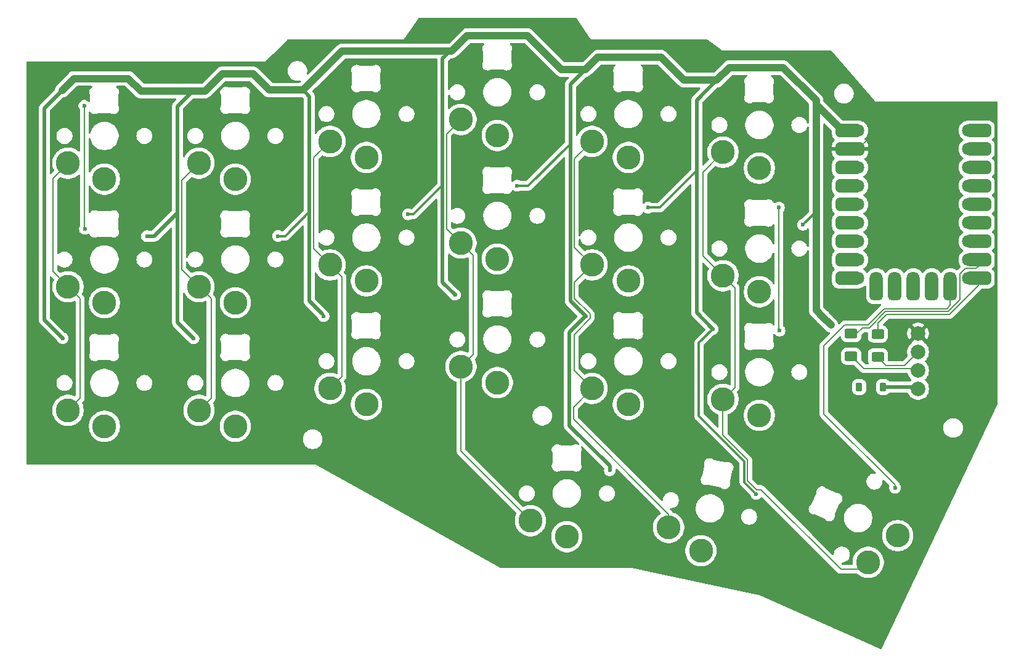
<source format=gtl>
%TF.GenerationSoftware,KiCad,Pcbnew,9.0.5*%
%TF.CreationDate,2025-11-02T20:14:42+07:00*%
%TF.ProjectId,moon_knight_v1,6d6f6f6e-5f6b-46e6-9967-68745f76312e,rev?*%
%TF.SameCoordinates,Original*%
%TF.FileFunction,Copper,L1,Top*%
%TF.FilePolarity,Positive*%
%FSLAX46Y46*%
G04 Gerber Fmt 4.6, Leading zero omitted, Abs format (unit mm)*
G04 Created by KiCad (PCBNEW 9.0.5) date 2025-11-02 20:14:42*
%MOMM*%
%LPD*%
G01*
G04 APERTURE LIST*
G04 Aperture macros list*
%AMRoundRect*
0 Rectangle with rounded corners*
0 $1 Rounding radius*
0 $2 $3 $4 $5 $6 $7 $8 $9 X,Y pos of 4 corners*
0 Add a 4 corners polygon primitive as box body*
4,1,4,$2,$3,$4,$5,$6,$7,$8,$9,$2,$3,0*
0 Add four circle primitives for the rounded corners*
1,1,$1+$1,$2,$3*
1,1,$1+$1,$4,$5*
1,1,$1+$1,$6,$7*
1,1,$1+$1,$8,$9*
0 Add four rect primitives between the rounded corners*
20,1,$1+$1,$2,$3,$4,$5,0*
20,1,$1+$1,$4,$5,$6,$7,0*
20,1,$1+$1,$6,$7,$8,$9,0*
20,1,$1+$1,$8,$9,$2,$3,0*%
G04 Aperture macros list end*
%TA.AperFunction,SMDPad,CuDef*%
%ADD10RoundRect,0.250000X-0.625000X0.400000X-0.625000X-0.400000X0.625000X-0.400000X0.625000X0.400000X0*%
%TD*%
%TA.AperFunction,SMDPad,CuDef*%
%ADD11RoundRect,0.450000X-1.300000X-0.450000X1.300000X-0.450000X1.300000X0.450000X-1.300000X0.450000X0*%
%TD*%
%TA.AperFunction,ComponentPad*%
%ADD12C,1.800000*%
%TD*%
%TA.AperFunction,ComponentPad*%
%ADD13RoundRect,0.450000X-0.450000X-0.450000X0.450000X-0.450000X0.450000X0.450000X-0.450000X0.450000X0*%
%TD*%
%TA.AperFunction,SMDPad,CuDef*%
%ADD14RoundRect,0.450000X1.300000X0.450000X-1.300000X0.450000X-1.300000X-0.450000X1.300000X-0.450000X0*%
%TD*%
%TA.AperFunction,SMDPad,CuDef*%
%ADD15RoundRect,0.450000X-0.450000X1.300000X-0.450000X-1.300000X0.450000X-1.300000X0.450000X1.300000X0*%
%TD*%
%TA.AperFunction,SMDPad,CuDef*%
%ADD16RoundRect,0.225000X-0.225000X-0.375000X0.225000X-0.375000X0.225000X0.375000X-0.225000X0.375000X0*%
%TD*%
%TA.AperFunction,ComponentPad*%
%ADD17C,2.000000*%
%TD*%
%TA.AperFunction,ComponentPad*%
%ADD18C,3.300000*%
%TD*%
%TA.AperFunction,ViaPad*%
%ADD19C,0.600000*%
%TD*%
%TA.AperFunction,Conductor*%
%ADD20C,0.200000*%
%TD*%
%TA.AperFunction,Conductor*%
%ADD21C,0.500000*%
%TD*%
%TA.AperFunction,Conductor*%
%ADD22C,1.000000*%
%TD*%
%TA.AperFunction,Conductor*%
%ADD23C,0.300000*%
%TD*%
G04 APERTURE END LIST*
D10*
%TO.P,R2,1*%
%TO.N,TRRS_RX*%
X132661190Y-81085000D03*
%TO.P,R2,2*%
%TO.N,Net-(USB_C_1-D-)*%
X132661190Y-84185000D03*
%TD*%
D11*
%TO.P,MCU1,1,5V*%
%TO.N,5V*%
X128621190Y-53072501D03*
D12*
X129921190Y-53072501D03*
D11*
%TO.P,MCU1,2,GND*%
%TO.N,GND*%
X128621190Y-55612501D03*
D13*
X129921190Y-55612501D03*
D11*
%TO.P,MCU1,3,3V3*%
%TO.N,unconnected-(MCU1-3V3-Pad3)*%
X128621190Y-58152501D03*
D12*
X129921190Y-58152501D03*
D11*
%TO.P,MCU1,4,P29*%
%TO.N,LED_IN*%
X128621190Y-60692501D03*
D12*
X129921190Y-60692501D03*
D11*
%TO.P,MCU1,5,P28*%
%TO.N,Row0*%
X128621190Y-63232501D03*
D12*
X129921190Y-63232501D03*
D11*
%TO.P,MCU1,6,P27*%
%TO.N,Col0*%
X128621190Y-65772501D03*
D12*
X129921190Y-65772501D03*
D11*
%TO.P,MCU1,7,P26*%
%TO.N,Col1*%
X128621190Y-68312501D03*
D12*
X129921190Y-68312501D03*
D11*
%TO.P,MCU1,8,P15*%
%TO.N,Col4*%
X128621190Y-70852501D03*
D12*
X129921190Y-70852501D03*
D11*
%TO.P,MCU1,9,P14*%
%TO.N,Col2*%
X128621190Y-73392501D03*
D12*
X129921190Y-73392501D03*
%TO.P,MCU1,10,P0*%
%TO.N,unconnected-(MCU1-P0-Pad10)*%
X145161190Y-53072501D03*
D14*
X146461190Y-53072501D03*
D12*
%TO.P,MCU1,11,P1*%
%TO.N,unconnected-(MCU1-P1-Pad11)*%
X145161190Y-55612501D03*
D14*
X146461190Y-55612501D03*
D12*
%TO.P,MCU1,12,P2*%
%TO.N,unconnected-(MCU1-P2-Pad12)*%
X145161190Y-58152501D03*
D14*
X146461190Y-58152501D03*
D12*
%TO.P,MCU1,13,P3*%
%TO.N,unconnected-(MCU1-P3-Pad13)*%
X145161190Y-60692501D03*
D11*
X146461190Y-60692501D03*
D12*
%TO.P,MCU1,14,P4*%
%TO.N,unconnected-(MCU1-P4-Pad14)*%
X145161190Y-63232501D03*
D11*
X146461190Y-63232501D03*
D12*
%TO.P,MCU1,15,P5*%
%TO.N,unconnected-(MCU1-P5-Pad15)*%
X145161190Y-65772501D03*
D11*
X146461190Y-65772501D03*
D12*
%TO.P,MCU1,16,P6*%
%TO.N,unconnected-(MCU1-P6-Pad16)*%
X145161190Y-68312501D03*
D11*
X146461190Y-68312501D03*
D12*
%TO.P,MCU1,17,P7*%
%TO.N,TRRS_TX*%
X145161190Y-70852501D03*
D11*
X146461190Y-70852501D03*
D12*
%TO.P,MCU1,18,P8*%
%TO.N,TRRS_RX*%
X145161190Y-73392501D03*
D11*
X146461190Y-73392501D03*
D12*
%TO.P,MCU1,19,P13*%
%TO.N,Row1*%
X132461190Y-73392501D03*
D15*
X132461190Y-74692501D03*
D12*
%TO.P,MCU1,20,P12*%
%TO.N,Col5*%
X135001190Y-73392501D03*
D15*
X135001190Y-74692501D03*
D12*
%TO.P,MCU1,21,P11*%
%TO.N,Col3*%
X137541190Y-73392501D03*
D15*
X137541190Y-74692501D03*
D12*
%TO.P,MCU1,22,P10*%
%TO.N,Row2*%
X140081190Y-73392501D03*
D15*
X140081190Y-74692501D03*
D12*
%TO.P,MCU1,23,P9*%
%TO.N,Row3*%
X142621190Y-73392501D03*
D15*
X142621190Y-74692501D03*
%TD*%
D16*
%TO.P,D22,1,K*%
%TO.N,5V*%
X130091190Y-88355000D03*
%TO.P,D22,2,A*%
%TO.N,Net-(D22-A)*%
X133391190Y-88355000D03*
%TD*%
D17*
%TO.P,USB_C_1,1,VBUS*%
%TO.N,Net-(D22-A)*%
X138191190Y-88625000D03*
%TO.P,USB_C_1,2,D+*%
%TO.N,Net-(USB_C_1-D+)*%
X138191190Y-86085000D03*
%TO.P,USB_C_1,3,D-*%
%TO.N,Net-(USB_C_1-D-)*%
X138191190Y-83545000D03*
%TO.P,USB_C_1,4,GND*%
%TO.N,GND*%
X138191190Y-81005000D03*
%TD*%
D10*
%TO.P,R1,1*%
%TO.N,TRRS_TX*%
X128991190Y-81035000D03*
%TO.P,R1,2*%
%TO.N,Net-(USB_C_1-D+)*%
X128991190Y-84135000D03*
%TD*%
D18*
%TO.P,CH3,1,1*%
%TO.N,Col2*%
X75381190Y-51565000D03*
%TO.P,CH3,2,2*%
%TO.N,Net-(D3-A)*%
X80381190Y-53765000D03*
%TD*%
%TO.P,CH4,1,1*%
%TO.N,Col3*%
X57381190Y-54565000D03*
%TO.P,CH4,2,2*%
%TO.N,Net-(D4-A)*%
X62381190Y-56765000D03*
%TD*%
%TO.P,CH1,1,1*%
%TO.N,Col0*%
X111381190Y-56065000D03*
%TO.P,CH1,2,2*%
%TO.N,Net-(D1-A)*%
X116381190Y-58265000D03*
%TD*%
%TO.P,CH20,1,1*%
%TO.N,Col1*%
X103917449Y-107698467D03*
%TO.P,CH20,2,2*%
%TO.N,Net-(D20-A)*%
X108350781Y-110889950D03*
%TD*%
%TO.P,CH6,1,1*%
%TO.N,Col5*%
X21381190Y-57565000D03*
%TO.P,CH6,2,2*%
%TO.N,Net-(D6-A)*%
X26381190Y-59765000D03*
%TD*%
%TO.P,CH17,1,1*%
%TO.N,Col4*%
X39381190Y-91565000D03*
%TO.P,CH17,2,2*%
%TO.N,Net-(D17-A)*%
X44381190Y-93765000D03*
%TD*%
%TO.P,CH2,1,1*%
%TO.N,Col1*%
X93381190Y-54565000D03*
%TO.P,CH2,2,2*%
%TO.N,Net-(D2-A)*%
X98381190Y-56765000D03*
%TD*%
%TO.P,CH14,1,1*%
%TO.N,Col1*%
X93381190Y-88565000D03*
%TO.P,CH14,2,2*%
%TO.N,Net-(D14-A)*%
X98381190Y-90765000D03*
%TD*%
%TO.P,CH12,1,1*%
%TO.N,Col0*%
X111381190Y-73065000D03*
%TO.P,CH12,2,2*%
%TO.N,Net-(D12-A)*%
X116381190Y-75265000D03*
%TD*%
%TO.P,CH18,1,1*%
%TO.N,Col5*%
X21381190Y-91565000D03*
%TO.P,CH18,2,2*%
%TO.N,Net-(D18-A)*%
X26381190Y-93765000D03*
%TD*%
%TO.P,CH10,1,1*%
%TO.N,Col2*%
X75381190Y-68565000D03*
%TO.P,CH10,2,2*%
%TO.N,Net-(D10-A)*%
X80381190Y-70765000D03*
%TD*%
%TO.P,CH19,1,1*%
%TO.N,Col2*%
X84931190Y-106765000D03*
%TO.P,CH19,2,2*%
%TO.N,Net-(D19-A)*%
X89931190Y-108965000D03*
%TD*%
%TO.P,CH11,1,1*%
%TO.N,Col1*%
X93381190Y-71565000D03*
%TO.P,CH11,2,2*%
%TO.N,Net-(D11-A)*%
X98381190Y-73765000D03*
%TD*%
%TO.P,CH21,1,1*%
%TO.N,Col0*%
X131350145Y-112489288D03*
%TO.P,CH21,2,2*%
%TO.N,Net-(D21-A)*%
X135393628Y-108816381D03*
%TD*%
%TO.P,CH15,1,1*%
%TO.N,Col2*%
X75381190Y-85565000D03*
%TO.P,CH15,2,2*%
%TO.N,Net-(D15-A)*%
X80381190Y-87765000D03*
%TD*%
%TO.P,CH7,1,1*%
%TO.N,Col5*%
X21381190Y-74565000D03*
%TO.P,CH7,2,2*%
%TO.N,Net-(D7-A)*%
X26381190Y-76765000D03*
%TD*%
%TO.P,CH5,1,1*%
%TO.N,Col4*%
X39381190Y-57565000D03*
%TO.P,CH5,2,2*%
%TO.N,Net-(D5-A)*%
X44381190Y-59765000D03*
%TD*%
%TO.P,CH16,1,1*%
%TO.N,Col3*%
X57381190Y-88565000D03*
%TO.P,CH16,2,2*%
%TO.N,Net-(D16-A)*%
X62381190Y-90765000D03*
%TD*%
%TO.P,CH8,1,1*%
%TO.N,Col4*%
X39381190Y-74565000D03*
%TO.P,CH8,2,2*%
%TO.N,Net-(D8-A)*%
X44381190Y-76765000D03*
%TD*%
%TO.P,CH9,1,1*%
%TO.N,Col3*%
X57381190Y-71565000D03*
%TO.P,CH9,2,2*%
%TO.N,Net-(D9-A)*%
X62381190Y-73765000D03*
%TD*%
%TO.P,CH13,1,1*%
%TO.N,Col0*%
X111381190Y-90065000D03*
%TO.P,CH13,2,2*%
%TO.N,Net-(D13-A)*%
X116381190Y-92265000D03*
%TD*%
D19*
%TO.N,GND*%
X130381190Y-50315000D03*
X74521190Y-78590000D03*
X29071190Y-83675000D03*
X119071190Y-48175000D03*
X125851190Y-70595000D03*
X128651190Y-55612501D03*
X56521190Y-81590000D03*
X125841190Y-59745000D03*
X104011190Y-58445000D03*
X113831190Y-57595000D03*
X95621190Y-62175000D03*
X110521190Y-83090000D03*
X56521190Y-47590000D03*
X20521190Y-50590000D03*
%TO.N,5V*%
X38621190Y-81685000D03*
X130091190Y-88355000D03*
X115931190Y-103075000D03*
X83071190Y-60675000D03*
X56531190Y-44625000D03*
X109991190Y-80395000D03*
X68111190Y-64610000D03*
X95821190Y-99835000D03*
X32231190Y-67610000D03*
X92483690Y-44677500D03*
X92521190Y-78640000D03*
X110521190Y-46140000D03*
X50221190Y-67590000D03*
X38521190Y-47640000D03*
X101071190Y-63685000D03*
X126211190Y-79845000D03*
X56511190Y-78625000D03*
X20641190Y-81645000D03*
X20581190Y-47535000D03*
X122361190Y-66035000D03*
X74521190Y-41640000D03*
X74561190Y-75675000D03*
%TO.N,Row3*%
X135041190Y-102225000D03*
%TO.N,Net-(LED6-DOUT)*%
X23621190Y-49675000D03*
X23701190Y-66615000D03*
%TO.N,Net-(LED12-DOUT)*%
X119151190Y-80615000D03*
X119071190Y-63675000D03*
%TD*%
D20*
%TO.N,GND*%
X119141190Y-48245000D02*
X119071190Y-48175000D01*
X131381190Y-54152501D02*
X129921190Y-55612501D01*
X131381190Y-51315000D02*
X131381190Y-54152501D01*
X130381190Y-50315000D02*
X131381190Y-51315000D01*
X129921190Y-55612501D02*
X128651190Y-55612501D01*
X128621190Y-55612501D02*
X130371189Y-55612501D01*
D21*
%TO.N,5V*%
X36431190Y-79495000D02*
X36431190Y-64395000D01*
X72860190Y-73974000D02*
X72860190Y-60585000D01*
D22*
X124181190Y-64695000D02*
X124181190Y-77805000D01*
D21*
X90411190Y-54895000D02*
X90411190Y-46750000D01*
X95821190Y-99235000D02*
X90271190Y-93685000D01*
D22*
X76221190Y-40015000D02*
X74111190Y-42125000D01*
X42571190Y-45265000D02*
X40196190Y-47640000D01*
X106026190Y-46140000D02*
X102851190Y-42965000D01*
D21*
X90411190Y-76535000D02*
X92516190Y-78640000D01*
D22*
X129921190Y-53072501D02*
X127778691Y-53072501D01*
X49031190Y-47505000D02*
X46791190Y-45265000D01*
X125091190Y-78715000D02*
X125091190Y-78725000D01*
D23*
X114321190Y-98575000D02*
X114321190Y-101465000D01*
D21*
X90271190Y-80875000D02*
X92506190Y-78640000D01*
X33216190Y-67610000D02*
X32231190Y-67610000D01*
D22*
X29671190Y-45925000D02*
X22191190Y-45925000D01*
D21*
X74561190Y-75675000D02*
X72860190Y-73974000D01*
X36431190Y-64395000D02*
X33216190Y-67610000D01*
D22*
X74111190Y-42125000D02*
X59031190Y-42125000D01*
D21*
X90411190Y-46750000D02*
X91658690Y-45502500D01*
D22*
X22191190Y-45925000D02*
X20581190Y-47535000D01*
D21*
X56301190Y-78315000D02*
X54521190Y-76535000D01*
D23*
X83071190Y-60675000D02*
X84631190Y-60675000D01*
D21*
X54521190Y-64275000D02*
X54521190Y-48375000D01*
D22*
X112246190Y-44415000D02*
X110521190Y-46140000D01*
D21*
X72860190Y-60105000D02*
X72860190Y-43156000D01*
X36431190Y-64395000D02*
X36431190Y-49730000D01*
D22*
X84521190Y-40015000D02*
X76221190Y-40015000D01*
D21*
X107761190Y-48900000D02*
X110521190Y-46140000D01*
X91658690Y-45502500D02*
X92483690Y-44677500D01*
X109991190Y-80395000D02*
X107761190Y-78165000D01*
D22*
X89183690Y-44677500D02*
X84521190Y-40015000D01*
D21*
X90411190Y-54895000D02*
X90411190Y-76535000D01*
D22*
X59031190Y-42125000D02*
X56531190Y-44625000D01*
X31386190Y-47640000D02*
X29671190Y-45925000D01*
D21*
X92516190Y-78640000D02*
X92521190Y-78640000D01*
X36431190Y-79495000D02*
X38621190Y-81685000D01*
D22*
X124181190Y-64695000D02*
X124181190Y-48955000D01*
D21*
X54521190Y-64985000D02*
X54521190Y-64275000D01*
X54521190Y-76535000D02*
X54521190Y-64985000D01*
D23*
X68111190Y-64610000D02*
X68835190Y-64610000D01*
D22*
X119641190Y-44415000D02*
X112246190Y-44415000D01*
D21*
X107761190Y-58605000D02*
X107761190Y-48900000D01*
D22*
X38521190Y-47640000D02*
X31386190Y-47640000D01*
X94196190Y-42965000D02*
X92483690Y-44677500D01*
D21*
X18121190Y-79125000D02*
X20641190Y-81645000D01*
D22*
X56531190Y-44625000D02*
X53651190Y-47505000D01*
D23*
X108071190Y-92325000D02*
X114321190Y-98575000D01*
D22*
X124181190Y-48955000D02*
X119641190Y-44415000D01*
D23*
X108071190Y-82315000D02*
X108071190Y-92325000D01*
X51206190Y-67590000D02*
X54521190Y-64275000D01*
D21*
X95821190Y-99835000D02*
X95821190Y-99235000D01*
X72860190Y-60585000D02*
X72860190Y-60105000D01*
D23*
X124181190Y-64215000D02*
X122361190Y-66035000D01*
D22*
X92483690Y-44677500D02*
X89183690Y-44677500D01*
D23*
X124181190Y-63635000D02*
X124181190Y-64215000D01*
X68835190Y-64610000D02*
X72860190Y-60585000D01*
D21*
X20581190Y-47535000D02*
X18121190Y-49995000D01*
D22*
X40196190Y-47640000D02*
X38521190Y-47640000D01*
D21*
X72860190Y-43156000D02*
X73891190Y-42125000D01*
X36431190Y-49730000D02*
X38521190Y-47640000D01*
X92506190Y-78640000D02*
X92521190Y-78640000D01*
X18121190Y-49995000D02*
X18121190Y-79125000D01*
X54521190Y-48375000D02*
X53651190Y-47505000D01*
D23*
X107761190Y-58605000D02*
X102681190Y-63685000D01*
D22*
X102851190Y-42965000D02*
X94196190Y-42965000D01*
X53651190Y-47505000D02*
X49031190Y-47505000D01*
D23*
X84631190Y-60675000D02*
X90411190Y-54895000D01*
D22*
X46791190Y-45265000D02*
X42571190Y-45265000D01*
D23*
X50221190Y-67590000D02*
X51206190Y-67590000D01*
D22*
X110521190Y-46140000D02*
X106026190Y-46140000D01*
X127778691Y-53072501D02*
X124181190Y-49475000D01*
D23*
X102681190Y-63685000D02*
X101071190Y-63685000D01*
D21*
X107761190Y-78165000D02*
X107761190Y-58605000D01*
D22*
X125091190Y-78725000D02*
X126211190Y-79845000D01*
X124181190Y-77805000D02*
X125091190Y-78715000D01*
D23*
X114321190Y-101465000D02*
X115931190Y-103075000D01*
D22*
X124181190Y-63635000D02*
X124181190Y-64695000D01*
D21*
X90271190Y-93685000D02*
X90271190Y-80875000D01*
D23*
X109991190Y-80395000D02*
X108071190Y-82315000D01*
D20*
%TO.N,Col0*%
X131350145Y-112489288D02*
X130384433Y-113455000D01*
X130384433Y-113455000D02*
X127561190Y-113455000D01*
X108652190Y-70336000D02*
X111381190Y-73065000D01*
X115968000Y-102474000D02*
X114772190Y-101278190D01*
X127561190Y-113455000D02*
X116580190Y-102474000D01*
X113031190Y-74715000D02*
X113031190Y-88415000D01*
X113031190Y-88415000D02*
X111381190Y-90065000D01*
X114772190Y-98388190D02*
X111381190Y-94997190D01*
X116580190Y-102474000D02*
X115968000Y-102474000D01*
X111381190Y-94997190D02*
X111381190Y-90065000D01*
X111381190Y-73065000D02*
X113031190Y-74715000D01*
X108652190Y-58794000D02*
X108652190Y-70336000D01*
X114772190Y-101278190D02*
X114772190Y-98388190D01*
X111381190Y-56065000D02*
X108652190Y-58794000D01*
%TO.N,Col1*%
X93122190Y-78924000D02*
X90911190Y-81135000D01*
X90822190Y-91124000D02*
X90822190Y-92806000D01*
X93381190Y-54565000D02*
X90962190Y-56984000D01*
X90962190Y-76156000D02*
X93122190Y-78316000D01*
X90911190Y-86095000D02*
X93381190Y-88565000D01*
X90911190Y-81135000D02*
X90911190Y-86095000D01*
X90962190Y-73984000D02*
X90962190Y-76156000D01*
X90962190Y-69146000D02*
X93381190Y-71565000D01*
X90822190Y-92806000D02*
X103917449Y-105901259D01*
X90962190Y-56984000D02*
X90962190Y-69146000D01*
X103917449Y-105901259D02*
X103917449Y-107698467D01*
X93381190Y-88565000D02*
X90822190Y-91124000D01*
X93122190Y-78316000D02*
X93122190Y-78924000D01*
X93381190Y-71565000D02*
X90962190Y-73984000D01*
%TO.N,Col2*%
X77031190Y-83915000D02*
X75381190Y-85565000D01*
X75381190Y-68565000D02*
X77031190Y-70215000D01*
X77031190Y-70215000D02*
X77031190Y-83915000D01*
X73411190Y-53535000D02*
X73411190Y-66595000D01*
X75381190Y-97215000D02*
X84931190Y-106765000D01*
X73411190Y-66595000D02*
X75381190Y-68565000D01*
X75381190Y-85565000D02*
X75381190Y-97215000D01*
X75381190Y-51565000D02*
X73411190Y-53535000D01*
%TO.N,Col3*%
X55161190Y-69345000D02*
X57381190Y-71565000D01*
X55161190Y-56785000D02*
X55161190Y-69345000D01*
X57381190Y-54565000D02*
X55161190Y-56785000D01*
X57381190Y-71565000D02*
X59031190Y-73215000D01*
X59031190Y-73215000D02*
X59031190Y-86915000D01*
X59031190Y-86915000D02*
X57381190Y-88565000D01*
%TO.N,Col4*%
X36982190Y-72166000D02*
X39381190Y-74565000D01*
X36982190Y-59964000D02*
X36982190Y-72166000D01*
X41031190Y-89915000D02*
X39381190Y-91565000D01*
X39381190Y-74565000D02*
X41031190Y-76215000D01*
X39381190Y-57565000D02*
X36982190Y-59964000D01*
X41031190Y-76215000D02*
X41031190Y-89915000D01*
%TO.N,Col5*%
X19301190Y-59645000D02*
X19301190Y-72485000D01*
X23031190Y-76215000D02*
X23031190Y-89915000D01*
X21381190Y-74565000D02*
X23031190Y-76215000D01*
X19301190Y-72485000D02*
X21381190Y-74565000D01*
X21381190Y-57565000D02*
X19301190Y-59645000D01*
X23031190Y-89915000D02*
X21381190Y-91565000D01*
%TO.N,Row3*%
X125261190Y-82685000D02*
X125261190Y-92095000D01*
X142621190Y-77117900D02*
X142156090Y-77583000D01*
X128131190Y-79815000D02*
X125261190Y-82685000D01*
X142621190Y-74692501D02*
X142621190Y-77117900D01*
X125261190Y-92095000D02*
X135041190Y-101875000D01*
X131296990Y-79815000D02*
X128131190Y-79815000D01*
X142156090Y-77583000D02*
X133528990Y-77583000D01*
X133528990Y-77583000D02*
X131296990Y-79815000D01*
X135041190Y-101875000D02*
X135041190Y-102225000D01*
%TO.N,Net-(LED6-DOUT)*%
X23621190Y-49675000D02*
X23621190Y-66535000D01*
X23621190Y-66535000D02*
X23701190Y-66615000D01*
%TO.N,Net-(LED12-DOUT)*%
X119071190Y-80535000D02*
X119151190Y-80615000D01*
X119071190Y-63675000D02*
X119071190Y-80535000D01*
%TO.N,TRRS_TX*%
X143931190Y-76375000D02*
X142322190Y-77984000D01*
X143931190Y-72786030D02*
X143931190Y-76375000D01*
X133695090Y-77984000D02*
X131463090Y-80216000D01*
X146461190Y-71752500D02*
X146160189Y-72053501D01*
X146461190Y-70852501D02*
X146461190Y-71752500D01*
X144663719Y-72053501D02*
X143931190Y-72786030D01*
X142322190Y-77984000D02*
X133695090Y-77984000D01*
X146160189Y-72053501D02*
X144663719Y-72053501D01*
X131463090Y-80216000D02*
X130560190Y-80216000D01*
X130560190Y-80216000D02*
X129741190Y-81035000D01*
%TO.N,Net-(USB_C_1-D+)*%
X129031190Y-84135000D02*
X130731190Y-85835000D01*
X130731190Y-85835000D02*
X137941190Y-85835000D01*
%TO.N,TRRS_RX*%
X133861190Y-78385000D02*
X132661190Y-79585000D01*
X132661190Y-79585000D02*
X132661190Y-80839200D01*
X142488290Y-78385000D02*
X133861190Y-78385000D01*
X146461190Y-73392501D02*
X146461190Y-74412100D01*
X146461190Y-74412100D02*
X142488290Y-78385000D01*
%TO.N,Net-(USB_C_1-D-)*%
X133810190Y-85434000D02*
X136302190Y-85434000D01*
X136302190Y-85434000D02*
X137611190Y-84125000D01*
X132661190Y-84285000D02*
X133810190Y-85434000D01*
D21*
%TO.N,Net-(D22-A)*%
X137961190Y-88395000D02*
X133431190Y-88395000D01*
%TD*%
%TA.AperFunction,Conductor*%
%TO.N,GND*%
G36*
X108716893Y-71250384D02*
G01*
X108723371Y-71256416D01*
X109428793Y-71961838D01*
X109462278Y-72023161D01*
X109457294Y-72092853D01*
X109450080Y-72108162D01*
X109450120Y-72108182D01*
X109449029Y-72110392D01*
X109448499Y-72111519D01*
X109448328Y-72111813D01*
X109448324Y-72111823D01*
X109340449Y-72372256D01*
X109267485Y-72644560D01*
X109230690Y-72924041D01*
X109230690Y-73205958D01*
X109267485Y-73485439D01*
X109340449Y-73757743D01*
X109448325Y-74018179D01*
X109448330Y-74018190D01*
X109572432Y-74233139D01*
X109589278Y-74262317D01*
X109741537Y-74460744D01*
X109760894Y-74485970D01*
X109960219Y-74685295D01*
X109960223Y-74685298D01*
X109960225Y-74685300D01*
X110183873Y-74856912D01*
X110183880Y-74856916D01*
X110427999Y-74997859D01*
X110428004Y-74997861D01*
X110428007Y-74997863D01*
X110561634Y-75053213D01*
X110678033Y-75101427D01*
X110688451Y-75105742D01*
X110960748Y-75178704D01*
X111240239Y-75215500D01*
X111240246Y-75215500D01*
X111522134Y-75215500D01*
X111522141Y-75215500D01*
X111801632Y-75178704D01*
X112073929Y-75105742D01*
X112259237Y-75028984D01*
X112328706Y-75021516D01*
X112391186Y-75052791D01*
X112426838Y-75112880D01*
X112430690Y-75143546D01*
X112430690Y-87986453D01*
X112411005Y-88053492D01*
X112358201Y-88099247D01*
X112289043Y-88109191D01*
X112259238Y-88101014D01*
X112073936Y-88024260D01*
X111801629Y-87951295D01*
X111522148Y-87914500D01*
X111522141Y-87914500D01*
X111240239Y-87914500D01*
X111240231Y-87914500D01*
X110960750Y-87951295D01*
X110688446Y-88024259D01*
X110428010Y-88132135D01*
X110427999Y-88132140D01*
X110183880Y-88273083D01*
X110183874Y-88273087D01*
X110183873Y-88273088D01*
X110183164Y-88273632D01*
X109960219Y-88444704D01*
X109760894Y-88644029D01*
X109589279Y-88867682D01*
X109589273Y-88867690D01*
X109448330Y-89111809D01*
X109448325Y-89111820D01*
X109340449Y-89372256D01*
X109267485Y-89644560D01*
X109230690Y-89924041D01*
X109230690Y-90205958D01*
X109267485Y-90485439D01*
X109340449Y-90757743D01*
X109448325Y-91018179D01*
X109448330Y-91018190D01*
X109535949Y-91169949D01*
X109589278Y-91262317D01*
X109760890Y-91485965D01*
X109760894Y-91485970D01*
X109960219Y-91685295D01*
X109960223Y-91685298D01*
X109960225Y-91685300D01*
X110183873Y-91856912D01*
X110183880Y-91856916D01*
X110427999Y-91997859D01*
X110428004Y-91997861D01*
X110428007Y-91997863D01*
X110688451Y-92105742D01*
X110688770Y-92105827D01*
X110688853Y-92105878D01*
X110692286Y-92107043D01*
X110692200Y-92107295D01*
X110692202Y-92107296D01*
X110692191Y-92107320D01*
X110692025Y-92107810D01*
X110748433Y-92142183D01*
X110778970Y-92205026D01*
X110780690Y-92225605D01*
X110780690Y-93815192D01*
X110761005Y-93882231D01*
X110708201Y-93927986D01*
X110639043Y-93937930D01*
X110575487Y-93908905D01*
X110569009Y-93902873D01*
X108758009Y-92091873D01*
X108724524Y-92030550D01*
X108721690Y-92004192D01*
X108721690Y-86228389D01*
X109780690Y-86228389D01*
X109780690Y-86401611D01*
X109786195Y-86436368D01*
X109804745Y-86553492D01*
X109807788Y-86572701D01*
X109861317Y-86737445D01*
X109939958Y-86891788D01*
X110041776Y-87031928D01*
X110164262Y-87154414D01*
X110304402Y-87256232D01*
X110458745Y-87334873D01*
X110623489Y-87388402D01*
X110794579Y-87415500D01*
X110794580Y-87415500D01*
X110967800Y-87415500D01*
X110967801Y-87415500D01*
X111138891Y-87388402D01*
X111303635Y-87334873D01*
X111457978Y-87256232D01*
X111598118Y-87154414D01*
X111720604Y-87031928D01*
X111822422Y-86891788D01*
X111901063Y-86737445D01*
X111954592Y-86572701D01*
X111981690Y-86401611D01*
X111981690Y-86228389D01*
X111954592Y-86057299D01*
X111901063Y-85892555D01*
X111822422Y-85738212D01*
X111720604Y-85598072D01*
X111598118Y-85475586D01*
X111457978Y-85373768D01*
X111303637Y-85295128D01*
X111303636Y-85295127D01*
X111303635Y-85295127D01*
X111138891Y-85241598D01*
X111138889Y-85241597D01*
X111138888Y-85241597D01*
X111001352Y-85219814D01*
X110967801Y-85214500D01*
X110794579Y-85214500D01*
X110761028Y-85219814D01*
X110623492Y-85241597D01*
X110458742Y-85295128D01*
X110304401Y-85373768D01*
X110235207Y-85424041D01*
X110164262Y-85475586D01*
X110164260Y-85475588D01*
X110164259Y-85475588D01*
X110041778Y-85598069D01*
X110041778Y-85598070D01*
X110041776Y-85598072D01*
X110003107Y-85651295D01*
X109939958Y-85738211D01*
X109861318Y-85892552D01*
X109807787Y-86057302D01*
X109785284Y-86199385D01*
X109780690Y-86228389D01*
X108721690Y-86228389D01*
X108721690Y-82635807D01*
X108741375Y-82568768D01*
X108758004Y-82548131D01*
X110094121Y-81212013D01*
X110155442Y-81178530D01*
X110157507Y-81178099D01*
X110224687Y-81164737D01*
X110370369Y-81104394D01*
X110501479Y-81016789D01*
X110612979Y-80905289D01*
X110700584Y-80774179D01*
X110760927Y-80628497D01*
X110791690Y-80473842D01*
X110791690Y-80316158D01*
X110791690Y-80316155D01*
X110791689Y-80316153D01*
X110772330Y-80218830D01*
X110760927Y-80161503D01*
X110751480Y-80138695D01*
X110700587Y-80015827D01*
X110700580Y-80015814D01*
X110612979Y-79884711D01*
X110612976Y-79884707D01*
X110501482Y-79773213D01*
X110501478Y-79773210D01*
X110370375Y-79685609D01*
X110370370Y-79685607D01*
X110370369Y-79685606D01*
X110346709Y-79675805D01*
X110306483Y-79648926D01*
X108548009Y-77890451D01*
X108514524Y-77829128D01*
X108511690Y-77802770D01*
X108511690Y-71344097D01*
X108531375Y-71277058D01*
X108584179Y-71231303D01*
X108653337Y-71221359D01*
X108716893Y-71250384D01*
G37*
%TD.AperFunction*%
%TA.AperFunction,Conductor*%
G36*
X125386893Y-52096069D02*
G01*
X125393371Y-52102101D01*
X126334371Y-53043101D01*
X126367856Y-53104424D01*
X126370690Y-53130782D01*
X126370690Y-53577637D01*
X126380772Y-53691049D01*
X126433952Y-53876906D01*
X126490342Y-53984859D01*
X126523456Y-54048252D01*
X126543392Y-54072701D01*
X126645618Y-54198072D01*
X126689264Y-54233660D01*
X126699716Y-54242183D01*
X126705282Y-54246721D01*
X126744799Y-54304342D01*
X126746891Y-54374180D01*
X126710893Y-54434063D01*
X126705283Y-54438924D01*
X126645975Y-54487284D01*
X126523876Y-54637026D01*
X126434418Y-54808285D01*
X126381269Y-54994039D01*
X126381268Y-54994042D01*
X126371190Y-55107403D01*
X126371190Y-55362501D01*
X128497190Y-55362501D01*
X128564229Y-55382186D01*
X128609984Y-55434990D01*
X128621190Y-55486501D01*
X128621190Y-55738501D01*
X128601505Y-55805540D01*
X128548701Y-55851295D01*
X128497190Y-55862501D01*
X126371191Y-55862501D01*
X126371191Y-56117599D01*
X126381268Y-56230961D01*
X126434418Y-56416716D01*
X126523876Y-56587975D01*
X126645974Y-56737716D01*
X126705282Y-56786076D01*
X126744799Y-56843697D01*
X126746891Y-56913536D01*
X126710893Y-56973418D01*
X126705283Y-56978279D01*
X126645619Y-57026929D01*
X126523455Y-57176751D01*
X126433952Y-57348095D01*
X126380772Y-57533952D01*
X126373576Y-57614897D01*
X126370690Y-57647363D01*
X126370690Y-58657639D01*
X126372276Y-58675473D01*
X126380772Y-58771049D01*
X126433952Y-58956906D01*
X126478786Y-59042735D01*
X126523456Y-59128252D01*
X126603826Y-59226817D01*
X126645619Y-59278072D01*
X126704887Y-59326400D01*
X126744403Y-59384021D01*
X126746494Y-59453859D01*
X126710496Y-59513742D01*
X126704887Y-59518602D01*
X126645619Y-59566929D01*
X126523455Y-59716751D01*
X126433952Y-59888095D01*
X126380772Y-60073952D01*
X126370690Y-60187364D01*
X126370690Y-61197637D01*
X126380772Y-61311049D01*
X126433952Y-61496906D01*
X126473705Y-61573009D01*
X126523456Y-61668252D01*
X126644124Y-61816239D01*
X126645619Y-61818072D01*
X126704887Y-61866400D01*
X126744403Y-61924021D01*
X126746494Y-61993859D01*
X126710496Y-62053742D01*
X126704887Y-62058602D01*
X126645619Y-62106929D01*
X126523455Y-62256751D01*
X126433952Y-62428095D01*
X126380772Y-62613952D01*
X126370690Y-62727364D01*
X126370690Y-63737637D01*
X126380772Y-63851049D01*
X126433952Y-64036906D01*
X126511461Y-64185289D01*
X126523456Y-64208252D01*
X126607424Y-64311230D01*
X126645619Y-64358072D01*
X126704887Y-64406400D01*
X126744403Y-64464021D01*
X126746494Y-64533859D01*
X126710496Y-64593742D01*
X126704887Y-64598602D01*
X126645619Y-64646929D01*
X126523455Y-64796751D01*
X126433952Y-64968095D01*
X126380772Y-65153952D01*
X126370690Y-65267364D01*
X126370690Y-66277637D01*
X126380772Y-66391049D01*
X126433952Y-66576906D01*
X126503485Y-66710019D01*
X126523456Y-66748252D01*
X126625802Y-66873768D01*
X126645619Y-66898072D01*
X126704887Y-66946400D01*
X126744403Y-67004021D01*
X126746494Y-67073859D01*
X126710496Y-67133742D01*
X126704887Y-67138602D01*
X126645619Y-67186929D01*
X126523455Y-67336751D01*
X126433952Y-67508095D01*
X126380772Y-67693952D01*
X126370690Y-67807364D01*
X126370690Y-68817637D01*
X126380772Y-68931049D01*
X126433952Y-69116906D01*
X126471997Y-69189739D01*
X126523456Y-69288252D01*
X126645619Y-69438072D01*
X126704887Y-69486400D01*
X126744403Y-69544021D01*
X126746494Y-69613859D01*
X126710496Y-69673742D01*
X126704887Y-69678602D01*
X126645619Y-69726929D01*
X126523455Y-69876751D01*
X126433952Y-70048095D01*
X126380772Y-70233952D01*
X126370690Y-70347364D01*
X126370690Y-71357637D01*
X126380772Y-71471049D01*
X126433952Y-71656906D01*
X126483042Y-71750884D01*
X126523456Y-71828252D01*
X126575649Y-71892261D01*
X126645619Y-71978072D01*
X126704887Y-72026400D01*
X126744403Y-72084021D01*
X126746494Y-72153859D01*
X126710496Y-72213742D01*
X126704887Y-72218602D01*
X126645619Y-72266929D01*
X126523455Y-72416751D01*
X126433952Y-72588095D01*
X126380772Y-72773952D01*
X126370690Y-72887364D01*
X126370690Y-73897637D01*
X126380772Y-74011049D01*
X126433952Y-74196906D01*
X126503211Y-74329495D01*
X126523456Y-74368252D01*
X126558968Y-74411804D01*
X126645618Y-74518072D01*
X126693300Y-74556951D01*
X126795439Y-74640235D01*
X126966784Y-74729738D01*
X127152638Y-74782918D01*
X127266052Y-74793001D01*
X127266060Y-74793001D01*
X130031411Y-74793001D01*
X130031412Y-74793001D01*
X130249141Y-74758516D01*
X130458796Y-74690396D01*
X130655212Y-74590316D01*
X130833555Y-74460743D01*
X130849009Y-74445289D01*
X130910332Y-74411804D01*
X130980024Y-74416788D01*
X131035957Y-74458660D01*
X131060374Y-74524124D01*
X131060690Y-74532970D01*
X131060690Y-76047639D01*
X131062870Y-76072163D01*
X131070772Y-76161049D01*
X131070772Y-76161052D01*
X131070773Y-76161053D01*
X131075035Y-76175949D01*
X131123952Y-76346906D01*
X131202804Y-76497859D01*
X131213456Y-76518252D01*
X131222208Y-76528985D01*
X131335618Y-76668072D01*
X131393783Y-76715499D01*
X131485439Y-76790235D01*
X131656784Y-76879738D01*
X131842638Y-76932918D01*
X131956052Y-76943001D01*
X131956060Y-76943001D01*
X132966320Y-76943001D01*
X132966328Y-76943001D01*
X133014150Y-76938749D01*
X133082667Y-76952420D01*
X133132919Y-77000964D01*
X133148947Y-77068970D01*
X133125665Y-77134847D01*
X133112810Y-77149943D01*
X131084574Y-79178181D01*
X131023251Y-79211666D01*
X130996893Y-79214500D01*
X128217859Y-79214500D01*
X128217843Y-79214499D01*
X128210247Y-79214499D01*
X128052133Y-79214499D01*
X127937587Y-79245192D01*
X127899404Y-79255423D01*
X127881496Y-79265762D01*
X127876695Y-79268535D01*
X127860762Y-79277734D01*
X127762475Y-79334479D01*
X127762472Y-79334481D01*
X127398759Y-79698195D01*
X127337436Y-79731680D01*
X127267744Y-79726696D01*
X127211811Y-79684824D01*
X127189461Y-79634705D01*
X127176375Y-79568920D01*
X127173241Y-79553164D01*
X127097821Y-79371086D01*
X127097819Y-79371083D01*
X127097817Y-79371079D01*
X126988329Y-79207219D01*
X126988326Y-79207215D01*
X125897104Y-78115994D01*
X125894609Y-78113426D01*
X125887464Y-78105856D01*
X125868329Y-78077218D01*
X125728972Y-77937861D01*
X125728971Y-77937860D01*
X125218009Y-77426898D01*
X125184524Y-77365575D01*
X125181690Y-77339217D01*
X125181690Y-52189782D01*
X125201375Y-52122743D01*
X125254179Y-52076988D01*
X125323337Y-52067044D01*
X125386893Y-52096069D01*
G37*
%TD.AperFunction*%
%TA.AperFunction,Conductor*%
G36*
X24645920Y-46945185D02*
G01*
X24691675Y-46997989D01*
X24701619Y-47067147D01*
X24672594Y-47130703D01*
X24641881Y-47156303D01*
X24597079Y-47182730D01*
X24479532Y-47291210D01*
X24479531Y-47291211D01*
X24387492Y-47422026D01*
X24387490Y-47422029D01*
X24325091Y-47569304D01*
X24295134Y-47726423D01*
X24298965Y-47886318D01*
X24298965Y-47886321D01*
X24298966Y-47886325D01*
X24313849Y-47948127D01*
X24336413Y-48041828D01*
X24336415Y-48041833D01*
X24347150Y-48064216D01*
X24347154Y-48064224D01*
X24351815Y-48073945D01*
X24351833Y-48074113D01*
X24368855Y-48109483D01*
X24369053Y-48109894D01*
X24369057Y-48109920D01*
X24372681Y-48118231D01*
X24381205Y-48139964D01*
X24386663Y-48157671D01*
X24390821Y-48175904D01*
X24393578Y-48194215D01*
X24394811Y-48210680D01*
X24395345Y-48217819D01*
X24395690Y-48227081D01*
X24395685Y-48277669D01*
X24395691Y-48277734D01*
X24395691Y-49018060D01*
X24376006Y-49085099D01*
X24323202Y-49130854D01*
X24254044Y-49140798D01*
X24190488Y-49111773D01*
X24184010Y-49105741D01*
X24131482Y-49053213D01*
X24131478Y-49053210D01*
X24000375Y-48965609D01*
X24000362Y-48965602D01*
X23854691Y-48905264D01*
X23854679Y-48905261D01*
X23700035Y-48874500D01*
X23700032Y-48874500D01*
X23542348Y-48874500D01*
X23542345Y-48874500D01*
X23387700Y-48905261D01*
X23387688Y-48905264D01*
X23242017Y-48965602D01*
X23242004Y-48965609D01*
X23110901Y-49053210D01*
X23110897Y-49053213D01*
X22999403Y-49164707D01*
X22999400Y-49164711D01*
X22911799Y-49295814D01*
X22911792Y-49295827D01*
X22851454Y-49441498D01*
X22851451Y-49441510D01*
X22820690Y-49596153D01*
X22820690Y-49753846D01*
X22851451Y-49908489D01*
X22851454Y-49908501D01*
X22911792Y-50054172D01*
X22911799Y-50054185D01*
X22999792Y-50185874D01*
X23020670Y-50252551D01*
X23020690Y-50254765D01*
X23020690Y-55863872D01*
X23001005Y-55930911D01*
X22948201Y-55976666D01*
X22879043Y-55986610D01*
X22815487Y-55957585D01*
X22809009Y-55951553D01*
X22802160Y-55944704D01*
X22775242Y-55924049D01*
X22578507Y-55773088D01*
X22578501Y-55773084D01*
X22578499Y-55773083D01*
X22334380Y-55632140D01*
X22334369Y-55632135D01*
X22073933Y-55524259D01*
X21801629Y-55451295D01*
X21522148Y-55414500D01*
X21522141Y-55414500D01*
X21240239Y-55414500D01*
X21240231Y-55414500D01*
X20960750Y-55451295D01*
X20688446Y-55524259D01*
X20428010Y-55632135D01*
X20427999Y-55632140D01*
X20183880Y-55773083D01*
X20183874Y-55773087D01*
X20183873Y-55773088D01*
X20141641Y-55805494D01*
X19960219Y-55944704D01*
X19760894Y-56144029D01*
X19694189Y-56230961D01*
X19597545Y-56356910D01*
X19589279Y-56367682D01*
X19589273Y-56367690D01*
X19448330Y-56611809D01*
X19448325Y-56611820D01*
X19340449Y-56872256D01*
X19267485Y-57144560D01*
X19230690Y-57424041D01*
X19230690Y-57705958D01*
X19267485Y-57985439D01*
X19340449Y-58257743D01*
X19448325Y-58518179D01*
X19448331Y-58518192D01*
X19448496Y-58518477D01*
X19448519Y-58518572D01*
X19450123Y-58521825D01*
X19449395Y-58522183D01*
X19464971Y-58586377D01*
X19442120Y-58652404D01*
X19428792Y-58668161D01*
X19083371Y-59013583D01*
X19022048Y-59047068D01*
X18952357Y-59042084D01*
X18896423Y-59000213D01*
X18872006Y-58934748D01*
X18871690Y-58925902D01*
X18871690Y-53728389D01*
X19780690Y-53728389D01*
X19780690Y-53901611D01*
X19786810Y-53940254D01*
X19803915Y-54048252D01*
X19807788Y-54072701D01*
X19861317Y-54237445D01*
X19939958Y-54391788D01*
X20041776Y-54531928D01*
X20164262Y-54654414D01*
X20304402Y-54756232D01*
X20458745Y-54834873D01*
X20623489Y-54888402D01*
X20794579Y-54915500D01*
X20794580Y-54915500D01*
X20967800Y-54915500D01*
X20967801Y-54915500D01*
X21138891Y-54888402D01*
X21303635Y-54834873D01*
X21457978Y-54756232D01*
X21598118Y-54654414D01*
X21720604Y-54531928D01*
X21822422Y-54391788D01*
X21901063Y-54237445D01*
X21954592Y-54072701D01*
X21981690Y-53901611D01*
X21981690Y-53728389D01*
X21954592Y-53557299D01*
X21901063Y-53392555D01*
X21822422Y-53238212D01*
X21720604Y-53098072D01*
X21598118Y-52975586D01*
X21457978Y-52873768D01*
X21303635Y-52795127D01*
X21138891Y-52741598D01*
X21138889Y-52741597D01*
X21138888Y-52741597D01*
X21007461Y-52720781D01*
X20967801Y-52714500D01*
X20794579Y-52714500D01*
X20754918Y-52720781D01*
X20623492Y-52741597D01*
X20458742Y-52795128D01*
X20304401Y-52873768D01*
X20224446Y-52931859D01*
X20164262Y-52975586D01*
X20164260Y-52975588D01*
X20164259Y-52975588D01*
X20041778Y-53098069D01*
X20041778Y-53098070D01*
X20041776Y-53098072D01*
X20037161Y-53104424D01*
X19939958Y-53238211D01*
X19861318Y-53392552D01*
X19861317Y-53392554D01*
X19861317Y-53392555D01*
X19859129Y-53399290D01*
X19807787Y-53557302D01*
X19786604Y-53691049D01*
X19780690Y-53728389D01*
X18871690Y-53728389D01*
X18871690Y-50357229D01*
X18891375Y-50290190D01*
X18908009Y-50269548D01*
X19756775Y-49420782D01*
X20606569Y-48570987D01*
X20667890Y-48537504D01*
X20676375Y-48536167D01*
X20679728Y-48535500D01*
X20679730Y-48535500D01*
X20873026Y-48497051D01*
X21055104Y-48421631D01*
X21218971Y-48312139D01*
X22569291Y-46961819D01*
X22630614Y-46928334D01*
X22656972Y-46925500D01*
X24578881Y-46925500D01*
X24645920Y-46945185D01*
G37*
%TD.AperFunction*%
%TA.AperFunction,Conductor*%
G36*
X91247803Y-37585185D02*
G01*
X91283938Y-37620717D01*
X93152408Y-40423424D01*
X93163793Y-40444749D01*
X93168824Y-40456895D01*
X93168825Y-40456896D01*
X93168826Y-40456897D01*
X93186521Y-40474592D01*
X93200401Y-40495412D01*
X93221408Y-40509480D01*
X93230001Y-40518073D01*
X93239290Y-40527362D01*
X93239291Y-40527362D01*
X93239293Y-40527364D01*
X93251065Y-40532239D01*
X93272617Y-40543774D01*
X93283201Y-40550863D01*
X93283203Y-40550864D01*
X93296090Y-40553441D01*
X93319223Y-40560472D01*
X93331359Y-40565499D01*
X93331360Y-40565499D01*
X93331362Y-40565500D01*
X93344105Y-40565500D01*
X93368422Y-40567908D01*
X93370553Y-40568334D01*
X93380923Y-40570408D01*
X93393813Y-40567857D01*
X93417879Y-40565500D01*
X109256358Y-40565500D01*
X109323397Y-40585185D01*
X109330753Y-40590296D01*
X111216647Y-42004718D01*
X111239293Y-42027364D01*
X111256150Y-42034346D01*
X111268658Y-42043727D01*
X111270749Y-42045295D01*
X111270752Y-42045297D01*
X111293244Y-42051059D01*
X111309910Y-42056615D01*
X111322252Y-42061727D01*
X111331362Y-42065500D01*
X111333977Y-42065500D01*
X111364751Y-42069379D01*
X111365331Y-42069527D01*
X111367289Y-42070029D01*
X111387112Y-42067197D01*
X111390272Y-42066746D01*
X111407807Y-42065500D01*
X126208945Y-42065500D01*
X126275984Y-42085185D01*
X126303093Y-42108802D01*
X132137404Y-48915500D01*
X132165026Y-48947725D01*
X132168826Y-48956897D01*
X132197263Y-48985334D01*
X132223424Y-49015855D01*
X132223427Y-49015856D01*
X132231141Y-49021916D01*
X132239288Y-49027359D01*
X132239293Y-49027364D01*
X132272051Y-49040932D01*
X132280684Y-49044904D01*
X132312296Y-49060941D01*
X132322193Y-49061702D01*
X132331362Y-49065500D01*
X132371565Y-49065500D01*
X132411658Y-49068584D01*
X132411662Y-49068582D01*
X132423786Y-49067127D01*
X132423914Y-49068196D01*
X132440845Y-49065500D01*
X149006690Y-49065500D01*
X149073729Y-49085185D01*
X149119484Y-49137989D01*
X149130690Y-49189500D01*
X149130690Y-90730673D01*
X149118722Y-90783821D01*
X133176442Y-124388835D01*
X133129923Y-124440968D01*
X133062604Y-124459674D01*
X133013811Y-124448893D01*
X132996080Y-124440968D01*
X131000234Y-123548891D01*
X116341503Y-116996931D01*
X116341503Y-116996932D01*
X116331185Y-116992320D01*
X116308939Y-116977032D01*
X116286134Y-116972184D01*
X116274155Y-116966830D01*
X116274152Y-116966828D01*
X116264853Y-116962671D01*
X116264847Y-116962670D01*
X116262479Y-116962604D01*
X116249153Y-116962236D01*
X116226802Y-116959573D01*
X101185149Y-113762398D01*
X98871675Y-113270658D01*
X98846899Y-113260397D01*
X98823408Y-113260397D01*
X98810660Y-113257688D01*
X98810657Y-113257688D01*
X98800427Y-113255513D01*
X98785252Y-113258326D01*
X98762667Y-113260401D01*
X80799773Y-113261394D01*
X80739123Y-113245553D01*
X80373313Y-113040450D01*
X63771178Y-103731929D01*
X55548798Y-99121787D01*
X55533866Y-99113415D01*
X55523087Y-99102636D01*
X55490756Y-99089244D01*
X55484348Y-99085651D01*
X55484347Y-99085650D01*
X55460235Y-99072131D01*
X55460232Y-99072130D01*
X55445097Y-99070331D01*
X55431018Y-99064500D01*
X55396034Y-99064500D01*
X55388739Y-99063633D01*
X55388738Y-99063633D01*
X55361277Y-99060368D01*
X55356968Y-99060705D01*
X55329483Y-99064500D01*
X15755690Y-99064500D01*
X15688651Y-99044815D01*
X15642896Y-98992011D01*
X15631690Y-98940500D01*
X15631690Y-87728389D01*
X19780690Y-87728389D01*
X19780690Y-87901611D01*
X19785447Y-87931644D01*
X19804745Y-88053492D01*
X19807788Y-88072701D01*
X19861317Y-88237445D01*
X19939958Y-88391788D01*
X20041776Y-88531928D01*
X20164262Y-88654414D01*
X20304402Y-88756232D01*
X20458745Y-88834873D01*
X20623489Y-88888402D01*
X20794579Y-88915500D01*
X20794580Y-88915500D01*
X20967800Y-88915500D01*
X20967801Y-88915500D01*
X21138891Y-88888402D01*
X21303635Y-88834873D01*
X21457978Y-88756232D01*
X21598118Y-88654414D01*
X21720604Y-88531928D01*
X21822422Y-88391788D01*
X21901063Y-88237445D01*
X21954592Y-88072701D01*
X21981690Y-87901611D01*
X21981690Y-87728389D01*
X21954592Y-87557299D01*
X21901063Y-87392555D01*
X21822422Y-87238212D01*
X21720604Y-87098072D01*
X21598118Y-86975586D01*
X21457978Y-86873768D01*
X21303635Y-86795127D01*
X21138891Y-86741598D01*
X21138889Y-86741597D01*
X21138888Y-86741597D01*
X21007461Y-86720781D01*
X20967801Y-86714500D01*
X20794579Y-86714500D01*
X20754918Y-86720781D01*
X20623492Y-86741597D01*
X20458742Y-86795128D01*
X20304401Y-86873768D01*
X20224446Y-86931859D01*
X20164262Y-86975586D01*
X20164260Y-86975588D01*
X20164259Y-86975588D01*
X20041778Y-87098069D01*
X20041778Y-87098070D01*
X20041776Y-87098072D01*
X20008386Y-87144029D01*
X19939958Y-87238211D01*
X19861318Y-87392552D01*
X19861317Y-87392554D01*
X19861317Y-87392555D01*
X19856614Y-87407029D01*
X19807787Y-87557302D01*
X19784390Y-87705026D01*
X19780690Y-87728389D01*
X15631690Y-87728389D01*
X15631690Y-79198920D01*
X17370689Y-79198920D01*
X17399530Y-79343907D01*
X17399533Y-79343917D01*
X17456104Y-79480492D01*
X17470567Y-79502137D01*
X17470568Y-79502140D01*
X17538236Y-79603414D01*
X17538242Y-79603421D01*
X19895116Y-81960293D01*
X19921995Y-82000519D01*
X19931793Y-82024172D01*
X19931796Y-82024178D01*
X19931799Y-82024185D01*
X20019400Y-82155288D01*
X20019403Y-82155292D01*
X20130897Y-82266786D01*
X20130901Y-82266789D01*
X20262004Y-82354390D01*
X20262017Y-82354397D01*
X20378710Y-82402732D01*
X20407693Y-82414737D01*
X20551348Y-82443312D01*
X20562343Y-82445499D01*
X20562346Y-82445500D01*
X20562348Y-82445500D01*
X20720034Y-82445500D01*
X20720035Y-82445499D01*
X20874687Y-82414737D01*
X21020369Y-82354394D01*
X21151479Y-82266789D01*
X21262979Y-82155289D01*
X21350584Y-82024179D01*
X21410927Y-81878497D01*
X21441690Y-81723842D01*
X21441690Y-81566158D01*
X21441690Y-81566155D01*
X21441689Y-81566153D01*
X21425550Y-81485019D01*
X21410927Y-81411503D01*
X21399840Y-81384737D01*
X21350587Y-81265827D01*
X21350580Y-81265814D01*
X21262979Y-81134711D01*
X21262976Y-81134707D01*
X21151482Y-81023213D01*
X21151478Y-81023210D01*
X21020375Y-80935609D01*
X21020370Y-80935607D01*
X21020369Y-80935606D01*
X20996709Y-80925805D01*
X20956483Y-80898926D01*
X18908009Y-78850451D01*
X18874524Y-78789128D01*
X18871690Y-78762770D01*
X18871690Y-73204097D01*
X18891375Y-73137058D01*
X18944179Y-73091303D01*
X19013337Y-73081359D01*
X19076893Y-73110384D01*
X19083371Y-73116416D01*
X19428793Y-73461838D01*
X19462278Y-73523161D01*
X19457294Y-73592853D01*
X19450080Y-73608162D01*
X19450120Y-73608182D01*
X19449029Y-73610392D01*
X19448499Y-73611519D01*
X19448328Y-73611813D01*
X19448324Y-73611823D01*
X19340449Y-73872256D01*
X19267485Y-74144560D01*
X19230690Y-74424041D01*
X19230690Y-74705958D01*
X19267485Y-74985439D01*
X19340449Y-75257743D01*
X19448325Y-75518179D01*
X19448330Y-75518190D01*
X19573205Y-75734478D01*
X19589278Y-75762317D01*
X19758775Y-75983209D01*
X19760894Y-75985970D01*
X19960219Y-76185295D01*
X19960223Y-76185298D01*
X19960225Y-76185300D01*
X20183873Y-76356912D01*
X20183880Y-76356916D01*
X20427999Y-76497859D01*
X20428004Y-76497861D01*
X20428007Y-76497863D01*
X20688451Y-76605742D01*
X20960748Y-76678704D01*
X21240239Y-76715500D01*
X21240246Y-76715500D01*
X21522134Y-76715500D01*
X21522141Y-76715500D01*
X21801632Y-76678704D01*
X22073929Y-76605742D01*
X22259237Y-76528984D01*
X22328706Y-76521516D01*
X22391186Y-76552791D01*
X22426838Y-76612880D01*
X22430690Y-76643546D01*
X22430690Y-89486453D01*
X22411005Y-89553492D01*
X22358201Y-89599247D01*
X22289043Y-89609191D01*
X22259238Y-89601014D01*
X22073936Y-89524260D01*
X22052708Y-89518572D01*
X21932839Y-89486453D01*
X21801629Y-89451295D01*
X21522148Y-89414500D01*
X21522141Y-89414500D01*
X21240239Y-89414500D01*
X21240231Y-89414500D01*
X20960750Y-89451295D01*
X20688446Y-89524259D01*
X20428010Y-89632135D01*
X20427999Y-89632140D01*
X20183880Y-89773083D01*
X20183874Y-89773087D01*
X20183873Y-89773088D01*
X20141320Y-89805740D01*
X19960219Y-89944704D01*
X19760894Y-90144029D01*
X19653714Y-90283709D01*
X19597545Y-90356910D01*
X19589279Y-90367682D01*
X19589273Y-90367690D01*
X19448330Y-90611809D01*
X19448325Y-90611820D01*
X19340449Y-90872256D01*
X19267485Y-91144560D01*
X19230690Y-91424041D01*
X19230690Y-91705958D01*
X19267485Y-91985439D01*
X19340449Y-92257743D01*
X19448325Y-92518179D01*
X19448330Y-92518190D01*
X19581268Y-92748444D01*
X19589278Y-92762317D01*
X19748555Y-92969890D01*
X19760894Y-92985970D01*
X19960219Y-93185295D01*
X19960223Y-93185298D01*
X19960225Y-93185300D01*
X20183873Y-93356912D01*
X20183880Y-93356916D01*
X20427999Y-93497859D01*
X20428004Y-93497861D01*
X20428007Y-93497863D01*
X20688451Y-93605742D01*
X20960748Y-93678704D01*
X21240239Y-93715500D01*
X21240246Y-93715500D01*
X21522134Y-93715500D01*
X21522141Y-93715500D01*
X21801632Y-93678704D01*
X22005636Y-93624041D01*
X24230690Y-93624041D01*
X24230690Y-93905958D01*
X24267485Y-94185439D01*
X24340449Y-94457743D01*
X24448325Y-94718179D01*
X24448330Y-94718190D01*
X24541632Y-94879792D01*
X24589278Y-94962317D01*
X24737169Y-95155051D01*
X24760894Y-95185970D01*
X24960219Y-95385295D01*
X24960223Y-95385298D01*
X24960225Y-95385300D01*
X25183873Y-95556912D01*
X25183880Y-95556916D01*
X25427999Y-95697859D01*
X25428004Y-95697861D01*
X25428007Y-95697863D01*
X25688451Y-95805742D01*
X25960748Y-95878704D01*
X26240239Y-95915500D01*
X26240246Y-95915500D01*
X26522134Y-95915500D01*
X26522141Y-95915500D01*
X26801632Y-95878704D01*
X27073929Y-95805742D01*
X27334373Y-95697863D01*
X27578507Y-95556912D01*
X27802155Y-95385300D01*
X28001490Y-95185965D01*
X28173102Y-94962317D01*
X28314053Y-94718183D01*
X28421932Y-94457739D01*
X28494894Y-94185442D01*
X28531690Y-93905951D01*
X28531690Y-93624049D01*
X28494894Y-93344558D01*
X28421932Y-93072261D01*
X28314053Y-92811817D01*
X28314051Y-92811814D01*
X28314049Y-92811809D01*
X28173106Y-92567690D01*
X28173102Y-92567683D01*
X28001490Y-92344035D01*
X28001488Y-92344033D01*
X28001485Y-92344029D01*
X27802160Y-92144704D01*
X27775242Y-92124049D01*
X27578507Y-91973088D01*
X27578501Y-91973084D01*
X27578499Y-91973083D01*
X27334380Y-91832140D01*
X27334369Y-91832135D01*
X27073933Y-91724259D01*
X26801629Y-91651295D01*
X26522148Y-91614500D01*
X26522141Y-91614500D01*
X26240239Y-91614500D01*
X26240231Y-91614500D01*
X25960750Y-91651295D01*
X25688446Y-91724259D01*
X25428010Y-91832135D01*
X25427999Y-91832140D01*
X25183880Y-91973083D01*
X25183874Y-91973087D01*
X25183873Y-91973088D01*
X25137385Y-92008760D01*
X24960219Y-92144704D01*
X24760894Y-92344029D01*
X24669055Y-92463716D01*
X24597545Y-92556910D01*
X24589279Y-92567682D01*
X24589273Y-92567690D01*
X24448330Y-92811809D01*
X24448325Y-92811820D01*
X24340449Y-93072256D01*
X24267485Y-93344560D01*
X24230690Y-93624041D01*
X22005636Y-93624041D01*
X22073929Y-93605742D01*
X22182836Y-93560631D01*
X22316108Y-93505429D01*
X22334368Y-93497865D01*
X22334367Y-93497865D01*
X22334373Y-93497863D01*
X22578507Y-93356912D01*
X22802155Y-93185300D01*
X23001490Y-92985965D01*
X23173102Y-92762317D01*
X23314053Y-92518183D01*
X23421932Y-92257739D01*
X23494894Y-91985442D01*
X23531690Y-91705951D01*
X23531690Y-91424049D01*
X23494894Y-91144558D01*
X23421932Y-90872261D01*
X23418853Y-90864828D01*
X23314055Y-90611821D01*
X23313892Y-90611539D01*
X23313868Y-90611443D01*
X23312257Y-90608175D01*
X23312987Y-90607814D01*
X23307318Y-90584464D01*
X23297583Y-90558364D01*
X23299188Y-90550983D01*
X23297406Y-90543642D01*
X23306513Y-90517312D01*
X23312435Y-90490091D01*
X23318930Y-90481414D01*
X23320246Y-90477611D01*
X23333580Y-90461843D01*
X23389696Y-90405728D01*
X23389701Y-90405724D01*
X23399904Y-90395520D01*
X23399906Y-90395520D01*
X23511710Y-90283716D01*
X23590767Y-90146784D01*
X23631690Y-89994057D01*
X23631690Y-87687149D01*
X24430690Y-87687149D01*
X24430690Y-87942850D01*
X24447181Y-88068104D01*
X24464064Y-88196340D01*
X24525080Y-88424055D01*
X24530240Y-88443312D01*
X24530243Y-88443322D01*
X24628084Y-88679531D01*
X24628089Y-88679542D01*
X24755924Y-88900957D01*
X24755935Y-88900973D01*
X24911578Y-89103811D01*
X24911584Y-89103818D01*
X25092371Y-89284605D01*
X25092378Y-89284611D01*
X25116304Y-89302970D01*
X25295225Y-89440261D01*
X25295232Y-89440265D01*
X25516647Y-89568100D01*
X25516652Y-89568102D01*
X25516655Y-89568104D01*
X25752877Y-89665950D01*
X25999850Y-89732126D01*
X26253347Y-89765500D01*
X26253354Y-89765500D01*
X26509026Y-89765500D01*
X26509033Y-89765500D01*
X26762530Y-89732126D01*
X27009503Y-89665950D01*
X27245725Y-89568104D01*
X27467155Y-89440261D01*
X27670003Y-89284610D01*
X27850800Y-89103813D01*
X28006451Y-88900965D01*
X28134294Y-88679535D01*
X28232140Y-88443313D01*
X28298316Y-88196340D01*
X28331690Y-87942843D01*
X28331690Y-87728389D01*
X30780690Y-87728389D01*
X30780690Y-87901611D01*
X30785447Y-87931644D01*
X30804745Y-88053492D01*
X30807788Y-88072701D01*
X30861317Y-88237445D01*
X30939958Y-88391788D01*
X31041776Y-88531928D01*
X31164262Y-88654414D01*
X31304402Y-88756232D01*
X31458745Y-88834873D01*
X31623489Y-88888402D01*
X31794579Y-88915500D01*
X31794580Y-88915500D01*
X31967800Y-88915500D01*
X31967801Y-88915500D01*
X32138891Y-88888402D01*
X32303635Y-88834873D01*
X32457978Y-88756232D01*
X32598118Y-88654414D01*
X32720604Y-88531928D01*
X32822422Y-88391788D01*
X32901063Y-88237445D01*
X32954592Y-88072701D01*
X32981690Y-87901611D01*
X32981690Y-87728389D01*
X37780690Y-87728389D01*
X37780690Y-87901611D01*
X37785447Y-87931644D01*
X37804745Y-88053492D01*
X37807788Y-88072701D01*
X37861317Y-88237445D01*
X37939958Y-88391788D01*
X38041776Y-88531928D01*
X38164262Y-88654414D01*
X38304402Y-88756232D01*
X38458745Y-88834873D01*
X38623489Y-88888402D01*
X38794579Y-88915500D01*
X38794580Y-88915500D01*
X38967800Y-88915500D01*
X38967801Y-88915500D01*
X39138891Y-88888402D01*
X39303635Y-88834873D01*
X39457978Y-88756232D01*
X39598118Y-88654414D01*
X39720604Y-88531928D01*
X39822422Y-88391788D01*
X39901063Y-88237445D01*
X39954592Y-88072701D01*
X39981690Y-87901611D01*
X39981690Y-87728389D01*
X39954592Y-87557299D01*
X39901063Y-87392555D01*
X39822422Y-87238212D01*
X39720604Y-87098072D01*
X39598118Y-86975586D01*
X39457978Y-86873768D01*
X39303635Y-86795127D01*
X39138891Y-86741598D01*
X39138889Y-86741597D01*
X39138888Y-86741597D01*
X39007461Y-86720781D01*
X38967801Y-86714500D01*
X38794579Y-86714500D01*
X38754918Y-86720781D01*
X38623492Y-86741597D01*
X38458742Y-86795128D01*
X38304401Y-86873768D01*
X38224446Y-86931859D01*
X38164262Y-86975586D01*
X38164260Y-86975588D01*
X38164259Y-86975588D01*
X38041778Y-87098069D01*
X38041778Y-87098070D01*
X38041776Y-87098072D01*
X38008386Y-87144029D01*
X37939958Y-87238211D01*
X37861318Y-87392552D01*
X37861317Y-87392554D01*
X37861317Y-87392555D01*
X37856614Y-87407029D01*
X37807787Y-87557302D01*
X37784390Y-87705026D01*
X37780690Y-87728389D01*
X32981690Y-87728389D01*
X32954592Y-87557299D01*
X32901063Y-87392555D01*
X32822422Y-87238212D01*
X32720604Y-87098072D01*
X32598118Y-86975586D01*
X32457978Y-86873768D01*
X32303635Y-86795127D01*
X32138891Y-86741598D01*
X32138889Y-86741597D01*
X32138888Y-86741597D01*
X32007461Y-86720781D01*
X31967801Y-86714500D01*
X31794579Y-86714500D01*
X31754918Y-86720781D01*
X31623492Y-86741597D01*
X31458742Y-86795128D01*
X31304401Y-86873768D01*
X31224446Y-86931859D01*
X31164262Y-86975586D01*
X31164260Y-86975588D01*
X31164259Y-86975588D01*
X31041778Y-87098069D01*
X31041778Y-87098070D01*
X31041776Y-87098072D01*
X31008386Y-87144029D01*
X30939958Y-87238211D01*
X30861318Y-87392552D01*
X30861317Y-87392554D01*
X30861317Y-87392555D01*
X30856614Y-87407029D01*
X30807787Y-87557302D01*
X30784390Y-87705026D01*
X30780690Y-87728389D01*
X28331690Y-87728389D01*
X28331690Y-87687157D01*
X28298316Y-87433660D01*
X28232140Y-87186687D01*
X28231565Y-87185300D01*
X28152350Y-86994056D01*
X28134294Y-86950465D01*
X28134292Y-86950462D01*
X28134290Y-86950457D01*
X28006455Y-86729042D01*
X28006451Y-86729035D01*
X27927335Y-86625929D01*
X27850801Y-86526188D01*
X27850795Y-86526181D01*
X27670008Y-86345394D01*
X27670001Y-86345388D01*
X27467163Y-86189745D01*
X27467161Y-86189743D01*
X27467155Y-86189739D01*
X27467150Y-86189736D01*
X27467147Y-86189734D01*
X27245732Y-86061899D01*
X27245721Y-86061894D01*
X27009512Y-85964053D01*
X27009505Y-85964051D01*
X27009503Y-85964050D01*
X26762530Y-85897874D01*
X26706197Y-85890457D01*
X26509040Y-85864500D01*
X26509033Y-85864500D01*
X26253347Y-85864500D01*
X26253339Y-85864500D01*
X26040274Y-85892552D01*
X25999850Y-85897874D01*
X25866291Y-85933661D01*
X25752877Y-85964050D01*
X25752867Y-85964053D01*
X25516658Y-86061894D01*
X25516647Y-86061899D01*
X25295232Y-86189734D01*
X25295216Y-86189745D01*
X25092378Y-86345388D01*
X25092371Y-86345394D01*
X24911584Y-86526181D01*
X24911578Y-86526188D01*
X24755935Y-86729026D01*
X24755924Y-86729042D01*
X24628089Y-86950457D01*
X24628084Y-86950468D01*
X24530243Y-87186677D01*
X24530240Y-87186687D01*
X24468238Y-87418085D01*
X24464064Y-87433661D01*
X24430690Y-87687149D01*
X23631690Y-87687149D01*
X23631690Y-84123577D01*
X24295108Y-84123577D01*
X24325065Y-84280689D01*
X24325068Y-84280704D01*
X24336517Y-84307725D01*
X24387461Y-84427965D01*
X24387470Y-84427985D01*
X24391464Y-84433661D01*
X24479512Y-84558804D01*
X24479513Y-84558805D01*
X24597062Y-84667288D01*
X24656748Y-84702495D01*
X24734833Y-84748556D01*
X24886640Y-84798961D01*
X25045659Y-84816238D01*
X25204749Y-84799611D01*
X25356759Y-84749826D01*
X25381056Y-84735673D01*
X25387536Y-84731901D01*
X25387709Y-84731870D01*
X25421289Y-84712252D01*
X25421321Y-84712243D01*
X25430786Y-84707260D01*
X25455669Y-84695526D01*
X25476143Y-84687995D01*
X25497399Y-84682242D01*
X25518882Y-84678418D01*
X25546499Y-84675979D01*
X25557403Y-84675499D01*
X25595889Y-84675502D01*
X25595890Y-84675501D01*
X25607012Y-84675502D01*
X25607057Y-84675499D01*
X27135144Y-84675499D01*
X27146066Y-84675981D01*
X27160048Y-84677217D01*
X27173459Y-84678403D01*
X27194936Y-84682229D01*
X27216205Y-84687990D01*
X27236669Y-84695521D01*
X27261769Y-84707361D01*
X27271428Y-84712449D01*
X27313239Y-84736884D01*
X27314612Y-84737531D01*
X27335637Y-84749778D01*
X27335643Y-84749780D01*
X27335642Y-84749780D01*
X27480360Y-84797181D01*
X27487641Y-84799566D01*
X27646724Y-84816196D01*
X27805739Y-84798923D01*
X27957540Y-84748522D01*
X28095308Y-84667257D01*
X28212853Y-84558780D01*
X28304893Y-84427965D01*
X28367293Y-84280689D01*
X28397249Y-84123569D01*
X28393416Y-83963665D01*
X28377209Y-83896369D01*
X28355967Y-83808167D01*
X28355966Y-83808165D01*
X28355965Y-83808164D01*
X28355965Y-83808161D01*
X28344789Y-83784864D01*
X28340552Y-83776019D01*
X28340536Y-83775846D01*
X28327128Y-83747999D01*
X28327105Y-83747853D01*
X28326687Y-83746671D01*
X28323870Y-83741038D01*
X28319351Y-83730888D01*
X28311147Y-83709983D01*
X28305691Y-83692293D01*
X28301526Y-83674046D01*
X28298766Y-83655732D01*
X28297036Y-83632658D01*
X28296689Y-83623387D01*
X28296689Y-82226825D01*
X28297036Y-82217552D01*
X28298247Y-82201399D01*
X28298782Y-82194269D01*
X28301544Y-82175949D01*
X28305707Y-82157711D01*
X28311167Y-82140010D01*
X28315934Y-82127863D01*
X28319544Y-82118662D01*
X28323163Y-82110346D01*
X28337365Y-82080738D01*
X28340536Y-82074153D01*
X28340539Y-82074121D01*
X28356017Y-82041853D01*
X28393470Y-81886338D01*
X28396772Y-81748557D01*
X28397303Y-81726424D01*
X28397303Y-81726422D01*
X28367344Y-81569293D01*
X28304939Y-81422007D01*
X28212892Y-81291183D01*
X28201517Y-81280686D01*
X28095339Y-81182699D01*
X28095335Y-81182696D01*
X27976634Y-81112678D01*
X27957562Y-81101428D01*
X27957561Y-81101427D01*
X27957560Y-81101427D01*
X27957559Y-81101426D01*
X27805754Y-81051025D01*
X27805751Y-81051024D01*
X27742139Y-81044114D01*
X27646724Y-81033750D01*
X27646722Y-81033750D01*
X27646721Y-81033750D01*
X27487630Y-81050381D01*
X27335616Y-81100172D01*
X27335614Y-81100173D01*
X27314144Y-81112678D01*
X27314133Y-81112684D01*
X27304818Y-81118107D01*
X27304639Y-81118141D01*
X27271652Y-81137419D01*
X27271055Y-81137767D01*
X27271019Y-81137775D01*
X27261561Y-81142758D01*
X27236683Y-81154493D01*
X27216198Y-81162032D01*
X27194953Y-81167786D01*
X27173464Y-81171616D01*
X27162595Y-81172577D01*
X27146304Y-81174018D01*
X27135384Y-81174500D01*
X25606744Y-81174500D01*
X25595897Y-81174499D01*
X25595888Y-81174496D01*
X25562985Y-81174498D01*
X25557166Y-81174498D01*
X25557163Y-81174497D01*
X25546264Y-81174017D01*
X25518880Y-81171599D01*
X25497393Y-81167774D01*
X25476147Y-81162024D01*
X25455655Y-81154486D01*
X25431025Y-81142872D01*
X25421269Y-81137730D01*
X25384966Y-81116480D01*
X25384792Y-81116401D01*
X25379767Y-81113584D01*
X25379549Y-81113361D01*
X25379064Y-81113078D01*
X25377999Y-81112574D01*
X25372474Y-81109356D01*
X25356746Y-81100196D01*
X25331938Y-81092071D01*
X25204746Y-81050414D01*
X25204736Y-81050412D01*
X25045663Y-81033787D01*
X25045659Y-81033787D01*
X25045658Y-81033787D01*
X24992936Y-81039515D01*
X24886642Y-81051063D01*
X24886639Y-81051064D01*
X24734845Y-81101465D01*
X24597077Y-81182731D01*
X24479532Y-81291210D01*
X24479531Y-81291211D01*
X24387492Y-81422026D01*
X24387490Y-81422029D01*
X24325091Y-81569304D01*
X24295134Y-81726423D01*
X24298965Y-81886318D01*
X24298965Y-81886321D01*
X24298966Y-81886325D01*
X24315181Y-81953657D01*
X24336413Y-82041828D01*
X24336415Y-82041833D01*
X24347150Y-82064216D01*
X24347154Y-82064224D01*
X24351815Y-82073945D01*
X24351833Y-82074113D01*
X24368855Y-82109483D01*
X24369053Y-82109894D01*
X24369057Y-82109920D01*
X24372681Y-82118231D01*
X24381205Y-82139964D01*
X24386663Y-82157671D01*
X24390821Y-82175904D01*
X24393578Y-82194215D01*
X24395166Y-82215427D01*
X24395345Y-82217819D01*
X24395690Y-82227081D01*
X24395685Y-82277669D01*
X24395691Y-82277734D01*
X24395691Y-83623185D01*
X24395344Y-83632454D01*
X24393596Y-83655772D01*
X24390839Y-83674072D01*
X24388350Y-83684991D01*
X24386673Y-83692342D01*
X24381219Y-83710036D01*
X24372870Y-83731328D01*
X24369233Y-83739685D01*
X24361973Y-83754822D01*
X24361972Y-83754825D01*
X24356837Y-83765500D01*
X24347314Y-83785295D01*
X24347157Y-83785712D01*
X24336393Y-83808154D01*
X24336392Y-83808154D01*
X24298940Y-83963672D01*
X24298939Y-83963679D01*
X24295108Y-84123577D01*
X23631690Y-84123577D01*
X23631690Y-76624041D01*
X24230690Y-76624041D01*
X24230690Y-76905958D01*
X24267485Y-77185439D01*
X24340449Y-77457743D01*
X24448325Y-77718179D01*
X24448330Y-77718190D01*
X24585667Y-77956063D01*
X24589278Y-77962317D01*
X24758410Y-78182733D01*
X24760894Y-78185970D01*
X24960219Y-78385295D01*
X24960223Y-78385298D01*
X24960225Y-78385300D01*
X25183873Y-78556912D01*
X25187150Y-78558804D01*
X25427999Y-78697859D01*
X25428004Y-78697861D01*
X25428007Y-78697863D01*
X25562849Y-78753716D01*
X25673644Y-78799609D01*
X25688451Y-78805742D01*
X25960748Y-78878704D01*
X26240239Y-78915500D01*
X26240246Y-78915500D01*
X26522134Y-78915500D01*
X26522141Y-78915500D01*
X26801632Y-78878704D01*
X27073929Y-78805742D01*
X27334373Y-78697863D01*
X27578507Y-78556912D01*
X27802155Y-78385300D01*
X28001490Y-78185965D01*
X28173102Y-77962317D01*
X28314053Y-77718183D01*
X28421932Y-77457739D01*
X28494894Y-77185442D01*
X28531690Y-76905951D01*
X28531690Y-76624049D01*
X28494894Y-76344558D01*
X28421932Y-76072261D01*
X28418600Y-76064218D01*
X28386187Y-75985965D01*
X28314053Y-75811817D01*
X28314051Y-75811814D01*
X28314049Y-75811809D01*
X28174033Y-75569296D01*
X28173102Y-75567683D01*
X28001490Y-75344035D01*
X28001488Y-75344033D01*
X28001485Y-75344029D01*
X27802160Y-75144704D01*
X27800651Y-75143546D01*
X27578507Y-74973088D01*
X27578501Y-74973084D01*
X27578499Y-74973083D01*
X27334380Y-74832140D01*
X27334369Y-74832135D01*
X27073933Y-74724259D01*
X26801629Y-74651295D01*
X26522148Y-74614500D01*
X26522141Y-74614500D01*
X26240239Y-74614500D01*
X26240231Y-74614500D01*
X25960750Y-74651295D01*
X25688446Y-74724259D01*
X25428010Y-74832135D01*
X25427999Y-74832140D01*
X25183880Y-74973083D01*
X25183874Y-74973087D01*
X25183873Y-74973088D01*
X25121675Y-75020814D01*
X24960219Y-75144704D01*
X24760894Y-75344029D01*
X24686100Y-75441503D01*
X24597545Y-75556910D01*
X24589279Y-75567682D01*
X24589273Y-75567690D01*
X24448330Y-75811809D01*
X24448325Y-75811820D01*
X24340449Y-76072256D01*
X24267485Y-76344560D01*
X24230690Y-76624041D01*
X23631690Y-76624041D01*
X23631690Y-76135943D01*
X23590767Y-75983216D01*
X23567886Y-75943584D01*
X23511714Y-75846290D01*
X23511711Y-75846286D01*
X23511710Y-75846284D01*
X23399906Y-75734480D01*
X23399905Y-75734479D01*
X23395575Y-75730149D01*
X23395564Y-75730139D01*
X23333586Y-75668161D01*
X23300101Y-75606838D01*
X23305085Y-75537146D01*
X23312302Y-75521832D01*
X23312262Y-75521813D01*
X23313380Y-75519545D01*
X23313887Y-75518469D01*
X23314053Y-75518183D01*
X23421932Y-75257739D01*
X23494894Y-74985442D01*
X23531690Y-74705951D01*
X23531690Y-74424049D01*
X23494894Y-74144558D01*
X23421932Y-73872261D01*
X23314053Y-73611817D01*
X23314051Y-73611813D01*
X23314049Y-73611809D01*
X23173106Y-73367690D01*
X23173102Y-73367683D01*
X23001490Y-73144035D01*
X23001488Y-73144033D01*
X23001485Y-73144029D01*
X22802160Y-72944704D01*
X22775242Y-72924049D01*
X22578507Y-72773088D01*
X22578501Y-72773084D01*
X22578499Y-72773083D01*
X22334380Y-72632140D01*
X22334369Y-72632135D01*
X22073933Y-72524259D01*
X21801629Y-72451295D01*
X21522148Y-72414500D01*
X21522141Y-72414500D01*
X21240239Y-72414500D01*
X21240231Y-72414500D01*
X20960750Y-72451295D01*
X20688446Y-72524259D01*
X20428013Y-72632134D01*
X20428003Y-72632138D01*
X20427709Y-72632309D01*
X20427609Y-72632333D01*
X20424372Y-72633930D01*
X20424014Y-72633205D01*
X20359809Y-72648782D01*
X20293782Y-72625929D01*
X20278028Y-72612603D01*
X19938009Y-72272584D01*
X19904524Y-72211261D01*
X19901690Y-72184903D01*
X19901690Y-71691204D01*
X19921375Y-71624165D01*
X19974179Y-71578410D01*
X20043337Y-71568466D01*
X20106893Y-71597491D01*
X20113371Y-71603523D01*
X20164262Y-71654414D01*
X20304402Y-71756232D01*
X20458745Y-71834873D01*
X20623489Y-71888402D01*
X20794579Y-71915500D01*
X20794580Y-71915500D01*
X20967800Y-71915500D01*
X20967801Y-71915500D01*
X21138891Y-71888402D01*
X21303635Y-71834873D01*
X21457978Y-71756232D01*
X21598118Y-71654414D01*
X21720604Y-71531928D01*
X21822422Y-71391788D01*
X21901063Y-71237445D01*
X21954592Y-71072701D01*
X21981690Y-70901611D01*
X21981690Y-70728389D01*
X21979649Y-70715500D01*
X21977589Y-70702495D01*
X21975158Y-70687149D01*
X24430690Y-70687149D01*
X24430690Y-70942850D01*
X24455612Y-71132140D01*
X24464064Y-71196340D01*
X24525080Y-71424055D01*
X24530240Y-71443312D01*
X24530243Y-71443322D01*
X24628084Y-71679531D01*
X24628089Y-71679542D01*
X24755924Y-71900957D01*
X24755935Y-71900973D01*
X24911578Y-72103811D01*
X24911584Y-72103818D01*
X25092371Y-72284605D01*
X25092378Y-72284611D01*
X25144046Y-72324257D01*
X25295225Y-72440261D01*
X25295232Y-72440265D01*
X25516647Y-72568100D01*
X25516652Y-72568102D01*
X25516655Y-72568104D01*
X25625075Y-72613013D01*
X25711429Y-72648782D01*
X25752877Y-72665950D01*
X25999850Y-72732126D01*
X26253347Y-72765500D01*
X26253354Y-72765500D01*
X26509026Y-72765500D01*
X26509033Y-72765500D01*
X26762530Y-72732126D01*
X27009503Y-72665950D01*
X27245725Y-72568104D01*
X27467155Y-72440261D01*
X27670003Y-72284610D01*
X27850800Y-72103813D01*
X28006451Y-71900965D01*
X28134294Y-71679535D01*
X28232140Y-71443313D01*
X28298316Y-71196340D01*
X28331690Y-70942843D01*
X28331690Y-70728389D01*
X30780690Y-70728389D01*
X30780690Y-70901611D01*
X30786810Y-70940254D01*
X30803358Y-71044735D01*
X30807788Y-71072701D01*
X30861317Y-71237445D01*
X30939958Y-71391788D01*
X31041776Y-71531928D01*
X31164262Y-71654414D01*
X31304402Y-71756232D01*
X31458745Y-71834873D01*
X31623489Y-71888402D01*
X31794579Y-71915500D01*
X31794580Y-71915500D01*
X31967800Y-71915500D01*
X31967801Y-71915500D01*
X32138891Y-71888402D01*
X32303635Y-71834873D01*
X32457978Y-71756232D01*
X32598118Y-71654414D01*
X32720604Y-71531928D01*
X32822422Y-71391788D01*
X32901063Y-71237445D01*
X32954592Y-71072701D01*
X32981690Y-70901611D01*
X32981690Y-70728389D01*
X32954592Y-70557299D01*
X32901063Y-70392555D01*
X32822422Y-70238212D01*
X32720604Y-70098072D01*
X32598118Y-69975586D01*
X32457978Y-69873768D01*
X32303635Y-69795127D01*
X32138891Y-69741598D01*
X32138889Y-69741597D01*
X32138888Y-69741597D01*
X32007461Y-69720781D01*
X31967801Y-69714500D01*
X31794579Y-69714500D01*
X31754918Y-69720781D01*
X31623492Y-69741597D01*
X31623489Y-69741598D01*
X31492212Y-69784253D01*
X31458742Y-69795128D01*
X31304401Y-69873768D01*
X31224446Y-69931859D01*
X31164262Y-69975586D01*
X31164260Y-69975588D01*
X31164259Y-69975588D01*
X31041778Y-70098069D01*
X31041778Y-70098070D01*
X31041776Y-70098072D01*
X31014853Y-70135128D01*
X30939958Y-70238211D01*
X30861318Y-70392552D01*
X30807787Y-70557302D01*
X30784791Y-70702495D01*
X30780690Y-70728389D01*
X28331690Y-70728389D01*
X28331690Y-70687157D01*
X28298316Y-70433660D01*
X28232140Y-70186687D01*
X28231565Y-70185300D01*
X28179649Y-70059962D01*
X28134294Y-69950465D01*
X28134292Y-69950462D01*
X28134290Y-69950457D01*
X28006455Y-69729042D01*
X28006451Y-69729035D01*
X27918073Y-69613859D01*
X27850801Y-69526188D01*
X27850795Y-69526181D01*
X27670008Y-69345394D01*
X27670001Y-69345388D01*
X27467163Y-69189745D01*
X27467161Y-69189743D01*
X27467155Y-69189739D01*
X27467150Y-69189736D01*
X27467147Y-69189734D01*
X27245732Y-69061899D01*
X27245721Y-69061894D01*
X27009512Y-68964053D01*
X27009505Y-68964051D01*
X27009503Y-68964050D01*
X26762530Y-68897874D01*
X26706197Y-68890457D01*
X26509040Y-68864500D01*
X26509033Y-68864500D01*
X26253347Y-68864500D01*
X26253339Y-68864500D01*
X26040274Y-68892552D01*
X25999850Y-68897874D01*
X25866291Y-68933661D01*
X25752877Y-68964050D01*
X25752867Y-68964053D01*
X25516658Y-69061894D01*
X25516647Y-69061899D01*
X25295232Y-69189734D01*
X25295216Y-69189745D01*
X25092378Y-69345388D01*
X25092371Y-69345394D01*
X24911584Y-69526181D01*
X24911578Y-69526188D01*
X24755935Y-69729026D01*
X24755924Y-69729042D01*
X24628089Y-69950457D01*
X24628084Y-69950468D01*
X24530243Y-70186677D01*
X24530240Y-70186687D01*
X24464064Y-70433660D01*
X24460355Y-70461826D01*
X24430690Y-70687149D01*
X21975158Y-70687149D01*
X21963227Y-70611817D01*
X21954592Y-70557299D01*
X21901063Y-70392555D01*
X21822422Y-70238212D01*
X21720604Y-70098072D01*
X21598118Y-69975586D01*
X21457978Y-69873768D01*
X21303635Y-69795127D01*
X21138891Y-69741598D01*
X21138889Y-69741597D01*
X21138888Y-69741597D01*
X21007461Y-69720781D01*
X20967801Y-69714500D01*
X20794579Y-69714500D01*
X20754918Y-69720781D01*
X20623492Y-69741597D01*
X20623489Y-69741598D01*
X20492212Y-69784253D01*
X20458742Y-69795128D01*
X20304401Y-69873768D01*
X20224446Y-69931859D01*
X20164262Y-69975586D01*
X20164260Y-69975588D01*
X20164259Y-69975588D01*
X20113371Y-70026477D01*
X20052048Y-70059962D01*
X19982356Y-70054978D01*
X19926423Y-70013106D01*
X19902006Y-69947642D01*
X19901690Y-69938796D01*
X19901690Y-59945096D01*
X19921375Y-59878057D01*
X19938005Y-59857419D01*
X20278027Y-59517396D01*
X20339350Y-59483912D01*
X20409042Y-59488896D01*
X20424345Y-59496106D01*
X20424365Y-59496067D01*
X20426590Y-59497164D01*
X20427708Y-59497691D01*
X20427999Y-59497859D01*
X20428004Y-59497861D01*
X20428007Y-59497863D01*
X20688451Y-59605742D01*
X20960748Y-59678704D01*
X21240239Y-59715500D01*
X21240246Y-59715500D01*
X21522134Y-59715500D01*
X21522141Y-59715500D01*
X21801632Y-59678704D01*
X22073929Y-59605742D01*
X22334373Y-59497863D01*
X22578507Y-59356912D01*
X22802155Y-59185300D01*
X22802473Y-59184982D01*
X22809009Y-59178447D01*
X22870332Y-59144962D01*
X22940024Y-59149946D01*
X22995957Y-59191818D01*
X23020374Y-59257282D01*
X23020690Y-59266128D01*
X23020690Y-66154963D01*
X23001005Y-66222002D01*
X22999792Y-66223853D01*
X22991796Y-66235818D01*
X22991794Y-66235822D01*
X22931454Y-66381498D01*
X22931451Y-66381510D01*
X22900690Y-66536153D01*
X22900690Y-66693846D01*
X22931451Y-66848489D01*
X22931454Y-66848501D01*
X22991792Y-66994172D01*
X22991799Y-66994185D01*
X23079400Y-67125288D01*
X23079403Y-67125292D01*
X23190897Y-67236786D01*
X23190901Y-67236789D01*
X23322004Y-67324390D01*
X23322017Y-67324397D01*
X23447802Y-67376498D01*
X23467693Y-67384737D01*
X23622343Y-67415499D01*
X23622346Y-67415500D01*
X23622348Y-67415500D01*
X23780034Y-67415500D01*
X23780035Y-67415499D01*
X23934687Y-67384737D01*
X24080369Y-67324394D01*
X24107640Y-67306172D01*
X24160900Y-67270585D01*
X24227577Y-67249707D01*
X24294957Y-67268191D01*
X24341648Y-67320170D01*
X24343958Y-67325296D01*
X24387469Y-67427987D01*
X24443832Y-67508095D01*
X24479511Y-67558806D01*
X24479512Y-67558807D01*
X24597061Y-67667290D01*
X24644934Y-67695529D01*
X24734769Y-67748521D01*
X24734834Y-67748559D01*
X24810296Y-67773614D01*
X24886638Y-67798963D01*
X25045658Y-67816240D01*
X25204747Y-67799613D01*
X25356758Y-67749828D01*
X25382468Y-67734852D01*
X25387536Y-67731901D01*
X25387709Y-67731871D01*
X25421275Y-67712259D01*
X25421302Y-67712252D01*
X25430755Y-67707275D01*
X25455666Y-67695527D01*
X25476140Y-67687996D01*
X25497403Y-67682241D01*
X25518867Y-67678419D01*
X25546509Y-67675978D01*
X25557391Y-67675500D01*
X25595888Y-67675503D01*
X25595889Y-67675502D01*
X25607011Y-67675503D01*
X25607056Y-67675500D01*
X27129579Y-67675500D01*
X27135149Y-67675500D01*
X27146055Y-67675981D01*
X27173463Y-67678406D01*
X27194950Y-67682235D01*
X27202850Y-67684375D01*
X27216196Y-67687990D01*
X27236672Y-67695524D01*
X27261776Y-67707366D01*
X27271428Y-67712451D01*
X27313207Y-67736868D01*
X27314619Y-67737533D01*
X27335639Y-67749778D01*
X27487642Y-67799565D01*
X27646724Y-67816195D01*
X27805738Y-67798922D01*
X27906739Y-67765387D01*
X27957537Y-67748522D01*
X27957539Y-67748521D01*
X28095307Y-67667257D01*
X28212851Y-67558781D01*
X28304891Y-67427966D01*
X28367291Y-67280691D01*
X28397248Y-67123572D01*
X28393415Y-66963669D01*
X28355965Y-66808165D01*
X28343774Y-66782749D01*
X28340558Y-66776044D01*
X28340542Y-66775870D01*
X28323321Y-66740094D01*
X28323317Y-66740068D01*
X28319707Y-66731790D01*
X28311165Y-66710018D01*
X28305709Y-66692317D01*
X28305634Y-66691990D01*
X28301551Y-66674090D01*
X28298794Y-66655789D01*
X28297032Y-66632242D01*
X28296689Y-66623018D01*
X28296694Y-66583702D01*
X28296692Y-66583699D01*
X28296694Y-66573088D01*
X28296689Y-66573018D01*
X28296689Y-65226817D01*
X28297036Y-65217550D01*
X28298783Y-65194239D01*
X28301540Y-65175934D01*
X28305709Y-65157660D01*
X28311161Y-65139975D01*
X28319401Y-65118962D01*
X28323039Y-65110602D01*
X28340155Y-65074919D01*
X28340163Y-65074901D01*
X28340554Y-65074090D01*
X28340554Y-65074086D01*
X28356015Y-65041855D01*
X28393468Y-64886340D01*
X28396770Y-64748559D01*
X28397301Y-64726426D01*
X28395997Y-64719585D01*
X28367342Y-64569295D01*
X28304938Y-64422008D01*
X28212891Y-64291184D01*
X28201516Y-64280687D01*
X28095338Y-64182700D01*
X27957558Y-64101428D01*
X27805753Y-64051027D01*
X27805750Y-64051026D01*
X27742138Y-64044116D01*
X27646723Y-64033752D01*
X27646721Y-64033752D01*
X27646720Y-64033752D01*
X27487629Y-64050383D01*
X27335619Y-64100173D01*
X27335610Y-64100177D01*
X27314226Y-64112632D01*
X27314211Y-64112641D01*
X27304820Y-64118108D01*
X27304638Y-64118142D01*
X27271376Y-64137580D01*
X27271055Y-64137768D01*
X27271018Y-64137777D01*
X27261563Y-64142758D01*
X27236682Y-64154494D01*
X27216201Y-64162031D01*
X27194958Y-64167785D01*
X27173464Y-64171616D01*
X27146295Y-64174019D01*
X27135372Y-64174501D01*
X25607055Y-64174501D01*
X25595896Y-64174500D01*
X25595889Y-64174498D01*
X25564331Y-64174500D01*
X25557180Y-64174500D01*
X25557178Y-64174499D01*
X25546277Y-64174020D01*
X25518877Y-64171601D01*
X25497387Y-64167775D01*
X25476143Y-64162024D01*
X25455656Y-64154489D01*
X25435245Y-64144864D01*
X25430955Y-64142840D01*
X25421302Y-64137757D01*
X25387708Y-64118130D01*
X25379005Y-64113045D01*
X25377976Y-64112559D01*
X25356754Y-64100198D01*
X25356752Y-64100197D01*
X25284799Y-64076632D01*
X25204742Y-64050412D01*
X25204739Y-64050411D01*
X25204737Y-64050411D01*
X25045663Y-64033786D01*
X25045659Y-64033786D01*
X25045658Y-64033786D01*
X24992653Y-64039544D01*
X24886641Y-64051062D01*
X24886638Y-64051063D01*
X24734845Y-64101464D01*
X24734844Y-64101464D01*
X24597072Y-64182734D01*
X24479534Y-64291206D01*
X24479530Y-64291211D01*
X24448356Y-64335520D01*
X24447104Y-64337299D01*
X24392429Y-64380800D01*
X24322914Y-64387836D01*
X24260631Y-64356173D01*
X24225353Y-64295864D01*
X24221690Y-64265946D01*
X24221690Y-60788411D01*
X24241375Y-60721372D01*
X24294179Y-60675617D01*
X24363337Y-60665673D01*
X24426893Y-60694698D01*
X24453077Y-60726411D01*
X24589273Y-60962309D01*
X24589278Y-60962317D01*
X24758385Y-61182700D01*
X24760894Y-61185970D01*
X24960219Y-61385295D01*
X24960223Y-61385298D01*
X24960225Y-61385300D01*
X25183873Y-61556912D01*
X25183880Y-61556916D01*
X25427999Y-61697859D01*
X25428004Y-61697861D01*
X25428007Y-61697863D01*
X25629451Y-61781303D01*
X25672082Y-61798962D01*
X25688451Y-61805742D01*
X25960748Y-61878704D01*
X26240239Y-61915500D01*
X26240246Y-61915500D01*
X26522134Y-61915500D01*
X26522141Y-61915500D01*
X26801632Y-61878704D01*
X27073929Y-61805742D01*
X27334373Y-61697863D01*
X27578507Y-61556912D01*
X27802155Y-61385300D01*
X28001490Y-61185965D01*
X28173102Y-60962317D01*
X28314053Y-60718183D01*
X28421932Y-60457739D01*
X28494894Y-60185442D01*
X28531690Y-59905951D01*
X28531690Y-59624049D01*
X28494894Y-59344558D01*
X28421932Y-59072261D01*
X28417504Y-59061572D01*
X28349199Y-58896668D01*
X28314053Y-58811817D01*
X28314051Y-58811814D01*
X28314049Y-58811809D01*
X28173106Y-58567690D01*
X28173102Y-58567683D01*
X28001490Y-58344035D01*
X28001488Y-58344033D01*
X28001485Y-58344029D01*
X27802160Y-58144704D01*
X27796589Y-58140429D01*
X27578507Y-57973088D01*
X27578501Y-57973084D01*
X27578499Y-57973083D01*
X27334380Y-57832140D01*
X27334369Y-57832135D01*
X27073933Y-57724259D01*
X26801629Y-57651295D01*
X26522148Y-57614500D01*
X26522141Y-57614500D01*
X26240239Y-57614500D01*
X26240231Y-57614500D01*
X25960750Y-57651295D01*
X25688446Y-57724259D01*
X25428010Y-57832135D01*
X25427999Y-57832140D01*
X25183880Y-57973083D01*
X25183872Y-57973089D01*
X24960219Y-58144704D01*
X24760894Y-58344029D01*
X24678635Y-58451231D01*
X24597545Y-58556910D01*
X24589279Y-58567682D01*
X24589273Y-58567690D01*
X24453077Y-58803588D01*
X24402510Y-58851804D01*
X24333903Y-58865026D01*
X24269038Y-58839058D01*
X24228510Y-58782144D01*
X24221690Y-58741588D01*
X24221690Y-54233660D01*
X24241375Y-54166621D01*
X24294179Y-54120866D01*
X24363337Y-54110922D01*
X24426893Y-54139947D01*
X24464667Y-54198725D01*
X24465455Y-54201533D01*
X24528955Y-54438516D01*
X24530240Y-54443312D01*
X24530243Y-54443322D01*
X24628084Y-54679531D01*
X24628089Y-54679542D01*
X24755924Y-54900957D01*
X24755935Y-54900973D01*
X24911578Y-55103811D01*
X24911584Y-55103818D01*
X25092371Y-55284605D01*
X25092378Y-55284611D01*
X25169813Y-55344029D01*
X25295225Y-55440261D01*
X25295232Y-55440265D01*
X25516647Y-55568100D01*
X25516652Y-55568102D01*
X25516655Y-55568104D01*
X25752877Y-55665950D01*
X25999850Y-55732126D01*
X26253347Y-55765500D01*
X26253354Y-55765500D01*
X26509026Y-55765500D01*
X26509033Y-55765500D01*
X26762530Y-55732126D01*
X27009503Y-55665950D01*
X27245725Y-55568104D01*
X27467155Y-55440261D01*
X27670003Y-55284610D01*
X27850800Y-55103813D01*
X28006451Y-54900965D01*
X28134294Y-54679535D01*
X28232140Y-54443313D01*
X28298316Y-54196340D01*
X28331690Y-53942843D01*
X28331690Y-53728389D01*
X30780690Y-53728389D01*
X30780690Y-53901611D01*
X30786810Y-53940254D01*
X30803915Y-54048252D01*
X30807788Y-54072701D01*
X30861317Y-54237445D01*
X30939958Y-54391788D01*
X31041776Y-54531928D01*
X31164262Y-54654414D01*
X31304402Y-54756232D01*
X31458745Y-54834873D01*
X31623489Y-54888402D01*
X31794579Y-54915500D01*
X31794580Y-54915500D01*
X31967800Y-54915500D01*
X31967801Y-54915500D01*
X32138891Y-54888402D01*
X32303635Y-54834873D01*
X32457978Y-54756232D01*
X32598118Y-54654414D01*
X32720604Y-54531928D01*
X32822422Y-54391788D01*
X32901063Y-54237445D01*
X32954592Y-54072701D01*
X32981690Y-53901611D01*
X32981690Y-53728389D01*
X32954592Y-53557299D01*
X32901063Y-53392555D01*
X32822422Y-53238212D01*
X32720604Y-53098072D01*
X32598118Y-52975586D01*
X32457978Y-52873768D01*
X32303635Y-52795127D01*
X32138891Y-52741598D01*
X32138889Y-52741597D01*
X32138888Y-52741597D01*
X32007461Y-52720781D01*
X31967801Y-52714500D01*
X31794579Y-52714500D01*
X31754918Y-52720781D01*
X31623492Y-52741597D01*
X31458742Y-52795128D01*
X31304401Y-52873768D01*
X31224446Y-52931859D01*
X31164262Y-52975586D01*
X31164260Y-52975588D01*
X31164259Y-52975588D01*
X31041778Y-53098069D01*
X31041778Y-53098070D01*
X31041776Y-53098072D01*
X31037161Y-53104424D01*
X30939958Y-53238211D01*
X30861318Y-53392552D01*
X30861317Y-53392554D01*
X30861317Y-53392555D01*
X30859129Y-53399290D01*
X30807787Y-53557302D01*
X30786604Y-53691049D01*
X30780690Y-53728389D01*
X28331690Y-53728389D01*
X28331690Y-53687157D01*
X28298316Y-53433660D01*
X28232140Y-53186687D01*
X28231565Y-53185300D01*
X28168037Y-53031928D01*
X28134294Y-52950465D01*
X28134292Y-52950462D01*
X28134290Y-52950457D01*
X28006455Y-52729042D01*
X28006451Y-52729035D01*
X27886492Y-52572701D01*
X27850801Y-52526188D01*
X27850795Y-52526181D01*
X27670008Y-52345394D01*
X27670001Y-52345388D01*
X27467163Y-52189745D01*
X27467161Y-52189743D01*
X27467155Y-52189739D01*
X27467150Y-52189736D01*
X27467147Y-52189734D01*
X27245732Y-52061899D01*
X27245721Y-52061894D01*
X27009512Y-51964053D01*
X27009505Y-51964051D01*
X27009503Y-51964050D01*
X26762530Y-51897874D01*
X26705912Y-51890420D01*
X26509040Y-51864500D01*
X26509033Y-51864500D01*
X26253347Y-51864500D01*
X26253339Y-51864500D01*
X26040274Y-51892552D01*
X25999850Y-51897874D01*
X25866291Y-51933661D01*
X25752877Y-51964050D01*
X25752867Y-51964053D01*
X25516658Y-52061894D01*
X25516647Y-52061899D01*
X25295232Y-52189734D01*
X25295216Y-52189745D01*
X25092378Y-52345388D01*
X25092371Y-52345394D01*
X24911584Y-52526181D01*
X24911578Y-52526188D01*
X24755935Y-52729026D01*
X24755924Y-52729042D01*
X24628089Y-52950457D01*
X24628084Y-52950468D01*
X24530243Y-53186677D01*
X24530241Y-53186684D01*
X24530240Y-53186687D01*
X24472823Y-53400973D01*
X24465465Y-53428433D01*
X24429100Y-53488093D01*
X24366253Y-53518622D01*
X24296877Y-53510327D01*
X24242999Y-53465842D01*
X24221725Y-53399290D01*
X24221690Y-53396339D01*
X24221690Y-50584094D01*
X24241375Y-50517055D01*
X24294179Y-50471300D01*
X24363337Y-50461356D01*
X24426893Y-50490381D01*
X24447104Y-50512742D01*
X24479509Y-50558800D01*
X24479513Y-50558805D01*
X24597062Y-50667288D01*
X24630756Y-50687163D01*
X24734833Y-50748556D01*
X24886640Y-50798961D01*
X25045659Y-50816238D01*
X25204749Y-50799611D01*
X25356759Y-50749826D01*
X25381056Y-50735673D01*
X25387536Y-50731901D01*
X25387709Y-50731870D01*
X25421289Y-50712252D01*
X25421321Y-50712243D01*
X25430786Y-50707260D01*
X25455669Y-50695526D01*
X25476143Y-50687995D01*
X25497399Y-50682242D01*
X25518882Y-50678418D01*
X25546499Y-50675979D01*
X25557403Y-50675499D01*
X25595889Y-50675502D01*
X25595890Y-50675501D01*
X25607012Y-50675502D01*
X25607057Y-50675499D01*
X27135144Y-50675499D01*
X27146066Y-50675981D01*
X27160048Y-50677217D01*
X27173459Y-50678403D01*
X27194936Y-50682229D01*
X27216205Y-50687990D01*
X27236669Y-50695521D01*
X27261769Y-50707361D01*
X27271428Y-50712449D01*
X27313239Y-50736884D01*
X27314612Y-50737531D01*
X27335637Y-50749778D01*
X27335643Y-50749780D01*
X27335642Y-50749780D01*
X27480684Y-50797287D01*
X27487641Y-50799566D01*
X27646724Y-50816196D01*
X27805739Y-50798923D01*
X27957540Y-50748522D01*
X28095308Y-50667257D01*
X28212853Y-50558780D01*
X28304893Y-50427965D01*
X28367293Y-50280689D01*
X28397249Y-50123569D01*
X28393416Y-49963665D01*
X28371766Y-49873768D01*
X28355967Y-49808167D01*
X28355966Y-49808165D01*
X28355965Y-49808164D01*
X28355965Y-49808161D01*
X28344789Y-49784864D01*
X28340552Y-49776019D01*
X28340536Y-49775846D01*
X28327128Y-49747999D01*
X28327105Y-49747853D01*
X28326687Y-49746671D01*
X28323870Y-49741038D01*
X28319351Y-49730888D01*
X28311147Y-49709983D01*
X28305691Y-49692293D01*
X28301526Y-49674046D01*
X28298766Y-49655732D01*
X28297036Y-49632658D01*
X28296689Y-49623387D01*
X28296689Y-48226825D01*
X28297036Y-48217552D01*
X28298247Y-48201399D01*
X28298782Y-48194269D01*
X28301544Y-48175949D01*
X28305707Y-48157711D01*
X28311167Y-48140010D01*
X28312661Y-48136204D01*
X28319544Y-48118662D01*
X28323163Y-48110346D01*
X28337365Y-48080738D01*
X28340536Y-48074153D01*
X28340539Y-48074121D01*
X28356017Y-48041853D01*
X28393470Y-47886338D01*
X28396772Y-47748557D01*
X28397303Y-47726424D01*
X28395999Y-47719584D01*
X28367344Y-47569293D01*
X28304939Y-47422007D01*
X28303048Y-47419320D01*
X28251252Y-47345703D01*
X28212892Y-47291183D01*
X28201517Y-47280686D01*
X28099660Y-47186687D01*
X28095339Y-47182699D01*
X28050587Y-47156301D01*
X28002849Y-47105289D01*
X27990267Y-47036561D01*
X28016839Y-46971942D01*
X28074129Y-46931946D01*
X28113590Y-46925500D01*
X29205408Y-46925500D01*
X29272447Y-46945185D01*
X29293088Y-46961818D01*
X30609050Y-48277781D01*
X30609051Y-48277782D01*
X30722897Y-48391628D01*
X30748409Y-48417140D01*
X30868003Y-48497050D01*
X30912276Y-48526632D01*
X30912278Y-48526633D01*
X30912282Y-48526635D01*
X30945778Y-48540509D01*
X31026397Y-48573902D01*
X31094354Y-48602051D01*
X31191002Y-48621275D01*
X31271928Y-48637372D01*
X31287648Y-48640500D01*
X31287649Y-48640500D01*
X31287650Y-48640500D01*
X31484730Y-48640500D01*
X36159960Y-48640500D01*
X36226999Y-48660185D01*
X36272754Y-48712989D01*
X36282698Y-48782147D01*
X36253673Y-48845703D01*
X36247641Y-48852181D01*
X35848238Y-49251583D01*
X35841125Y-49262229D01*
X35805067Y-49316196D01*
X35785586Y-49345350D01*
X35766106Y-49374504D01*
X35766102Y-49374511D01*
X35709533Y-49511082D01*
X35709530Y-49511092D01*
X35680690Y-49656079D01*
X35680690Y-64032770D01*
X35661005Y-64099809D01*
X35644371Y-64120451D01*
X32941641Y-66823181D01*
X32880318Y-66856666D01*
X32853960Y-66859500D01*
X32535794Y-66859500D01*
X32488345Y-66850062D01*
X32464687Y-66840263D01*
X32464683Y-66840262D01*
X32464678Y-66840260D01*
X32310035Y-66809500D01*
X32310032Y-66809500D01*
X32152348Y-66809500D01*
X32152345Y-66809500D01*
X31997700Y-66840261D01*
X31997688Y-66840264D01*
X31852017Y-66900602D01*
X31852004Y-66900609D01*
X31720901Y-66988210D01*
X31720897Y-66988213D01*
X31609403Y-67099707D01*
X31609400Y-67099711D01*
X31521799Y-67230814D01*
X31521792Y-67230827D01*
X31461454Y-67376498D01*
X31461451Y-67376510D01*
X31430690Y-67531153D01*
X31430690Y-67688846D01*
X31461451Y-67843489D01*
X31461454Y-67843501D01*
X31521792Y-67989172D01*
X31521799Y-67989184D01*
X31609400Y-68120288D01*
X31609403Y-68120292D01*
X31720897Y-68231786D01*
X31720901Y-68231789D01*
X31852004Y-68319390D01*
X31852017Y-68319397D01*
X31951250Y-68360500D01*
X31997693Y-68379737D01*
X32152343Y-68410499D01*
X32152346Y-68410500D01*
X32152348Y-68410500D01*
X32310034Y-68410500D01*
X32310035Y-68410499D01*
X32410583Y-68390499D01*
X32464678Y-68379739D01*
X32464679Y-68379738D01*
X32464687Y-68379737D01*
X32488345Y-68369937D01*
X32535794Y-68360500D01*
X33290110Y-68360500D01*
X33387652Y-68341096D01*
X33435103Y-68331658D01*
X33571685Y-68275084D01*
X33636481Y-68231789D01*
X33636484Y-68231786D01*
X33636486Y-68231786D01*
X33689538Y-68196338D01*
X33694606Y-68192952D01*
X35469009Y-66418547D01*
X35530332Y-66385063D01*
X35600023Y-66390047D01*
X35655957Y-66431919D01*
X35680374Y-66497383D01*
X35680690Y-66506229D01*
X35680690Y-79568918D01*
X35680690Y-79568920D01*
X35680689Y-79568920D01*
X35709530Y-79713907D01*
X35709533Y-79713917D01*
X35766104Y-79850491D01*
X35766106Y-79850495D01*
X35772170Y-79859570D01*
X35792316Y-79889722D01*
X35848239Y-79973418D01*
X35848242Y-79973421D01*
X37875117Y-82000295D01*
X37901997Y-82040523D01*
X37911794Y-82064175D01*
X37911799Y-82064185D01*
X37999400Y-82195288D01*
X37999403Y-82195292D01*
X38110897Y-82306786D01*
X38110901Y-82306789D01*
X38242004Y-82394390D01*
X38242017Y-82394397D01*
X38384699Y-82453497D01*
X38387693Y-82454737D01*
X38542343Y-82485499D01*
X38542346Y-82485500D01*
X38542348Y-82485500D01*
X38700034Y-82485500D01*
X38700035Y-82485499D01*
X38854687Y-82454737D01*
X39000369Y-82394394D01*
X39131479Y-82306789D01*
X39242979Y-82195289D01*
X39330584Y-82064179D01*
X39339833Y-82041851D01*
X39366390Y-81977735D01*
X39390927Y-81918497D01*
X39421690Y-81763842D01*
X39421690Y-81606158D01*
X39421690Y-81606155D01*
X39421689Y-81606153D01*
X39418038Y-81587797D01*
X39390927Y-81451503D01*
X39378717Y-81422026D01*
X39330587Y-81305827D01*
X39330580Y-81305814D01*
X39242979Y-81174711D01*
X39242976Y-81174707D01*
X39131482Y-81063213D01*
X39131478Y-81063210D01*
X39000375Y-80975609D01*
X39000365Y-80975604D01*
X38976713Y-80965807D01*
X38936485Y-80938927D01*
X37218009Y-79220451D01*
X37184524Y-79159128D01*
X37181690Y-79132770D01*
X37181690Y-75497854D01*
X37201375Y-75430815D01*
X37254179Y-75385060D01*
X37323337Y-75375116D01*
X37386893Y-75404141D01*
X37420251Y-75450402D01*
X37448322Y-75518174D01*
X37448330Y-75518190D01*
X37573205Y-75734478D01*
X37589278Y-75762317D01*
X37758775Y-75983209D01*
X37760894Y-75985970D01*
X37960219Y-76185295D01*
X37960223Y-76185298D01*
X37960225Y-76185300D01*
X38183873Y-76356912D01*
X38183880Y-76356916D01*
X38427999Y-76497859D01*
X38428004Y-76497861D01*
X38428007Y-76497863D01*
X38688451Y-76605742D01*
X38960748Y-76678704D01*
X39240239Y-76715500D01*
X39240246Y-76715500D01*
X39522134Y-76715500D01*
X39522141Y-76715500D01*
X39801632Y-76678704D01*
X40073929Y-76605742D01*
X40259237Y-76528984D01*
X40328706Y-76521516D01*
X40391186Y-76552791D01*
X40426838Y-76612880D01*
X40430690Y-76643546D01*
X40430690Y-89486453D01*
X40411005Y-89553492D01*
X40358201Y-89599247D01*
X40289043Y-89609191D01*
X40259238Y-89601014D01*
X40073936Y-89524260D01*
X40052708Y-89518572D01*
X39932839Y-89486453D01*
X39801629Y-89451295D01*
X39522148Y-89414500D01*
X39522141Y-89414500D01*
X39240239Y-89414500D01*
X39240231Y-89414500D01*
X38960750Y-89451295D01*
X38688446Y-89524259D01*
X38428010Y-89632135D01*
X38427999Y-89632140D01*
X38183880Y-89773083D01*
X38183874Y-89773087D01*
X38183873Y-89773088D01*
X38141320Y-89805740D01*
X37960219Y-89944704D01*
X37760894Y-90144029D01*
X37653714Y-90283709D01*
X37597545Y-90356910D01*
X37589279Y-90367682D01*
X37589273Y-90367690D01*
X37448330Y-90611809D01*
X37448325Y-90611820D01*
X37340449Y-90872256D01*
X37267485Y-91144560D01*
X37230690Y-91424041D01*
X37230690Y-91705958D01*
X37267485Y-91985439D01*
X37340449Y-92257743D01*
X37448325Y-92518179D01*
X37448330Y-92518190D01*
X37581268Y-92748444D01*
X37589278Y-92762317D01*
X37748555Y-92969890D01*
X37760894Y-92985970D01*
X37960219Y-93185295D01*
X37960223Y-93185298D01*
X37960225Y-93185300D01*
X38183873Y-93356912D01*
X38183880Y-93356916D01*
X38427999Y-93497859D01*
X38428004Y-93497861D01*
X38428007Y-93497863D01*
X38688451Y-93605742D01*
X38960748Y-93678704D01*
X39240239Y-93715500D01*
X39240246Y-93715500D01*
X39522134Y-93715500D01*
X39522141Y-93715500D01*
X39801632Y-93678704D01*
X40005636Y-93624041D01*
X42230690Y-93624041D01*
X42230690Y-93905958D01*
X42267485Y-94185439D01*
X42340449Y-94457743D01*
X42448325Y-94718179D01*
X42448330Y-94718190D01*
X42541632Y-94879792D01*
X42589278Y-94962317D01*
X42737169Y-95155051D01*
X42760894Y-95185970D01*
X42960219Y-95385295D01*
X42960223Y-95385298D01*
X42960225Y-95385300D01*
X43183873Y-95556912D01*
X43183880Y-95556916D01*
X43427999Y-95697859D01*
X43428004Y-95697861D01*
X43428007Y-95697863D01*
X43688451Y-95805742D01*
X43960748Y-95878704D01*
X44240239Y-95915500D01*
X44240246Y-95915500D01*
X44522134Y-95915500D01*
X44522141Y-95915500D01*
X44801632Y-95878704D01*
X45073929Y-95805742D01*
X45334373Y-95697863D01*
X45578507Y-95556912D01*
X45719514Y-95448713D01*
X53650690Y-95448713D01*
X53650690Y-95661287D01*
X53656483Y-95697863D01*
X53673569Y-95805742D01*
X53683944Y-95871243D01*
X53686368Y-95878704D01*
X53749634Y-96073414D01*
X53846141Y-96262820D01*
X53971080Y-96434786D01*
X54121403Y-96585109D01*
X54293369Y-96710048D01*
X54293371Y-96710049D01*
X54293374Y-96710051D01*
X54482778Y-96806557D01*
X54684947Y-96872246D01*
X54894903Y-96905500D01*
X54894904Y-96905500D01*
X55107476Y-96905500D01*
X55107477Y-96905500D01*
X55317433Y-96872246D01*
X55519602Y-96806557D01*
X55709006Y-96710051D01*
X55730979Y-96694086D01*
X55880976Y-96585109D01*
X55880978Y-96585106D01*
X55880982Y-96585104D01*
X56031294Y-96434792D01*
X56031296Y-96434788D01*
X56031299Y-96434786D01*
X56156238Y-96262820D01*
X56156237Y-96262820D01*
X56156241Y-96262816D01*
X56252747Y-96073412D01*
X56318436Y-95871243D01*
X56351690Y-95661287D01*
X56351690Y-95448713D01*
X56318436Y-95238757D01*
X56252747Y-95036588D01*
X56156241Y-94847184D01*
X56156239Y-94847181D01*
X56156238Y-94847179D01*
X56031299Y-94675213D01*
X55880976Y-94524890D01*
X55709010Y-94399951D01*
X55519604Y-94303444D01*
X55519603Y-94303443D01*
X55519602Y-94303443D01*
X55317433Y-94237754D01*
X55317431Y-94237753D01*
X55317430Y-94237753D01*
X55156147Y-94212208D01*
X55107477Y-94204500D01*
X54894903Y-94204500D01*
X54846232Y-94212208D01*
X54684950Y-94237753D01*
X54482775Y-94303444D01*
X54293369Y-94399951D01*
X54121403Y-94524890D01*
X53971080Y-94675213D01*
X53846141Y-94847179D01*
X53749634Y-95036585D01*
X53683943Y-95238760D01*
X53665349Y-95356160D01*
X53650690Y-95448713D01*
X45719514Y-95448713D01*
X45802155Y-95385300D01*
X45802160Y-95385295D01*
X45831296Y-95356160D01*
X46001485Y-95185970D01*
X46001490Y-95185965D01*
X46173102Y-94962317D01*
X46314053Y-94718183D01*
X46421932Y-94457739D01*
X46494894Y-94185442D01*
X46531690Y-93905951D01*
X46531690Y-93624049D01*
X46494894Y-93344558D01*
X46421932Y-93072261D01*
X46314053Y-92811817D01*
X46314051Y-92811814D01*
X46314049Y-92811809D01*
X46173106Y-92567690D01*
X46173102Y-92567683D01*
X46001490Y-92344035D01*
X46001488Y-92344033D01*
X46001485Y-92344029D01*
X45802160Y-92144704D01*
X45775242Y-92124049D01*
X45578507Y-91973088D01*
X45578501Y-91973084D01*
X45578499Y-91973083D01*
X45334380Y-91832140D01*
X45334369Y-91832135D01*
X45073933Y-91724259D01*
X44801629Y-91651295D01*
X44522148Y-91614500D01*
X44522141Y-91614500D01*
X44240239Y-91614500D01*
X44240231Y-91614500D01*
X43960750Y-91651295D01*
X43688446Y-91724259D01*
X43428010Y-91832135D01*
X43427999Y-91832140D01*
X43183880Y-91973083D01*
X43183874Y-91973087D01*
X43183873Y-91973088D01*
X43137385Y-92008760D01*
X42960219Y-92144704D01*
X42760894Y-92344029D01*
X42669055Y-92463716D01*
X42597545Y-92556910D01*
X42589279Y-92567682D01*
X42589273Y-92567690D01*
X42448330Y-92811809D01*
X42448325Y-92811820D01*
X42340449Y-93072256D01*
X42267485Y-93344560D01*
X42230690Y-93624041D01*
X40005636Y-93624041D01*
X40073929Y-93605742D01*
X40182836Y-93560631D01*
X40316108Y-93505429D01*
X40334368Y-93497865D01*
X40334367Y-93497865D01*
X40334373Y-93497863D01*
X40578507Y-93356912D01*
X40802155Y-93185300D01*
X41001490Y-92985965D01*
X41173102Y-92762317D01*
X41314053Y-92518183D01*
X41421932Y-92257739D01*
X41494894Y-91985442D01*
X41531690Y-91705951D01*
X41531690Y-91424049D01*
X41494894Y-91144558D01*
X41421932Y-90872261D01*
X41418853Y-90864828D01*
X41314055Y-90611821D01*
X41313892Y-90611539D01*
X41313868Y-90611443D01*
X41312257Y-90608175D01*
X41312987Y-90607814D01*
X41307318Y-90584464D01*
X41297583Y-90558364D01*
X41299188Y-90550983D01*
X41297406Y-90543642D01*
X41306513Y-90517312D01*
X41312435Y-90490091D01*
X41318930Y-90481414D01*
X41320246Y-90477611D01*
X41333580Y-90461843D01*
X41389696Y-90405728D01*
X41389701Y-90405724D01*
X41399904Y-90395520D01*
X41399906Y-90395520D01*
X41511710Y-90283716D01*
X41590767Y-90146784D01*
X41631690Y-89994057D01*
X41631690Y-87687149D01*
X42430690Y-87687149D01*
X42430690Y-87942850D01*
X42447181Y-88068104D01*
X42464064Y-88196340D01*
X42525080Y-88424055D01*
X42530240Y-88443312D01*
X42530243Y-88443322D01*
X42628084Y-88679531D01*
X42628089Y-88679542D01*
X42755924Y-88900957D01*
X42755935Y-88900973D01*
X42911578Y-89103811D01*
X42911584Y-89103818D01*
X43092371Y-89284605D01*
X43092378Y-89284611D01*
X43116304Y-89302970D01*
X43295225Y-89440261D01*
X43295232Y-89440265D01*
X43516647Y-89568100D01*
X43516652Y-89568102D01*
X43516655Y-89568104D01*
X43752877Y-89665950D01*
X43999850Y-89732126D01*
X44253347Y-89765500D01*
X44253354Y-89765500D01*
X44509026Y-89765500D01*
X44509033Y-89765500D01*
X44762530Y-89732126D01*
X45009503Y-89665950D01*
X45245725Y-89568104D01*
X45467155Y-89440261D01*
X45670003Y-89284610D01*
X45850800Y-89103813D01*
X46006451Y-88900965D01*
X46134294Y-88679535D01*
X46232140Y-88443313D01*
X46298316Y-88196340D01*
X46331690Y-87942843D01*
X46331690Y-87728389D01*
X48780690Y-87728389D01*
X48780690Y-87901611D01*
X48785447Y-87931644D01*
X48804745Y-88053492D01*
X48807788Y-88072701D01*
X48861317Y-88237445D01*
X48939958Y-88391788D01*
X49041776Y-88531928D01*
X49164262Y-88654414D01*
X49304402Y-88756232D01*
X49458745Y-88834873D01*
X49623489Y-88888402D01*
X49794579Y-88915500D01*
X49794580Y-88915500D01*
X49967800Y-88915500D01*
X49967801Y-88915500D01*
X50138891Y-88888402D01*
X50303635Y-88834873D01*
X50457978Y-88756232D01*
X50598118Y-88654414D01*
X50720604Y-88531928D01*
X50822422Y-88391788D01*
X50901063Y-88237445D01*
X50954592Y-88072701D01*
X50981690Y-87901611D01*
X50981690Y-87728389D01*
X50954592Y-87557299D01*
X50901063Y-87392555D01*
X50822422Y-87238212D01*
X50720604Y-87098072D01*
X50598118Y-86975586D01*
X50457978Y-86873768D01*
X50303635Y-86795127D01*
X50138891Y-86741598D01*
X50138889Y-86741597D01*
X50138888Y-86741597D01*
X50007461Y-86720781D01*
X49967801Y-86714500D01*
X49794579Y-86714500D01*
X49754918Y-86720781D01*
X49623492Y-86741597D01*
X49458742Y-86795128D01*
X49304401Y-86873768D01*
X49224446Y-86931859D01*
X49164262Y-86975586D01*
X49164260Y-86975588D01*
X49164259Y-86975588D01*
X49041778Y-87098069D01*
X49041778Y-87098070D01*
X49041776Y-87098072D01*
X49008386Y-87144029D01*
X48939958Y-87238211D01*
X48861318Y-87392552D01*
X48861317Y-87392554D01*
X48861317Y-87392555D01*
X48856614Y-87407029D01*
X48807787Y-87557302D01*
X48784390Y-87705026D01*
X48780690Y-87728389D01*
X46331690Y-87728389D01*
X46331690Y-87687157D01*
X46298316Y-87433660D01*
X46232140Y-87186687D01*
X46231565Y-87185300D01*
X46152350Y-86994056D01*
X46134294Y-86950465D01*
X46134292Y-86950462D01*
X46134290Y-86950457D01*
X46006455Y-86729042D01*
X46006451Y-86729035D01*
X45927335Y-86625929D01*
X45850801Y-86526188D01*
X45850795Y-86526181D01*
X45670008Y-86345394D01*
X45670001Y-86345388D01*
X45467163Y-86189745D01*
X45467161Y-86189743D01*
X45467155Y-86189739D01*
X45467150Y-86189736D01*
X45467147Y-86189734D01*
X45245732Y-86061899D01*
X45245721Y-86061894D01*
X45009512Y-85964053D01*
X45009505Y-85964051D01*
X45009503Y-85964050D01*
X44762530Y-85897874D01*
X44706197Y-85890457D01*
X44509040Y-85864500D01*
X44509033Y-85864500D01*
X44253347Y-85864500D01*
X44253339Y-85864500D01*
X44040274Y-85892552D01*
X43999850Y-85897874D01*
X43866291Y-85933661D01*
X43752877Y-85964050D01*
X43752867Y-85964053D01*
X43516658Y-86061894D01*
X43516647Y-86061899D01*
X43295232Y-86189734D01*
X43295216Y-86189745D01*
X43092378Y-86345388D01*
X43092371Y-86345394D01*
X42911584Y-86526181D01*
X42911578Y-86526188D01*
X42755935Y-86729026D01*
X42755924Y-86729042D01*
X42628089Y-86950457D01*
X42628084Y-86950468D01*
X42530243Y-87186677D01*
X42530240Y-87186687D01*
X42468238Y-87418085D01*
X42464064Y-87433661D01*
X42430690Y-87687149D01*
X41631690Y-87687149D01*
X41631690Y-84123577D01*
X42295108Y-84123577D01*
X42325065Y-84280689D01*
X42325068Y-84280704D01*
X42336517Y-84307725D01*
X42387461Y-84427965D01*
X42387470Y-84427985D01*
X42391464Y-84433661D01*
X42479512Y-84558804D01*
X42479513Y-84558805D01*
X42597062Y-84667288D01*
X42656748Y-84702495D01*
X42734833Y-84748556D01*
X42886640Y-84798961D01*
X43045659Y-84816238D01*
X43204749Y-84799611D01*
X43356759Y-84749826D01*
X43381056Y-84735673D01*
X43387536Y-84731901D01*
X43387709Y-84731870D01*
X43421289Y-84712252D01*
X43421321Y-84712243D01*
X43430786Y-84707260D01*
X43455669Y-84695526D01*
X43476143Y-84687995D01*
X43497399Y-84682242D01*
X43518882Y-84678418D01*
X43546499Y-84675979D01*
X43557403Y-84675499D01*
X43595889Y-84675502D01*
X43595890Y-84675501D01*
X43607012Y-84675502D01*
X43607057Y-84675499D01*
X45135144Y-84675499D01*
X45146066Y-84675981D01*
X45160048Y-84677217D01*
X45173459Y-84678403D01*
X45194936Y-84682229D01*
X45216205Y-84687990D01*
X45236669Y-84695521D01*
X45261769Y-84707361D01*
X45271428Y-84712449D01*
X45313239Y-84736884D01*
X45314612Y-84737531D01*
X45335637Y-84749778D01*
X45335643Y-84749780D01*
X45335642Y-84749780D01*
X45480360Y-84797181D01*
X45487641Y-84799566D01*
X45646724Y-84816196D01*
X45805739Y-84798923D01*
X45957540Y-84748522D01*
X45991671Y-84728389D01*
X55780690Y-84728389D01*
X55780690Y-84901610D01*
X55804771Y-85053656D01*
X55807788Y-85072701D01*
X55861317Y-85237445D01*
X55939958Y-85391788D01*
X56041776Y-85531928D01*
X56164262Y-85654414D01*
X56304402Y-85756232D01*
X56458745Y-85834873D01*
X56623489Y-85888402D01*
X56794579Y-85915500D01*
X56794580Y-85915500D01*
X56967800Y-85915500D01*
X56967801Y-85915500D01*
X57138891Y-85888402D01*
X57303635Y-85834873D01*
X57457978Y-85756232D01*
X57598118Y-85654414D01*
X57720604Y-85531928D01*
X57822422Y-85391788D01*
X57901063Y-85237445D01*
X57954592Y-85072701D01*
X57981690Y-84901611D01*
X57981690Y-84728389D01*
X57954592Y-84557299D01*
X57901063Y-84392555D01*
X57822422Y-84238212D01*
X57720604Y-84098072D01*
X57598118Y-83975586D01*
X57457978Y-83873768D01*
X57303635Y-83795127D01*
X57138891Y-83741598D01*
X57138889Y-83741597D01*
X57138888Y-83741597D01*
X57007461Y-83720781D01*
X56967801Y-83714500D01*
X56794579Y-83714500D01*
X56754918Y-83720781D01*
X56623492Y-83741597D01*
X56458742Y-83795128D01*
X56304401Y-83873768D01*
X56224446Y-83931859D01*
X56164262Y-83975586D01*
X56164260Y-83975588D01*
X56164259Y-83975588D01*
X56041778Y-84098069D01*
X56041778Y-84098070D01*
X56041776Y-84098072D01*
X56018280Y-84130412D01*
X55939958Y-84238211D01*
X55861318Y-84392552D01*
X55861317Y-84392554D01*
X55861317Y-84392555D01*
X55849813Y-84427961D01*
X55807787Y-84557302D01*
X55780690Y-84728389D01*
X45991671Y-84728389D01*
X46095308Y-84667257D01*
X46212853Y-84558780D01*
X46304893Y-84427965D01*
X46367293Y-84280689D01*
X46397249Y-84123569D01*
X46393416Y-83963665D01*
X46377209Y-83896369D01*
X46355967Y-83808167D01*
X46355966Y-83808165D01*
X46355965Y-83808164D01*
X46355965Y-83808161D01*
X46344789Y-83784864D01*
X46340552Y-83776019D01*
X46340536Y-83775846D01*
X46327128Y-83747999D01*
X46327105Y-83747853D01*
X46326687Y-83746671D01*
X46323870Y-83741038D01*
X46319351Y-83730888D01*
X46311147Y-83709983D01*
X46305691Y-83692293D01*
X46301526Y-83674046D01*
X46298766Y-83655732D01*
X46297036Y-83632658D01*
X46296689Y-83623387D01*
X46296689Y-82226825D01*
X46297036Y-82217552D01*
X46298247Y-82201399D01*
X46298782Y-82194269D01*
X46301544Y-82175949D01*
X46305707Y-82157711D01*
X46311167Y-82140010D01*
X46315934Y-82127863D01*
X46319544Y-82118662D01*
X46323163Y-82110346D01*
X46337365Y-82080738D01*
X46340536Y-82074153D01*
X46340539Y-82074121D01*
X46356017Y-82041853D01*
X46393470Y-81886338D01*
X46396772Y-81748557D01*
X46397303Y-81726424D01*
X46397303Y-81726422D01*
X46367344Y-81569293D01*
X46304939Y-81422007D01*
X46212892Y-81291183D01*
X46201517Y-81280686D01*
X46095339Y-81182699D01*
X46095335Y-81182696D01*
X45976634Y-81112678D01*
X45957562Y-81101428D01*
X45957561Y-81101427D01*
X45957560Y-81101427D01*
X45957559Y-81101426D01*
X45805754Y-81051025D01*
X45805751Y-81051024D01*
X45742139Y-81044114D01*
X45646724Y-81033750D01*
X45646722Y-81033750D01*
X45646721Y-81033750D01*
X45487630Y-81050381D01*
X45335616Y-81100172D01*
X45335614Y-81100173D01*
X45314144Y-81112678D01*
X45314133Y-81112684D01*
X45304818Y-81118107D01*
X45304639Y-81118141D01*
X45271652Y-81137419D01*
X45271055Y-81137767D01*
X45271019Y-81137775D01*
X45261561Y-81142758D01*
X45236683Y-81154493D01*
X45216198Y-81162032D01*
X45194953Y-81167786D01*
X45173464Y-81171616D01*
X45162595Y-81172577D01*
X45146304Y-81174018D01*
X45135384Y-81174500D01*
X43606744Y-81174500D01*
X43595897Y-81174499D01*
X43595888Y-81174496D01*
X43562985Y-81174498D01*
X43557166Y-81174498D01*
X43557163Y-81174497D01*
X43546264Y-81174017D01*
X43518880Y-81171599D01*
X43497393Y-81167774D01*
X43476147Y-81162024D01*
X43455655Y-81154486D01*
X43431025Y-81142872D01*
X43421269Y-81137730D01*
X43384966Y-81116480D01*
X43384792Y-81116401D01*
X43379767Y-81113584D01*
X43379549Y-81113361D01*
X43379064Y-81113078D01*
X43377999Y-81112574D01*
X43372474Y-81109356D01*
X43356746Y-81100196D01*
X43331938Y-81092071D01*
X43204746Y-81050414D01*
X43204736Y-81050412D01*
X43045663Y-81033787D01*
X43045659Y-81033787D01*
X43045658Y-81033787D01*
X42992936Y-81039515D01*
X42886642Y-81051063D01*
X42886639Y-81051064D01*
X42734845Y-81101465D01*
X42597077Y-81182731D01*
X42479532Y-81291210D01*
X42479531Y-81291211D01*
X42387492Y-81422026D01*
X42387490Y-81422029D01*
X42325091Y-81569304D01*
X42295134Y-81726423D01*
X42298965Y-81886318D01*
X42298965Y-81886321D01*
X42298966Y-81886325D01*
X42315181Y-81953657D01*
X42336413Y-82041828D01*
X42336415Y-82041833D01*
X42347150Y-82064216D01*
X42347154Y-82064224D01*
X42351815Y-82073945D01*
X42351833Y-82074113D01*
X42368855Y-82109483D01*
X42369053Y-82109894D01*
X42369057Y-82109920D01*
X42372681Y-82118231D01*
X42381205Y-82139964D01*
X42386663Y-82157671D01*
X42390821Y-82175904D01*
X42393578Y-82194215D01*
X42395166Y-82215427D01*
X42395345Y-82217819D01*
X42395690Y-82227081D01*
X42395685Y-82277669D01*
X42395691Y-82277734D01*
X42395691Y-83623185D01*
X42395344Y-83632454D01*
X42393596Y-83655772D01*
X42390839Y-83674072D01*
X42388350Y-83684991D01*
X42386673Y-83692342D01*
X42381219Y-83710036D01*
X42372870Y-83731328D01*
X42369233Y-83739685D01*
X42361973Y-83754822D01*
X42361972Y-83754825D01*
X42356837Y-83765500D01*
X42347314Y-83785295D01*
X42347157Y-83785712D01*
X42336393Y-83808154D01*
X42336392Y-83808154D01*
X42298940Y-83963672D01*
X42298939Y-83963679D01*
X42295108Y-84123577D01*
X41631690Y-84123577D01*
X41631690Y-76624041D01*
X42230690Y-76624041D01*
X42230690Y-76905958D01*
X42267485Y-77185439D01*
X42340449Y-77457743D01*
X42448325Y-77718179D01*
X42448330Y-77718190D01*
X42585667Y-77956063D01*
X42589278Y-77962317D01*
X42758410Y-78182733D01*
X42760894Y-78185970D01*
X42960219Y-78385295D01*
X42960223Y-78385298D01*
X42960225Y-78385300D01*
X43183873Y-78556912D01*
X43187150Y-78558804D01*
X43427999Y-78697859D01*
X43428004Y-78697861D01*
X43428007Y-78697863D01*
X43562849Y-78753716D01*
X43673644Y-78799609D01*
X43688451Y-78805742D01*
X43960748Y-78878704D01*
X44240239Y-78915500D01*
X44240246Y-78915500D01*
X44522134Y-78915500D01*
X44522141Y-78915500D01*
X44801632Y-78878704D01*
X45073929Y-78805742D01*
X45334373Y-78697863D01*
X45578507Y-78556912D01*
X45802155Y-78385300D01*
X46001490Y-78185965D01*
X46173102Y-77962317D01*
X46314053Y-77718183D01*
X46421932Y-77457739D01*
X46494894Y-77185442D01*
X46531690Y-76905951D01*
X46531690Y-76624049D01*
X46494894Y-76344558D01*
X46421932Y-76072261D01*
X46418600Y-76064218D01*
X46386187Y-75985965D01*
X46314053Y-75811817D01*
X46314051Y-75811814D01*
X46314049Y-75811809D01*
X46174033Y-75569296D01*
X46173102Y-75567683D01*
X46001490Y-75344035D01*
X46001488Y-75344033D01*
X46001485Y-75344029D01*
X45802160Y-75144704D01*
X45800651Y-75143546D01*
X45578507Y-74973088D01*
X45578501Y-74973084D01*
X45578499Y-74973083D01*
X45334380Y-74832140D01*
X45334369Y-74832135D01*
X45073933Y-74724259D01*
X44801629Y-74651295D01*
X44522148Y-74614500D01*
X44522141Y-74614500D01*
X44240239Y-74614500D01*
X44240231Y-74614500D01*
X43960750Y-74651295D01*
X43688446Y-74724259D01*
X43428010Y-74832135D01*
X43427999Y-74832140D01*
X43183880Y-74973083D01*
X43183874Y-74973087D01*
X43183873Y-74973088D01*
X43121675Y-75020814D01*
X42960219Y-75144704D01*
X42760894Y-75344029D01*
X42686100Y-75441503D01*
X42597545Y-75556910D01*
X42589279Y-75567682D01*
X42589273Y-75567690D01*
X42448330Y-75811809D01*
X42448325Y-75811820D01*
X42340449Y-76072256D01*
X42267485Y-76344560D01*
X42230690Y-76624041D01*
X41631690Y-76624041D01*
X41631690Y-76135943D01*
X41590767Y-75983216D01*
X41567886Y-75943584D01*
X41511714Y-75846290D01*
X41511711Y-75846286D01*
X41511710Y-75846284D01*
X41399906Y-75734480D01*
X41399905Y-75734479D01*
X41395575Y-75730149D01*
X41395564Y-75730139D01*
X41333586Y-75668161D01*
X41300101Y-75606838D01*
X41305085Y-75537146D01*
X41312302Y-75521832D01*
X41312262Y-75521813D01*
X41313380Y-75519545D01*
X41313887Y-75518469D01*
X41314053Y-75518183D01*
X41421932Y-75257739D01*
X41494894Y-74985442D01*
X41531690Y-74705951D01*
X41531690Y-74424049D01*
X41494894Y-74144558D01*
X41421932Y-73872261D01*
X41314053Y-73611817D01*
X41314051Y-73611813D01*
X41314049Y-73611809D01*
X41173106Y-73367690D01*
X41173102Y-73367683D01*
X41001490Y-73144035D01*
X41001488Y-73144033D01*
X41001485Y-73144029D01*
X40802160Y-72944704D01*
X40775242Y-72924049D01*
X40578507Y-72773088D01*
X40578501Y-72773084D01*
X40578499Y-72773083D01*
X40334380Y-72632140D01*
X40334369Y-72632135D01*
X40073933Y-72524259D01*
X39801629Y-72451295D01*
X39522148Y-72414500D01*
X39522141Y-72414500D01*
X39240239Y-72414500D01*
X39240231Y-72414500D01*
X38960750Y-72451295D01*
X38688446Y-72524259D01*
X38428013Y-72632134D01*
X38428003Y-72632138D01*
X38427709Y-72632309D01*
X38427609Y-72632333D01*
X38424372Y-72633930D01*
X38424014Y-72633205D01*
X38359809Y-72648782D01*
X38293782Y-72625929D01*
X38278028Y-72612603D01*
X37619009Y-71953584D01*
X37585524Y-71892261D01*
X37582690Y-71865903D01*
X37582690Y-71162824D01*
X37602375Y-71095785D01*
X37655179Y-71050030D01*
X37724337Y-71040086D01*
X37787893Y-71069111D01*
X37824620Y-71124504D01*
X37861317Y-71237445D01*
X37939958Y-71391788D01*
X38041776Y-71531928D01*
X38164262Y-71654414D01*
X38304402Y-71756232D01*
X38458745Y-71834873D01*
X38623489Y-71888402D01*
X38794579Y-71915500D01*
X38794580Y-71915500D01*
X38967800Y-71915500D01*
X38967801Y-71915500D01*
X39138891Y-71888402D01*
X39303635Y-71834873D01*
X39457978Y-71756232D01*
X39598118Y-71654414D01*
X39720604Y-71531928D01*
X39822422Y-71391788D01*
X39901063Y-71237445D01*
X39954592Y-71072701D01*
X39981690Y-70901611D01*
X39981690Y-70728389D01*
X39979649Y-70715500D01*
X39977589Y-70702495D01*
X39975158Y-70687149D01*
X42430690Y-70687149D01*
X42430690Y-70942850D01*
X42455612Y-71132140D01*
X42464064Y-71196340D01*
X42525080Y-71424055D01*
X42530240Y-71443312D01*
X42530243Y-71443322D01*
X42628084Y-71679531D01*
X42628089Y-71679542D01*
X42755924Y-71900957D01*
X42755935Y-71900973D01*
X42911578Y-72103811D01*
X42911584Y-72103818D01*
X43092371Y-72284605D01*
X43092378Y-72284611D01*
X43144046Y-72324257D01*
X43295225Y-72440261D01*
X43295232Y-72440265D01*
X43516647Y-72568100D01*
X43516652Y-72568102D01*
X43516655Y-72568104D01*
X43625075Y-72613013D01*
X43711429Y-72648782D01*
X43752877Y-72665950D01*
X43999850Y-72732126D01*
X44253347Y-72765500D01*
X44253354Y-72765500D01*
X44509026Y-72765500D01*
X44509033Y-72765500D01*
X44762530Y-72732126D01*
X45009503Y-72665950D01*
X45245725Y-72568104D01*
X45467155Y-72440261D01*
X45670003Y-72284610D01*
X45850800Y-72103813D01*
X46006451Y-71900965D01*
X46134294Y-71679535D01*
X46232140Y-71443313D01*
X46298316Y-71196340D01*
X46331690Y-70942843D01*
X46331690Y-70728389D01*
X48780690Y-70728389D01*
X48780690Y-70901611D01*
X48786810Y-70940254D01*
X48803358Y-71044735D01*
X48807788Y-71072701D01*
X48861317Y-71237445D01*
X48939958Y-71391788D01*
X49041776Y-71531928D01*
X49164262Y-71654414D01*
X49304402Y-71756232D01*
X49458745Y-71834873D01*
X49623489Y-71888402D01*
X49794579Y-71915500D01*
X49794580Y-71915500D01*
X49967800Y-71915500D01*
X49967801Y-71915500D01*
X50138891Y-71888402D01*
X50303635Y-71834873D01*
X50457978Y-71756232D01*
X50598118Y-71654414D01*
X50720604Y-71531928D01*
X50822422Y-71391788D01*
X50901063Y-71237445D01*
X50954592Y-71072701D01*
X50981690Y-70901611D01*
X50981690Y-70728389D01*
X50954592Y-70557299D01*
X50901063Y-70392555D01*
X50822422Y-70238212D01*
X50720604Y-70098072D01*
X50598118Y-69975586D01*
X50457978Y-69873768D01*
X50303635Y-69795127D01*
X50138891Y-69741598D01*
X50138889Y-69741597D01*
X50138888Y-69741597D01*
X50007461Y-69720781D01*
X49967801Y-69714500D01*
X49794579Y-69714500D01*
X49754918Y-69720781D01*
X49623492Y-69741597D01*
X49623489Y-69741598D01*
X49492212Y-69784253D01*
X49458742Y-69795128D01*
X49304401Y-69873768D01*
X49224446Y-69931859D01*
X49164262Y-69975586D01*
X49164260Y-69975588D01*
X49164259Y-69975588D01*
X49041778Y-70098069D01*
X49041778Y-70098070D01*
X49041776Y-70098072D01*
X49014853Y-70135128D01*
X48939958Y-70238211D01*
X48861318Y-70392552D01*
X48807787Y-70557302D01*
X48784791Y-70702495D01*
X48780690Y-70728389D01*
X46331690Y-70728389D01*
X46331690Y-70687157D01*
X46298316Y-70433660D01*
X46232140Y-70186687D01*
X46231565Y-70185300D01*
X46179649Y-70059962D01*
X46134294Y-69950465D01*
X46134292Y-69950462D01*
X46134290Y-69950457D01*
X46006455Y-69729042D01*
X46006451Y-69729035D01*
X45918073Y-69613859D01*
X45850801Y-69526188D01*
X45850795Y-69526181D01*
X45670008Y-69345394D01*
X45670001Y-69345388D01*
X45467163Y-69189745D01*
X45467161Y-69189743D01*
X45467155Y-69189739D01*
X45467150Y-69189736D01*
X45467147Y-69189734D01*
X45245732Y-69061899D01*
X45245721Y-69061894D01*
X45009512Y-68964053D01*
X45009505Y-68964051D01*
X45009503Y-68964050D01*
X44762530Y-68897874D01*
X44706197Y-68890457D01*
X44509040Y-68864500D01*
X44509033Y-68864500D01*
X44253347Y-68864500D01*
X44253339Y-68864500D01*
X44040274Y-68892552D01*
X43999850Y-68897874D01*
X43866291Y-68933661D01*
X43752877Y-68964050D01*
X43752867Y-68964053D01*
X43516658Y-69061894D01*
X43516647Y-69061899D01*
X43295232Y-69189734D01*
X43295216Y-69189745D01*
X43092378Y-69345388D01*
X43092371Y-69345394D01*
X42911584Y-69526181D01*
X42911578Y-69526188D01*
X42755935Y-69729026D01*
X42755924Y-69729042D01*
X42628089Y-69950457D01*
X42628084Y-69950468D01*
X42530243Y-70186677D01*
X42530240Y-70186687D01*
X42464064Y-70433660D01*
X42460355Y-70461826D01*
X42430690Y-70687149D01*
X39975158Y-70687149D01*
X39963227Y-70611817D01*
X39954592Y-70557299D01*
X39901063Y-70392555D01*
X39822422Y-70238212D01*
X39720604Y-70098072D01*
X39598118Y-69975586D01*
X39457978Y-69873768D01*
X39303635Y-69795127D01*
X39138891Y-69741598D01*
X39138889Y-69741597D01*
X39138888Y-69741597D01*
X39007461Y-69720781D01*
X38967801Y-69714500D01*
X38794579Y-69714500D01*
X38754918Y-69720781D01*
X38623492Y-69741597D01*
X38623489Y-69741598D01*
X38492212Y-69784253D01*
X38458742Y-69795128D01*
X38304401Y-69873768D01*
X38224446Y-69931859D01*
X38164262Y-69975586D01*
X38164260Y-69975588D01*
X38164259Y-69975588D01*
X38041778Y-70098069D01*
X38041778Y-70098070D01*
X38041776Y-70098072D01*
X38014853Y-70135128D01*
X37939958Y-70238211D01*
X37861319Y-70392550D01*
X37861318Y-70392552D01*
X37861317Y-70392555D01*
X37827102Y-70497859D01*
X37824621Y-70505494D01*
X37785183Y-70563169D01*
X37720824Y-70590367D01*
X37651978Y-70578452D01*
X37600502Y-70531208D01*
X37582690Y-70467175D01*
X37582690Y-67123579D01*
X42295107Y-67123579D01*
X42325062Y-67280687D01*
X42325066Y-67280706D01*
X42387469Y-67427987D01*
X42443832Y-67508095D01*
X42479511Y-67558806D01*
X42479512Y-67558807D01*
X42597061Y-67667290D01*
X42644934Y-67695529D01*
X42734769Y-67748521D01*
X42734834Y-67748559D01*
X42810296Y-67773614D01*
X42886638Y-67798963D01*
X43045658Y-67816240D01*
X43204747Y-67799613D01*
X43356758Y-67749828D01*
X43382468Y-67734852D01*
X43387536Y-67731901D01*
X43387709Y-67731871D01*
X43421275Y-67712259D01*
X43421302Y-67712252D01*
X43430755Y-67707275D01*
X43455666Y-67695527D01*
X43476140Y-67687996D01*
X43497403Y-67682241D01*
X43518867Y-67678419D01*
X43546509Y-67675978D01*
X43557391Y-67675500D01*
X43595888Y-67675503D01*
X43595889Y-67675502D01*
X43607011Y-67675503D01*
X43607056Y-67675500D01*
X45129579Y-67675500D01*
X45135149Y-67675500D01*
X45146055Y-67675981D01*
X45173463Y-67678406D01*
X45194950Y-67682235D01*
X45202850Y-67684375D01*
X45216196Y-67687990D01*
X45236672Y-67695524D01*
X45261776Y-67707366D01*
X45271428Y-67712451D01*
X45313207Y-67736868D01*
X45314619Y-67737533D01*
X45335639Y-67749778D01*
X45487642Y-67799565D01*
X45646724Y-67816195D01*
X45805738Y-67798922D01*
X45906739Y-67765387D01*
X45957537Y-67748522D01*
X45957539Y-67748521D01*
X46095307Y-67667257D01*
X46212851Y-67558781D01*
X46304891Y-67427966D01*
X46367291Y-67280691D01*
X46397248Y-67123572D01*
X46393415Y-66963669D01*
X46355965Y-66808165D01*
X46343774Y-66782749D01*
X46340558Y-66776044D01*
X46340542Y-66775870D01*
X46323321Y-66740094D01*
X46323317Y-66740068D01*
X46319707Y-66731790D01*
X46311165Y-66710018D01*
X46305709Y-66692317D01*
X46305634Y-66691990D01*
X46301551Y-66674090D01*
X46298794Y-66655789D01*
X46297032Y-66632242D01*
X46296689Y-66623018D01*
X46296694Y-66583702D01*
X46296692Y-66583699D01*
X46296694Y-66573088D01*
X46296689Y-66573018D01*
X46296689Y-65226817D01*
X46297036Y-65217550D01*
X46298783Y-65194239D01*
X46301540Y-65175934D01*
X46305709Y-65157660D01*
X46311161Y-65139975D01*
X46319401Y-65118962D01*
X46323039Y-65110602D01*
X46340155Y-65074919D01*
X46340163Y-65074901D01*
X46340554Y-65074090D01*
X46340554Y-65074086D01*
X46356015Y-65041855D01*
X46393468Y-64886340D01*
X46396770Y-64748559D01*
X46397301Y-64726426D01*
X46395997Y-64719585D01*
X46367342Y-64569295D01*
X46304938Y-64422008D01*
X46212891Y-64291184D01*
X46201516Y-64280687D01*
X46095338Y-64182700D01*
X45957558Y-64101428D01*
X45805753Y-64051027D01*
X45805750Y-64051026D01*
X45742138Y-64044116D01*
X45646723Y-64033752D01*
X45646721Y-64033752D01*
X45646720Y-64033752D01*
X45487629Y-64050383D01*
X45335619Y-64100173D01*
X45335610Y-64100177D01*
X45314226Y-64112632D01*
X45314211Y-64112641D01*
X45304820Y-64118108D01*
X45304638Y-64118142D01*
X45271376Y-64137580D01*
X45271055Y-64137768D01*
X45271018Y-64137777D01*
X45261563Y-64142758D01*
X45236682Y-64154494D01*
X45216201Y-64162031D01*
X45194958Y-64167785D01*
X45173464Y-64171616D01*
X45146295Y-64174019D01*
X45135372Y-64174501D01*
X43607055Y-64174501D01*
X43595896Y-64174500D01*
X43595889Y-64174498D01*
X43564331Y-64174500D01*
X43557180Y-64174500D01*
X43557178Y-64174499D01*
X43546277Y-64174020D01*
X43518877Y-64171601D01*
X43497387Y-64167775D01*
X43476143Y-64162024D01*
X43455656Y-64154489D01*
X43435245Y-64144864D01*
X43430955Y-64142840D01*
X43421302Y-64137757D01*
X43387708Y-64118130D01*
X43379005Y-64113045D01*
X43377976Y-64112559D01*
X43356754Y-64100198D01*
X43356752Y-64100197D01*
X43284799Y-64076632D01*
X43204742Y-64050412D01*
X43204739Y-64050411D01*
X43204737Y-64050411D01*
X43045663Y-64033786D01*
X43045659Y-64033786D01*
X43045658Y-64033786D01*
X42992653Y-64039544D01*
X42886641Y-64051062D01*
X42886638Y-64051063D01*
X42734845Y-64101464D01*
X42734844Y-64101464D01*
X42597072Y-64182734D01*
X42479534Y-64291206D01*
X42479526Y-64291215D01*
X42387491Y-64422026D01*
X42325089Y-64569307D01*
X42295132Y-64726425D01*
X42298963Y-64886318D01*
X42298965Y-64886334D01*
X42336412Y-65041829D01*
X42336414Y-65041834D01*
X42345881Y-65061573D01*
X42347139Y-65064194D01*
X42347145Y-65064208D01*
X42351825Y-65073969D01*
X42351845Y-65074158D01*
X42368901Y-65109582D01*
X42369076Y-65109946D01*
X42369080Y-65109975D01*
X42372695Y-65118260D01*
X42381230Y-65140009D01*
X42386691Y-65157713D01*
X42390853Y-65175947D01*
X42393614Y-65194264D01*
X42395343Y-65217309D01*
X42395691Y-65226586D01*
X42395691Y-66623174D01*
X42395343Y-66632451D01*
X42393596Y-66655737D01*
X42390834Y-66674054D01*
X42388368Y-66684864D01*
X42386675Y-66692279D01*
X42381214Y-66709984D01*
X42372689Y-66731707D01*
X42369065Y-66740031D01*
X42363397Y-66751849D01*
X42363317Y-66752016D01*
X42347402Y-66785070D01*
X42347179Y-66785662D01*
X42336387Y-66808162D01*
X42314736Y-66898072D01*
X42298940Y-66963669D01*
X42298939Y-66963672D01*
X42298937Y-66963682D01*
X42295107Y-67123579D01*
X37582690Y-67123579D01*
X37582690Y-60264096D01*
X37602375Y-60197057D01*
X37619005Y-60176419D01*
X38278027Y-59517396D01*
X38339350Y-59483912D01*
X38409042Y-59488896D01*
X38424345Y-59496106D01*
X38424365Y-59496067D01*
X38426590Y-59497164D01*
X38427708Y-59497691D01*
X38427999Y-59497859D01*
X38428004Y-59497861D01*
X38428007Y-59497863D01*
X38688451Y-59605742D01*
X38960748Y-59678704D01*
X39240239Y-59715500D01*
X39240246Y-59715500D01*
X39522134Y-59715500D01*
X39522141Y-59715500D01*
X39801632Y-59678704D01*
X40005636Y-59624041D01*
X42230690Y-59624041D01*
X42230690Y-59905958D01*
X42267485Y-60185439D01*
X42340449Y-60457743D01*
X42448325Y-60718179D01*
X42448330Y-60718190D01*
X42589273Y-60962309D01*
X42589278Y-60962317D01*
X42758385Y-61182700D01*
X42760894Y-61185970D01*
X42960219Y-61385295D01*
X42960223Y-61385298D01*
X42960225Y-61385300D01*
X43183873Y-61556912D01*
X43183880Y-61556916D01*
X43427999Y-61697859D01*
X43428004Y-61697861D01*
X43428007Y-61697863D01*
X43629451Y-61781303D01*
X43672082Y-61798962D01*
X43688451Y-61805742D01*
X43960748Y-61878704D01*
X44240239Y-61915500D01*
X44240246Y-61915500D01*
X44522134Y-61915500D01*
X44522141Y-61915500D01*
X44801632Y-61878704D01*
X45073929Y-61805742D01*
X45334373Y-61697863D01*
X45578507Y-61556912D01*
X45802155Y-61385300D01*
X46001490Y-61185965D01*
X46173102Y-60962317D01*
X46314053Y-60718183D01*
X46421932Y-60457739D01*
X46494894Y-60185442D01*
X46531690Y-59905951D01*
X46531690Y-59624049D01*
X46494894Y-59344558D01*
X46421932Y-59072261D01*
X46417504Y-59061572D01*
X46349199Y-58896668D01*
X46314053Y-58811817D01*
X46314051Y-58811814D01*
X46314049Y-58811809D01*
X46173106Y-58567690D01*
X46173102Y-58567683D01*
X46001490Y-58344035D01*
X46001488Y-58344033D01*
X46001485Y-58344029D01*
X45802160Y-58144704D01*
X45796589Y-58140429D01*
X45578507Y-57973088D01*
X45578501Y-57973084D01*
X45578499Y-57973083D01*
X45334380Y-57832140D01*
X45334369Y-57832135D01*
X45073933Y-57724259D01*
X44801629Y-57651295D01*
X44522148Y-57614500D01*
X44522141Y-57614500D01*
X44240239Y-57614500D01*
X44240231Y-57614500D01*
X43960750Y-57651295D01*
X43688446Y-57724259D01*
X43428010Y-57832135D01*
X43427999Y-57832140D01*
X43183880Y-57973083D01*
X43183872Y-57973089D01*
X42960219Y-58144704D01*
X42760894Y-58344029D01*
X42678635Y-58451231D01*
X42597545Y-58556910D01*
X42589279Y-58567682D01*
X42589273Y-58567690D01*
X42448330Y-58811809D01*
X42448325Y-58811820D01*
X42340449Y-59072256D01*
X42267485Y-59344560D01*
X42230690Y-59624041D01*
X40005636Y-59624041D01*
X40073929Y-59605742D01*
X40274124Y-59522819D01*
X40316108Y-59505429D01*
X40334368Y-59497865D01*
X40334367Y-59497865D01*
X40334373Y-59497863D01*
X40578507Y-59356912D01*
X40802155Y-59185300D01*
X41001490Y-58985965D01*
X41173102Y-58762317D01*
X41314053Y-58518183D01*
X41421932Y-58257739D01*
X41494894Y-57985442D01*
X41531690Y-57705951D01*
X41531690Y-57424049D01*
X41494894Y-57144558D01*
X41421932Y-56872261D01*
X41314053Y-56611817D01*
X41314051Y-56611814D01*
X41314049Y-56611809D01*
X41173106Y-56367690D01*
X41173102Y-56367683D01*
X41001490Y-56144035D01*
X41001488Y-56144033D01*
X41001485Y-56144029D01*
X40802160Y-55944704D01*
X40775242Y-55924049D01*
X40578507Y-55773088D01*
X40578501Y-55773084D01*
X40578499Y-55773083D01*
X40334380Y-55632140D01*
X40334369Y-55632135D01*
X40073933Y-55524259D01*
X39801629Y-55451295D01*
X39522148Y-55414500D01*
X39522141Y-55414500D01*
X39240239Y-55414500D01*
X39240231Y-55414500D01*
X38960750Y-55451295D01*
X38688446Y-55524259D01*
X38428010Y-55632135D01*
X38427999Y-55632140D01*
X38183880Y-55773083D01*
X38183874Y-55773087D01*
X38183873Y-55773088D01*
X38141641Y-55805494D01*
X37960219Y-55944704D01*
X37760894Y-56144029D01*
X37694189Y-56230961D01*
X37597545Y-56356910D01*
X37589279Y-56367682D01*
X37589273Y-56367690D01*
X37448330Y-56611809D01*
X37448325Y-56611820D01*
X37420251Y-56679598D01*
X37376410Y-56734001D01*
X37310116Y-56756066D01*
X37242417Y-56738787D01*
X37194806Y-56687650D01*
X37181690Y-56632145D01*
X37181690Y-53728389D01*
X37780690Y-53728389D01*
X37780690Y-53901611D01*
X37786810Y-53940254D01*
X37803915Y-54048252D01*
X37807788Y-54072701D01*
X37861317Y-54237445D01*
X37939958Y-54391788D01*
X38041776Y-54531928D01*
X38164262Y-54654414D01*
X38304402Y-54756232D01*
X38458745Y-54834873D01*
X38623489Y-54888402D01*
X38794579Y-54915500D01*
X38794580Y-54915500D01*
X38967800Y-54915500D01*
X38967801Y-54915500D01*
X39138891Y-54888402D01*
X39303635Y-54834873D01*
X39457978Y-54756232D01*
X39598118Y-54654414D01*
X39720604Y-54531928D01*
X39822422Y-54391788D01*
X39901063Y-54237445D01*
X39954592Y-54072701D01*
X39981690Y-53901611D01*
X39981690Y-53728389D01*
X39979649Y-53715500D01*
X39977589Y-53702495D01*
X39975158Y-53687149D01*
X42430690Y-53687149D01*
X42430690Y-53942850D01*
X42455181Y-54128868D01*
X42464064Y-54196340D01*
X42528955Y-54438516D01*
X42530240Y-54443312D01*
X42530243Y-54443322D01*
X42628084Y-54679531D01*
X42628089Y-54679542D01*
X42755924Y-54900957D01*
X42755935Y-54900973D01*
X42911578Y-55103811D01*
X42911584Y-55103818D01*
X43092371Y-55284605D01*
X43092378Y-55284611D01*
X43169813Y-55344029D01*
X43295225Y-55440261D01*
X43295232Y-55440265D01*
X43516647Y-55568100D01*
X43516652Y-55568102D01*
X43516655Y-55568104D01*
X43752877Y-55665950D01*
X43999850Y-55732126D01*
X44253347Y-55765500D01*
X44253354Y-55765500D01*
X44509026Y-55765500D01*
X44509033Y-55765500D01*
X44762530Y-55732126D01*
X45009503Y-55665950D01*
X45245725Y-55568104D01*
X45467155Y-55440261D01*
X45670003Y-55284610D01*
X45850800Y-55103813D01*
X46006451Y-54900965D01*
X46134294Y-54679535D01*
X46232140Y-54443313D01*
X46298316Y-54196340D01*
X46331690Y-53942843D01*
X46331690Y-53728389D01*
X48780690Y-53728389D01*
X48780690Y-53901611D01*
X48786810Y-53940254D01*
X48803915Y-54048252D01*
X48807788Y-54072701D01*
X48861317Y-54237445D01*
X48939958Y-54391788D01*
X49041776Y-54531928D01*
X49164262Y-54654414D01*
X49304402Y-54756232D01*
X49458745Y-54834873D01*
X49623489Y-54888402D01*
X49794579Y-54915500D01*
X49794580Y-54915500D01*
X49967800Y-54915500D01*
X49967801Y-54915500D01*
X50138891Y-54888402D01*
X50303635Y-54834873D01*
X50457978Y-54756232D01*
X50598118Y-54654414D01*
X50720604Y-54531928D01*
X50822422Y-54391788D01*
X50901063Y-54237445D01*
X50954592Y-54072701D01*
X50981690Y-53901611D01*
X50981690Y-53728389D01*
X50954592Y-53557299D01*
X50901063Y-53392555D01*
X50822422Y-53238212D01*
X50720604Y-53098072D01*
X50598118Y-52975586D01*
X50457978Y-52873768D01*
X50303635Y-52795127D01*
X50138891Y-52741598D01*
X50138889Y-52741597D01*
X50138888Y-52741597D01*
X50007461Y-52720781D01*
X49967801Y-52714500D01*
X49794579Y-52714500D01*
X49754918Y-52720781D01*
X49623492Y-52741597D01*
X49458742Y-52795128D01*
X49304401Y-52873768D01*
X49224446Y-52931859D01*
X49164262Y-52975586D01*
X49164260Y-52975588D01*
X49164259Y-52975588D01*
X49041778Y-53098069D01*
X49041778Y-53098070D01*
X49041776Y-53098072D01*
X49037161Y-53104424D01*
X48939958Y-53238211D01*
X48861318Y-53392552D01*
X48861317Y-53392554D01*
X48861317Y-53392555D01*
X48859129Y-53399290D01*
X48807787Y-53557302D01*
X48786604Y-53691049D01*
X48780690Y-53728389D01*
X46331690Y-53728389D01*
X46331690Y-53687157D01*
X46298316Y-53433660D01*
X46232140Y-53186687D01*
X46231565Y-53185300D01*
X46168037Y-53031928D01*
X46134294Y-52950465D01*
X46134292Y-52950462D01*
X46134290Y-52950457D01*
X46006455Y-52729042D01*
X46006451Y-52729035D01*
X45886492Y-52572701D01*
X45850801Y-52526188D01*
X45850795Y-52526181D01*
X45670008Y-52345394D01*
X45670001Y-52345388D01*
X45467163Y-52189745D01*
X45467161Y-52189743D01*
X45467155Y-52189739D01*
X45467150Y-52189736D01*
X45467147Y-52189734D01*
X45245732Y-52061899D01*
X45245721Y-52061894D01*
X45009512Y-51964053D01*
X45009505Y-51964051D01*
X45009503Y-51964050D01*
X44762530Y-51897874D01*
X44705912Y-51890420D01*
X44509040Y-51864500D01*
X44509033Y-51864500D01*
X44253347Y-51864500D01*
X44253339Y-51864500D01*
X44040274Y-51892552D01*
X43999850Y-51897874D01*
X43866291Y-51933661D01*
X43752877Y-51964050D01*
X43752867Y-51964053D01*
X43516658Y-52061894D01*
X43516647Y-52061899D01*
X43295232Y-52189734D01*
X43295216Y-52189745D01*
X43092378Y-52345388D01*
X43092371Y-52345394D01*
X42911584Y-52526181D01*
X42911578Y-52526188D01*
X42755935Y-52729026D01*
X42755924Y-52729042D01*
X42628089Y-52950457D01*
X42628084Y-52950468D01*
X42530243Y-53186677D01*
X42530241Y-53186684D01*
X42530240Y-53186687D01*
X42464064Y-53433660D01*
X42461256Y-53454986D01*
X42430690Y-53687149D01*
X39975158Y-53687149D01*
X39963227Y-53611817D01*
X39954592Y-53557299D01*
X39901063Y-53392555D01*
X39822422Y-53238212D01*
X39720604Y-53098072D01*
X39598118Y-52975586D01*
X39457978Y-52873768D01*
X39303635Y-52795127D01*
X39138891Y-52741598D01*
X39138889Y-52741597D01*
X39138888Y-52741597D01*
X39007461Y-52720781D01*
X38967801Y-52714500D01*
X38794579Y-52714500D01*
X38754918Y-52720781D01*
X38623492Y-52741597D01*
X38458742Y-52795128D01*
X38304401Y-52873768D01*
X38224446Y-52931859D01*
X38164262Y-52975586D01*
X38164260Y-52975588D01*
X38164259Y-52975588D01*
X38041778Y-53098069D01*
X38041778Y-53098070D01*
X38041776Y-53098072D01*
X38037161Y-53104424D01*
X37939958Y-53238211D01*
X37861318Y-53392552D01*
X37861317Y-53392554D01*
X37861317Y-53392555D01*
X37859129Y-53399290D01*
X37807787Y-53557302D01*
X37786604Y-53691049D01*
X37780690Y-53728389D01*
X37181690Y-53728389D01*
X37181690Y-50123577D01*
X42295108Y-50123577D01*
X42325065Y-50280689D01*
X42325068Y-50280704D01*
X42336517Y-50307725D01*
X42387461Y-50427965D01*
X42387470Y-50427985D01*
X42412845Y-50464050D01*
X42479512Y-50558804D01*
X42479513Y-50558805D01*
X42597062Y-50667288D01*
X42630756Y-50687163D01*
X42734833Y-50748556D01*
X42886640Y-50798961D01*
X43045659Y-50816238D01*
X43204749Y-50799611D01*
X43356759Y-50749826D01*
X43381056Y-50735673D01*
X43387536Y-50731901D01*
X43387709Y-50731870D01*
X43421289Y-50712252D01*
X43421321Y-50712243D01*
X43430786Y-50707260D01*
X43455669Y-50695526D01*
X43476143Y-50687995D01*
X43497399Y-50682242D01*
X43518882Y-50678418D01*
X43546499Y-50675979D01*
X43557403Y-50675499D01*
X43595889Y-50675502D01*
X43595890Y-50675501D01*
X43607012Y-50675502D01*
X43607057Y-50675499D01*
X45135144Y-50675499D01*
X45146066Y-50675981D01*
X45160048Y-50677217D01*
X45173459Y-50678403D01*
X45194936Y-50682229D01*
X45216205Y-50687990D01*
X45236669Y-50695521D01*
X45261769Y-50707361D01*
X45271428Y-50712449D01*
X45313239Y-50736884D01*
X45314612Y-50737531D01*
X45335637Y-50749778D01*
X45335643Y-50749780D01*
X45335642Y-50749780D01*
X45480684Y-50797287D01*
X45487641Y-50799566D01*
X45646724Y-50816196D01*
X45805739Y-50798923D01*
X45957540Y-50748522D01*
X46095308Y-50667257D01*
X46212853Y-50558780D01*
X46304893Y-50427965D01*
X46367293Y-50280689D01*
X46397249Y-50123569D01*
X46393416Y-49963665D01*
X46371766Y-49873768D01*
X46355967Y-49808167D01*
X46355966Y-49808165D01*
X46355965Y-49808164D01*
X46355965Y-49808161D01*
X46344789Y-49784864D01*
X46340552Y-49776019D01*
X46340536Y-49775846D01*
X46327128Y-49747999D01*
X46327105Y-49747853D01*
X46326687Y-49746671D01*
X46323870Y-49741038D01*
X46319351Y-49730888D01*
X46311147Y-49709983D01*
X46305691Y-49692293D01*
X46301526Y-49674046D01*
X46298766Y-49655732D01*
X46297036Y-49632658D01*
X46296689Y-49623387D01*
X46296689Y-48226825D01*
X46297036Y-48217552D01*
X46298247Y-48201399D01*
X46298782Y-48194269D01*
X46301544Y-48175949D01*
X46305707Y-48157711D01*
X46311167Y-48140010D01*
X46312661Y-48136204D01*
X46319544Y-48118662D01*
X46323163Y-48110346D01*
X46337365Y-48080738D01*
X46340536Y-48074153D01*
X46340539Y-48074121D01*
X46356017Y-48041853D01*
X46393470Y-47886338D01*
X46396772Y-47748557D01*
X46397303Y-47726424D01*
X46395999Y-47719584D01*
X46367344Y-47569293D01*
X46304939Y-47422007D01*
X46303048Y-47419320D01*
X46251252Y-47345703D01*
X46212892Y-47291183D01*
X46201517Y-47280686D01*
X46095339Y-47182699D01*
X46095335Y-47182696D01*
X45976634Y-47112678D01*
X45957562Y-47101428D01*
X45957561Y-47101427D01*
X45957560Y-47101427D01*
X45957559Y-47101426D01*
X45805754Y-47051025D01*
X45805751Y-47051024D01*
X45742139Y-47044114D01*
X45646724Y-47033750D01*
X45646722Y-47033750D01*
X45646721Y-47033750D01*
X45487630Y-47050381D01*
X45335616Y-47100172D01*
X45335614Y-47100173D01*
X45314144Y-47112678D01*
X45314133Y-47112684D01*
X45304818Y-47118107D01*
X45304639Y-47118141D01*
X45271652Y-47137419D01*
X45271055Y-47137767D01*
X45271019Y-47137775D01*
X45261561Y-47142758D01*
X45236683Y-47154493D01*
X45216198Y-47162032D01*
X45194953Y-47167786D01*
X45173464Y-47171616D01*
X45162595Y-47172577D01*
X45146304Y-47174018D01*
X45135384Y-47174500D01*
X43606744Y-47174500D01*
X43595897Y-47174499D01*
X43595888Y-47174496D01*
X43562985Y-47174498D01*
X43557166Y-47174498D01*
X43557163Y-47174497D01*
X43546264Y-47174017D01*
X43518880Y-47171599D01*
X43497393Y-47167774D01*
X43476147Y-47162024D01*
X43455655Y-47154486D01*
X43431025Y-47142872D01*
X43421269Y-47137730D01*
X43384966Y-47116480D01*
X43384792Y-47116401D01*
X43379767Y-47113584D01*
X43379549Y-47113361D01*
X43379064Y-47113078D01*
X43377999Y-47112574D01*
X43372474Y-47109356D01*
X43356746Y-47100196D01*
X43328356Y-47090898D01*
X43204746Y-47050414D01*
X43204736Y-47050412D01*
X43045663Y-47033787D01*
X43045659Y-47033787D01*
X43045658Y-47033787D01*
X42992653Y-47039545D01*
X42886642Y-47051063D01*
X42886639Y-47051064D01*
X42734845Y-47101465D01*
X42597077Y-47182731D01*
X42479532Y-47291210D01*
X42479531Y-47291211D01*
X42387492Y-47422026D01*
X42387490Y-47422029D01*
X42325091Y-47569304D01*
X42295134Y-47726423D01*
X42298965Y-47886318D01*
X42298965Y-47886321D01*
X42298966Y-47886325D01*
X42313849Y-47948127D01*
X42336413Y-48041828D01*
X42336415Y-48041833D01*
X42347150Y-48064216D01*
X42347154Y-48064224D01*
X42351815Y-48073945D01*
X42351833Y-48074113D01*
X42368855Y-48109483D01*
X42369053Y-48109894D01*
X42369057Y-48109920D01*
X42372681Y-48118231D01*
X42381205Y-48139964D01*
X42386663Y-48157671D01*
X42390821Y-48175904D01*
X42393578Y-48194215D01*
X42394811Y-48210680D01*
X42395345Y-48217819D01*
X42395690Y-48227081D01*
X42395685Y-48277669D01*
X42395691Y-48277734D01*
X42395691Y-49623185D01*
X42395344Y-49632454D01*
X42393596Y-49655772D01*
X42390839Y-49674076D01*
X42386673Y-49692342D01*
X42381219Y-49710036D01*
X42372870Y-49731328D01*
X42369233Y-49739685D01*
X42361973Y-49754822D01*
X42361972Y-49754825D01*
X42356837Y-49765500D01*
X42347314Y-49785295D01*
X42347157Y-49785712D01*
X42336393Y-49808154D01*
X42336392Y-49808154D01*
X42298940Y-49963672D01*
X42298939Y-49963679D01*
X42295108Y-50123577D01*
X37181690Y-50123577D01*
X37181690Y-50092229D01*
X37201375Y-50025190D01*
X37218009Y-50004548D01*
X38545738Y-48676819D01*
X38607061Y-48643334D01*
X38633419Y-48640500D01*
X40294732Y-48640500D01*
X40313821Y-48636702D01*
X40391378Y-48621275D01*
X40488026Y-48602051D01*
X40555983Y-48573902D01*
X40670104Y-48526632D01*
X40833972Y-48417139D01*
X40973329Y-48277782D01*
X40973330Y-48277779D01*
X40980396Y-48270714D01*
X40980398Y-48270710D01*
X42949291Y-46301819D01*
X43010614Y-46268334D01*
X43036972Y-46265500D01*
X46325408Y-46265500D01*
X46392447Y-46285185D01*
X46413088Y-46301818D01*
X48254050Y-48142781D01*
X48254051Y-48142782D01*
X48326696Y-48215427D01*
X48393409Y-48282140D01*
X48438306Y-48312139D01*
X48557276Y-48391632D01*
X48629701Y-48421631D01*
X48739354Y-48467051D01*
X48922152Y-48503412D01*
X48932644Y-48505499D01*
X48932647Y-48505500D01*
X48932649Y-48505500D01*
X53538960Y-48505500D01*
X53568400Y-48514144D01*
X53598387Y-48520668D01*
X53603402Y-48524422D01*
X53605999Y-48525185D01*
X53626641Y-48541819D01*
X53734371Y-48649549D01*
X53767856Y-48710872D01*
X53770690Y-48737230D01*
X53770690Y-64054192D01*
X53751005Y-64121231D01*
X53734371Y-64141873D01*
X50973063Y-66903181D01*
X50911740Y-66936666D01*
X50885382Y-66939500D01*
X50726125Y-66939500D01*
X50659086Y-66919815D01*
X50657280Y-66918633D01*
X50600369Y-66880606D01*
X50600362Y-66880602D01*
X50454691Y-66820264D01*
X50454679Y-66820261D01*
X50300035Y-66789500D01*
X50300032Y-66789500D01*
X50142348Y-66789500D01*
X50142345Y-66789500D01*
X49987700Y-66820261D01*
X49987688Y-66820264D01*
X49842017Y-66880602D01*
X49842004Y-66880609D01*
X49710901Y-66968210D01*
X49710897Y-66968213D01*
X49599403Y-67079707D01*
X49599400Y-67079711D01*
X49511799Y-67210814D01*
X49511792Y-67210827D01*
X49451454Y-67356498D01*
X49451451Y-67356510D01*
X49420690Y-67511153D01*
X49420690Y-67668846D01*
X49451451Y-67823489D01*
X49451454Y-67823501D01*
X49511792Y-67969172D01*
X49511799Y-67969185D01*
X49599400Y-68100288D01*
X49599403Y-68100292D01*
X49710897Y-68211786D01*
X49710901Y-68211789D01*
X49842004Y-68299390D01*
X49842017Y-68299397D01*
X49919906Y-68331659D01*
X49987693Y-68359737D01*
X50142343Y-68390499D01*
X50142346Y-68390500D01*
X50142348Y-68390500D01*
X50300034Y-68390500D01*
X50300035Y-68390499D01*
X50454687Y-68359737D01*
X50600369Y-68299394D01*
X50657234Y-68261397D01*
X50723911Y-68240520D01*
X50726125Y-68240500D01*
X51270261Y-68240500D01*
X51354805Y-68223682D01*
X51395934Y-68215501D01*
X51514317Y-68166465D01*
X51620859Y-68095277D01*
X53559009Y-66157127D01*
X53620332Y-66123642D01*
X53690024Y-66128626D01*
X53745957Y-66170498D01*
X53770374Y-66235962D01*
X53770690Y-66244808D01*
X53770690Y-76608918D01*
X53770690Y-76608920D01*
X53770689Y-76608920D01*
X53799530Y-76753907D01*
X53799533Y-76753917D01*
X53856103Y-76890490D01*
X53856104Y-76890491D01*
X53856106Y-76890495D01*
X53874731Y-76918369D01*
X53917580Y-76982499D01*
X53938241Y-77013420D01*
X53938242Y-77013421D01*
X55704459Y-78779636D01*
X55737944Y-78840959D01*
X55738395Y-78843126D01*
X55741451Y-78858489D01*
X55741454Y-78858501D01*
X55801792Y-79004172D01*
X55801799Y-79004185D01*
X55889400Y-79135288D01*
X55889403Y-79135292D01*
X56000897Y-79246786D01*
X56000901Y-79246789D01*
X56132004Y-79334390D01*
X56132017Y-79334397D01*
X56220601Y-79371089D01*
X56277693Y-79394737D01*
X56432343Y-79425499D01*
X56432346Y-79425500D01*
X56432348Y-79425500D01*
X56590034Y-79425500D01*
X56590035Y-79425499D01*
X56744687Y-79394737D01*
X56890159Y-79334481D01*
X56890362Y-79334397D01*
X56890362Y-79334396D01*
X56890369Y-79334394D01*
X57021479Y-79246789D01*
X57132979Y-79135289D01*
X57220584Y-79004179D01*
X57280927Y-78858497D01*
X57311690Y-78703842D01*
X57311690Y-78546158D01*
X57311690Y-78546155D01*
X57311689Y-78546153D01*
X57291127Y-78442782D01*
X57280927Y-78391503D01*
X57277781Y-78383907D01*
X57220587Y-78245827D01*
X57220580Y-78245814D01*
X57132979Y-78114711D01*
X57132976Y-78114707D01*
X57021482Y-78003213D01*
X57021478Y-78003210D01*
X56995012Y-77985526D01*
X56960801Y-77951314D01*
X56884142Y-77836585D01*
X56884136Y-77836578D01*
X55308009Y-76260451D01*
X55274524Y-76199128D01*
X55271690Y-76172770D01*
X55271690Y-72675013D01*
X55291375Y-72607974D01*
X55344179Y-72562219D01*
X55413337Y-72552275D01*
X55476893Y-72581300D01*
X55503077Y-72613013D01*
X55589273Y-72762310D01*
X55589275Y-72762313D01*
X55589278Y-72762317D01*
X55706820Y-72915500D01*
X55760894Y-72985970D01*
X55960219Y-73185295D01*
X55960223Y-73185298D01*
X55960225Y-73185300D01*
X56183873Y-73356912D01*
X56183880Y-73356916D01*
X56427999Y-73497859D01*
X56428004Y-73497861D01*
X56428007Y-73497863D01*
X56688451Y-73605742D01*
X56960748Y-73678704D01*
X57240239Y-73715500D01*
X57240246Y-73715500D01*
X57522134Y-73715500D01*
X57522141Y-73715500D01*
X57801632Y-73678704D01*
X58073929Y-73605742D01*
X58259237Y-73528984D01*
X58328706Y-73521516D01*
X58391186Y-73552791D01*
X58426838Y-73612880D01*
X58430690Y-73643546D01*
X58430690Y-86486453D01*
X58411005Y-86553492D01*
X58358201Y-86599247D01*
X58289043Y-86609191D01*
X58259238Y-86601014D01*
X58073936Y-86524260D01*
X57801629Y-86451295D01*
X57522148Y-86414500D01*
X57522141Y-86414500D01*
X57240239Y-86414500D01*
X57240231Y-86414500D01*
X56960750Y-86451295D01*
X56688446Y-86524259D01*
X56428010Y-86632135D01*
X56427999Y-86632140D01*
X56183880Y-86773083D01*
X56183874Y-86773087D01*
X56183873Y-86773088D01*
X56155150Y-86795128D01*
X55960219Y-86944704D01*
X55760894Y-87144029D01*
X55666983Y-87266416D01*
X55597545Y-87356910D01*
X55589279Y-87367682D01*
X55589273Y-87367690D01*
X55448330Y-87611809D01*
X55448325Y-87611820D01*
X55340449Y-87872256D01*
X55267485Y-88144560D01*
X55230690Y-88424041D01*
X55230690Y-88705958D01*
X55267485Y-88985439D01*
X55340449Y-89257743D01*
X55448325Y-89518179D01*
X55448330Y-89518190D01*
X55571847Y-89732126D01*
X55589278Y-89762317D01*
X55706820Y-89915500D01*
X55760894Y-89985970D01*
X55960219Y-90185295D01*
X55960223Y-90185298D01*
X55960225Y-90185300D01*
X56183873Y-90356912D01*
X56183880Y-90356916D01*
X56427999Y-90497859D01*
X56428004Y-90497861D01*
X56428007Y-90497863D01*
X56688451Y-90605742D01*
X56960748Y-90678704D01*
X57240239Y-90715500D01*
X57240246Y-90715500D01*
X57522134Y-90715500D01*
X57522141Y-90715500D01*
X57801632Y-90678704D01*
X58005636Y-90624041D01*
X60230690Y-90624041D01*
X60230690Y-90905958D01*
X60267485Y-91185439D01*
X60340449Y-91457743D01*
X60448325Y-91718179D01*
X60448330Y-91718190D01*
X60543243Y-91882583D01*
X60589278Y-91962317D01*
X60751753Y-92174057D01*
X60760894Y-92185970D01*
X60960219Y-92385295D01*
X60960223Y-92385298D01*
X60960225Y-92385300D01*
X61183873Y-92556912D01*
X61183880Y-92556916D01*
X61427999Y-92697859D01*
X61428004Y-92697861D01*
X61428007Y-92697863D01*
X61688451Y-92805742D01*
X61960748Y-92878704D01*
X62240239Y-92915500D01*
X62240246Y-92915500D01*
X62522134Y-92915500D01*
X62522141Y-92915500D01*
X62801632Y-92878704D01*
X63073929Y-92805742D01*
X63334373Y-92697863D01*
X63578507Y-92556912D01*
X63802155Y-92385300D01*
X64001490Y-92185965D01*
X64173102Y-91962317D01*
X64314053Y-91718183D01*
X64421932Y-91457739D01*
X64494894Y-91185442D01*
X64531690Y-90905951D01*
X64531690Y-90624049D01*
X64526478Y-90584464D01*
X64513240Y-90483911D01*
X64494894Y-90344558D01*
X64421932Y-90072261D01*
X64314053Y-89811817D01*
X64314051Y-89811814D01*
X64314049Y-89811809D01*
X64173106Y-89567690D01*
X64173102Y-89567683D01*
X64001490Y-89344035D01*
X64001488Y-89344033D01*
X64001485Y-89344029D01*
X63802160Y-89144704D01*
X63759301Y-89111817D01*
X63578507Y-88973088D01*
X63578501Y-88973084D01*
X63578499Y-88973083D01*
X63334380Y-88832140D01*
X63334369Y-88832135D01*
X63073933Y-88724259D01*
X62801629Y-88651295D01*
X62522148Y-88614500D01*
X62522141Y-88614500D01*
X62240239Y-88614500D01*
X62240231Y-88614500D01*
X61960750Y-88651295D01*
X61688446Y-88724259D01*
X61428010Y-88832135D01*
X61427999Y-88832140D01*
X61183880Y-88973083D01*
X61183874Y-88973087D01*
X61183873Y-88973088D01*
X61137420Y-89008733D01*
X60960219Y-89144704D01*
X60760894Y-89344029D01*
X60678586Y-89451295D01*
X60597545Y-89556910D01*
X60589279Y-89567682D01*
X60589273Y-89567690D01*
X60448330Y-89811809D01*
X60448325Y-89811820D01*
X60340449Y-90072256D01*
X60267485Y-90344560D01*
X60230690Y-90624041D01*
X58005636Y-90624041D01*
X58073929Y-90605742D01*
X58188310Y-90558364D01*
X58316108Y-90505429D01*
X58334368Y-90497865D01*
X58334367Y-90497865D01*
X58334373Y-90497863D01*
X58337415Y-90496107D01*
X58377283Y-90473089D01*
X58578507Y-90356912D01*
X58802155Y-90185300D01*
X59001490Y-89985965D01*
X59173102Y-89762317D01*
X59314053Y-89518183D01*
X59421932Y-89257739D01*
X59494894Y-88985442D01*
X59531690Y-88705951D01*
X59531690Y-88424049D01*
X59494894Y-88144558D01*
X59421932Y-87872261D01*
X59362339Y-87728389D01*
X59314055Y-87611821D01*
X59314053Y-87611817D01*
X59313891Y-87611537D01*
X59313868Y-87611443D01*
X59312257Y-87608175D01*
X59312987Y-87607814D01*
X59307318Y-87584464D01*
X59297583Y-87558364D01*
X59299188Y-87550983D01*
X59297406Y-87543642D01*
X59306513Y-87517312D01*
X59312435Y-87490091D01*
X59318930Y-87481414D01*
X59320246Y-87477611D01*
X59333580Y-87461843D01*
X59389696Y-87405728D01*
X59389701Y-87405724D01*
X59399904Y-87395520D01*
X59399906Y-87395520D01*
X59511710Y-87283716D01*
X59590767Y-87146784D01*
X59631690Y-86994057D01*
X59631690Y-84687149D01*
X60430690Y-84687149D01*
X60430690Y-84942850D01*
X60455029Y-85127712D01*
X60464064Y-85196340D01*
X60525080Y-85424055D01*
X60530240Y-85443312D01*
X60530243Y-85443322D01*
X60628084Y-85679531D01*
X60628089Y-85679542D01*
X60755924Y-85900957D01*
X60755935Y-85900973D01*
X60911578Y-86103811D01*
X60911584Y-86103818D01*
X61092371Y-86284605D01*
X61092378Y-86284611D01*
X61169813Y-86344029D01*
X61295225Y-86440261D01*
X61295232Y-86440265D01*
X61516647Y-86568100D01*
X61516652Y-86568102D01*
X61516655Y-86568104D01*
X61656257Y-86625929D01*
X61711429Y-86648782D01*
X61752877Y-86665950D01*
X61999850Y-86732126D01*
X62253347Y-86765500D01*
X62253354Y-86765500D01*
X62509026Y-86765500D01*
X62509033Y-86765500D01*
X62762530Y-86732126D01*
X63009503Y-86665950D01*
X63245725Y-86568104D01*
X63467155Y-86440261D01*
X63670003Y-86284610D01*
X63850800Y-86103813D01*
X64006451Y-85900965D01*
X64134294Y-85679535D01*
X64232140Y-85443313D01*
X64298316Y-85196340D01*
X64331690Y-84942843D01*
X64331690Y-84728389D01*
X66780690Y-84728389D01*
X66780690Y-84901610D01*
X66804771Y-85053656D01*
X66807788Y-85072701D01*
X66861317Y-85237445D01*
X66939958Y-85391788D01*
X67041776Y-85531928D01*
X67164262Y-85654414D01*
X67304402Y-85756232D01*
X67458745Y-85834873D01*
X67623489Y-85888402D01*
X67794579Y-85915500D01*
X67794580Y-85915500D01*
X67967800Y-85915500D01*
X67967801Y-85915500D01*
X68138891Y-85888402D01*
X68303635Y-85834873D01*
X68457978Y-85756232D01*
X68598118Y-85654414D01*
X68720604Y-85531928D01*
X68822422Y-85391788D01*
X68901063Y-85237445D01*
X68954592Y-85072701D01*
X68981690Y-84901611D01*
X68981690Y-84728389D01*
X68954592Y-84557299D01*
X68901063Y-84392555D01*
X68822422Y-84238212D01*
X68720604Y-84098072D01*
X68598118Y-83975586D01*
X68457978Y-83873768D01*
X68303635Y-83795127D01*
X68138891Y-83741598D01*
X68138889Y-83741597D01*
X68138888Y-83741597D01*
X68007461Y-83720781D01*
X67967801Y-83714500D01*
X67794579Y-83714500D01*
X67754918Y-83720781D01*
X67623492Y-83741597D01*
X67458742Y-83795128D01*
X67304401Y-83873768D01*
X67224446Y-83931859D01*
X67164262Y-83975586D01*
X67164260Y-83975588D01*
X67164259Y-83975588D01*
X67041778Y-84098069D01*
X67041778Y-84098070D01*
X67041776Y-84098072D01*
X67018280Y-84130412D01*
X66939958Y-84238211D01*
X66861318Y-84392552D01*
X66861317Y-84392554D01*
X66861317Y-84392555D01*
X66849813Y-84427961D01*
X66807787Y-84557302D01*
X66780690Y-84728389D01*
X64331690Y-84728389D01*
X64331690Y-84687157D01*
X64330537Y-84678403D01*
X64324480Y-84632391D01*
X64298316Y-84433660D01*
X64232140Y-84186687D01*
X64227121Y-84174571D01*
X64152350Y-83994056D01*
X64134294Y-83950465D01*
X64134292Y-83950462D01*
X64134290Y-83950457D01*
X64006455Y-83729042D01*
X64006451Y-83729035D01*
X63894918Y-83583683D01*
X63850801Y-83526188D01*
X63850795Y-83526181D01*
X63670008Y-83345394D01*
X63670001Y-83345388D01*
X63467163Y-83189745D01*
X63467161Y-83189743D01*
X63467155Y-83189739D01*
X63467150Y-83189736D01*
X63467147Y-83189734D01*
X63245732Y-83061899D01*
X63245721Y-83061894D01*
X63009512Y-82964053D01*
X63009505Y-82964051D01*
X63009503Y-82964050D01*
X62762530Y-82897874D01*
X62706197Y-82890457D01*
X62509040Y-82864500D01*
X62509033Y-82864500D01*
X62253347Y-82864500D01*
X62253339Y-82864500D01*
X62028016Y-82894165D01*
X61999850Y-82897874D01*
X61752877Y-82964050D01*
X61752867Y-82964053D01*
X61516658Y-83061894D01*
X61516647Y-83061899D01*
X61295232Y-83189734D01*
X61295216Y-83189745D01*
X61092378Y-83345388D01*
X61092371Y-83345394D01*
X60911584Y-83526181D01*
X60911578Y-83526188D01*
X60755935Y-83729026D01*
X60755924Y-83729042D01*
X60628089Y-83950457D01*
X60628084Y-83950468D01*
X60530243Y-84186677D01*
X60530240Y-84186687D01*
X60471550Y-84405724D01*
X60464064Y-84433661D01*
X60430690Y-84687149D01*
X59631690Y-84687149D01*
X59631690Y-81123577D01*
X60295108Y-81123577D01*
X60325065Y-81280689D01*
X60325068Y-81280704D01*
X60353333Y-81347415D01*
X60387461Y-81427965D01*
X60387470Y-81427985D01*
X60427669Y-81485119D01*
X60479512Y-81558804D01*
X60479513Y-81558805D01*
X60597062Y-81667288D01*
X60630756Y-81687163D01*
X60734833Y-81748556D01*
X60886640Y-81798961D01*
X61045659Y-81816238D01*
X61204749Y-81799611D01*
X61356759Y-81749826D01*
X61381056Y-81735673D01*
X61387536Y-81731901D01*
X61387709Y-81731870D01*
X61421289Y-81712252D01*
X61421321Y-81712243D01*
X61430786Y-81707260D01*
X61455669Y-81695526D01*
X61476143Y-81687995D01*
X61497399Y-81682242D01*
X61518882Y-81678418D01*
X61546499Y-81675979D01*
X61557403Y-81675499D01*
X61595889Y-81675502D01*
X61595890Y-81675501D01*
X61607012Y-81675502D01*
X61607057Y-81675499D01*
X63135144Y-81675499D01*
X63146066Y-81675981D01*
X63160048Y-81677217D01*
X63173459Y-81678403D01*
X63194936Y-81682229D01*
X63216205Y-81687990D01*
X63236669Y-81695521D01*
X63261769Y-81707361D01*
X63271428Y-81712449D01*
X63313239Y-81736884D01*
X63314612Y-81737531D01*
X63335637Y-81749778D01*
X63335643Y-81749780D01*
X63335642Y-81749780D01*
X63461986Y-81791163D01*
X63487641Y-81799566D01*
X63646724Y-81816196D01*
X63805739Y-81798923D01*
X63957540Y-81748522D01*
X63991671Y-81728389D01*
X73780690Y-81728389D01*
X73780690Y-81901611D01*
X73783365Y-81918501D01*
X73806437Y-82064175D01*
X73807788Y-82072701D01*
X73860866Y-82236058D01*
X73861318Y-82237447D01*
X73922463Y-82357451D01*
X73939958Y-82391788D01*
X74041776Y-82531928D01*
X74164262Y-82654414D01*
X74304402Y-82756232D01*
X74458745Y-82834873D01*
X74623489Y-82888402D01*
X74794579Y-82915500D01*
X74794580Y-82915500D01*
X74967800Y-82915500D01*
X74967801Y-82915500D01*
X75138891Y-82888402D01*
X75303635Y-82834873D01*
X75457978Y-82756232D01*
X75598118Y-82654414D01*
X75720604Y-82531928D01*
X75822422Y-82391788D01*
X75901063Y-82237445D01*
X75954592Y-82072701D01*
X75981690Y-81901611D01*
X75981690Y-81728389D01*
X75954592Y-81557299D01*
X75901063Y-81392555D01*
X75822422Y-81238212D01*
X75720604Y-81098072D01*
X75598118Y-80975586D01*
X75457978Y-80873768D01*
X75303635Y-80795127D01*
X75138891Y-80741598D01*
X75138889Y-80741597D01*
X75138888Y-80741597D01*
X74988756Y-80717819D01*
X74967801Y-80714500D01*
X74794579Y-80714500D01*
X74773624Y-80717819D01*
X74623492Y-80741597D01*
X74458742Y-80795128D01*
X74304401Y-80873768D01*
X74261017Y-80905289D01*
X74164262Y-80975586D01*
X74164260Y-80975588D01*
X74164259Y-80975588D01*
X74041778Y-81098069D01*
X74041778Y-81098070D01*
X74041776Y-81098072D01*
X74010997Y-81140436D01*
X73939958Y-81238211D01*
X73861318Y-81392552D01*
X73807787Y-81557302D01*
X73784021Y-81707357D01*
X73780690Y-81728389D01*
X63991671Y-81728389D01*
X64095308Y-81667257D01*
X64212853Y-81558780D01*
X64304893Y-81427965D01*
X64367293Y-81280689D01*
X64397249Y-81123569D01*
X64393416Y-80963665D01*
X64367404Y-80855656D01*
X64355967Y-80808167D01*
X64355966Y-80808165D01*
X64355965Y-80808164D01*
X64355965Y-80808161D01*
X64344789Y-80784864D01*
X64340552Y-80776019D01*
X64340536Y-80775846D01*
X64327128Y-80747999D01*
X64327105Y-80747853D01*
X64326687Y-80746671D01*
X64323870Y-80741038D01*
X64319351Y-80730888D01*
X64311147Y-80709983D01*
X64305691Y-80692293D01*
X64301526Y-80674046D01*
X64298766Y-80655732D01*
X64297036Y-80632658D01*
X64296689Y-80623387D01*
X64296689Y-79226825D01*
X64297036Y-79217552D01*
X64298782Y-79194270D01*
X64301544Y-79175949D01*
X64305707Y-79157711D01*
X64311167Y-79140010D01*
X64313019Y-79135292D01*
X64319544Y-79118662D01*
X64323163Y-79110346D01*
X64337365Y-79080738D01*
X64340536Y-79074153D01*
X64340539Y-79074121D01*
X64356017Y-79041853D01*
X64393470Y-78886338D01*
X64396772Y-78748557D01*
X64397303Y-78726424D01*
X64397303Y-78726422D01*
X64367344Y-78569293D01*
X64304939Y-78422007D01*
X64212892Y-78291183D01*
X64201517Y-78280686D01*
X64095339Y-78182699D01*
X64095335Y-78182696D01*
X63976634Y-78112678D01*
X63957562Y-78101428D01*
X63957561Y-78101427D01*
X63957560Y-78101427D01*
X63957559Y-78101426D01*
X63805754Y-78051025D01*
X63805751Y-78051024D01*
X63742139Y-78044114D01*
X63646724Y-78033750D01*
X63646722Y-78033750D01*
X63646721Y-78033750D01*
X63487630Y-78050381D01*
X63335616Y-78100172D01*
X63335614Y-78100173D01*
X63314144Y-78112678D01*
X63314133Y-78112684D01*
X63304818Y-78118107D01*
X63304639Y-78118141D01*
X63271652Y-78137419D01*
X63271055Y-78137767D01*
X63271019Y-78137775D01*
X63261561Y-78142758D01*
X63236683Y-78154493D01*
X63216198Y-78162032D01*
X63194953Y-78167786D01*
X63173464Y-78171616D01*
X63162595Y-78172577D01*
X63146304Y-78174018D01*
X63135384Y-78174500D01*
X61606744Y-78174500D01*
X61595897Y-78174499D01*
X61595888Y-78174496D01*
X61562985Y-78174498D01*
X61557166Y-78174498D01*
X61557163Y-78174497D01*
X61546264Y-78174017D01*
X61518880Y-78171599D01*
X61497393Y-78167774D01*
X61476147Y-78162024D01*
X61455655Y-78154486D01*
X61431025Y-78142872D01*
X61421269Y-78137730D01*
X61384966Y-78116480D01*
X61384792Y-78116401D01*
X61379767Y-78113584D01*
X61379549Y-78113361D01*
X61379064Y-78113078D01*
X61377999Y-78112574D01*
X61369041Y-78107357D01*
X61356746Y-78100196D01*
X61346487Y-78096836D01*
X61204746Y-78050414D01*
X61204736Y-78050412D01*
X61045663Y-78033787D01*
X61045659Y-78033787D01*
X61045658Y-78033787D01*
X60992653Y-78039545D01*
X60886642Y-78051063D01*
X60886639Y-78051064D01*
X60734845Y-78101465D01*
X60597077Y-78182731D01*
X60479532Y-78291210D01*
X60479531Y-78291211D01*
X60387492Y-78422026D01*
X60387490Y-78422029D01*
X60325091Y-78569304D01*
X60295134Y-78726423D01*
X60298965Y-78886318D01*
X60298965Y-78886321D01*
X60298966Y-78886325D01*
X60312994Y-78944576D01*
X60336413Y-79041828D01*
X60336415Y-79041833D01*
X60347150Y-79064216D01*
X60347154Y-79064224D01*
X60351815Y-79073945D01*
X60351833Y-79074113D01*
X60368855Y-79109483D01*
X60369053Y-79109894D01*
X60369057Y-79109920D01*
X60372681Y-79118231D01*
X60381205Y-79139964D01*
X60386663Y-79157671D01*
X60390821Y-79175904D01*
X60393578Y-79194215D01*
X60395166Y-79215427D01*
X60395345Y-79217819D01*
X60395690Y-79227081D01*
X60395685Y-79277669D01*
X60395691Y-79277734D01*
X60395691Y-80623185D01*
X60395344Y-80632454D01*
X60393596Y-80655772D01*
X60390839Y-80674072D01*
X60388347Y-80685004D01*
X60386673Y-80692342D01*
X60381219Y-80710036D01*
X60372870Y-80731328D01*
X60369233Y-80739685D01*
X60361973Y-80754822D01*
X60361972Y-80754825D01*
X60356453Y-80766298D01*
X60347314Y-80785295D01*
X60347157Y-80785712D01*
X60336393Y-80808154D01*
X60336392Y-80808154D01*
X60298940Y-80963672D01*
X60298939Y-80963679D01*
X60295108Y-81123577D01*
X59631690Y-81123577D01*
X59631690Y-73624041D01*
X60230690Y-73624041D01*
X60230690Y-73905958D01*
X60267485Y-74185439D01*
X60340449Y-74457743D01*
X60448325Y-74718179D01*
X60448330Y-74718190D01*
X60589273Y-74962309D01*
X60589278Y-74962317D01*
X60758410Y-75182733D01*
X60760894Y-75185970D01*
X60960219Y-75385295D01*
X60960223Y-75385298D01*
X60960225Y-75385300D01*
X61183873Y-75556912D01*
X61183880Y-75556916D01*
X61427999Y-75697859D01*
X61428004Y-75697861D01*
X61428007Y-75697863D01*
X61688451Y-75805742D01*
X61960748Y-75878704D01*
X62240239Y-75915500D01*
X62240246Y-75915500D01*
X62522134Y-75915500D01*
X62522141Y-75915500D01*
X62801632Y-75878704D01*
X63073929Y-75805742D01*
X63334373Y-75697863D01*
X63578507Y-75556912D01*
X63802155Y-75385300D01*
X64001490Y-75185965D01*
X64173102Y-74962317D01*
X64314053Y-74718183D01*
X64421932Y-74457739D01*
X64494894Y-74185442D01*
X64531690Y-73905951D01*
X64531690Y-73624049D01*
X64494894Y-73344558D01*
X64421932Y-73072261D01*
X64314053Y-72811817D01*
X64314051Y-72811814D01*
X64314049Y-72811809D01*
X64173106Y-72567690D01*
X64173102Y-72567683D01*
X64001490Y-72344035D01*
X64001488Y-72344033D01*
X64001485Y-72344029D01*
X63802160Y-72144704D01*
X63802155Y-72144700D01*
X63578507Y-71973088D01*
X63578501Y-71973084D01*
X63578499Y-71973083D01*
X63334380Y-71832140D01*
X63334369Y-71832135D01*
X63073933Y-71724259D01*
X62801629Y-71651295D01*
X62522148Y-71614500D01*
X62522141Y-71614500D01*
X62240239Y-71614500D01*
X62240231Y-71614500D01*
X61960750Y-71651295D01*
X61688446Y-71724259D01*
X61428010Y-71832135D01*
X61427999Y-71832140D01*
X61183880Y-71973083D01*
X61183872Y-71973089D01*
X60960219Y-72144704D01*
X60760894Y-72344029D01*
X60656455Y-72480137D01*
X60597545Y-72556910D01*
X60589279Y-72567682D01*
X60589273Y-72567690D01*
X60448330Y-72811809D01*
X60448325Y-72811820D01*
X60340449Y-73072256D01*
X60267485Y-73344560D01*
X60230690Y-73624041D01*
X59631690Y-73624041D01*
X59631690Y-73135943D01*
X59625944Y-73114500D01*
X59612560Y-73064550D01*
X59590767Y-72983216D01*
X59535431Y-72887370D01*
X59511714Y-72846290D01*
X59511711Y-72846286D01*
X59511710Y-72846284D01*
X59399906Y-72734480D01*
X59399905Y-72734479D01*
X59395575Y-72730149D01*
X59395564Y-72730139D01*
X59333586Y-72668161D01*
X59300101Y-72606838D01*
X59305085Y-72537146D01*
X59312302Y-72521832D01*
X59312262Y-72521813D01*
X59313380Y-72519545D01*
X59313887Y-72518469D01*
X59314053Y-72518183D01*
X59421932Y-72257739D01*
X59494894Y-71985442D01*
X59531690Y-71705951D01*
X59531690Y-71424049D01*
X59494894Y-71144558D01*
X59421932Y-70872261D01*
X59314053Y-70611817D01*
X59314051Y-70611814D01*
X59314049Y-70611809D01*
X59173106Y-70367690D01*
X59173102Y-70367683D01*
X59001490Y-70144035D01*
X59001488Y-70144033D01*
X59001485Y-70144029D01*
X58802160Y-69944704D01*
X58802155Y-69944700D01*
X58578507Y-69773088D01*
X58578501Y-69773084D01*
X58578499Y-69773083D01*
X58334380Y-69632140D01*
X58334369Y-69632135D01*
X58073933Y-69524259D01*
X57801629Y-69451295D01*
X57522148Y-69414500D01*
X57522141Y-69414500D01*
X57240239Y-69414500D01*
X57240231Y-69414500D01*
X56960750Y-69451295D01*
X56688446Y-69524259D01*
X56428013Y-69632134D01*
X56428003Y-69632138D01*
X56427709Y-69632309D01*
X56427609Y-69632333D01*
X56424372Y-69633930D01*
X56424014Y-69633205D01*
X56359809Y-69648782D01*
X56293782Y-69625929D01*
X56278028Y-69612603D01*
X55798009Y-69132584D01*
X55764524Y-69071261D01*
X55761690Y-69044903D01*
X55761690Y-68528055D01*
X55781375Y-68461016D01*
X55834179Y-68415261D01*
X55903337Y-68405317D01*
X55966893Y-68434342D01*
X55986007Y-68455169D01*
X56041776Y-68531928D01*
X56164262Y-68654414D01*
X56304402Y-68756232D01*
X56458745Y-68834873D01*
X56623489Y-68888402D01*
X56794579Y-68915500D01*
X56794580Y-68915500D01*
X56967800Y-68915500D01*
X56967801Y-68915500D01*
X57138891Y-68888402D01*
X57303635Y-68834873D01*
X57457978Y-68756232D01*
X57598118Y-68654414D01*
X57720604Y-68531928D01*
X57822422Y-68391788D01*
X57901063Y-68237445D01*
X57954592Y-68072701D01*
X57981690Y-67901611D01*
X57981690Y-67728389D01*
X57978713Y-67709590D01*
X57977589Y-67702495D01*
X57975158Y-67687149D01*
X60430690Y-67687149D01*
X60430690Y-67942850D01*
X60454052Y-68120292D01*
X60464064Y-68196340D01*
X60530240Y-68443312D01*
X60530243Y-68443322D01*
X60628084Y-68679531D01*
X60628089Y-68679542D01*
X60755924Y-68900957D01*
X60755935Y-68900973D01*
X60911578Y-69103811D01*
X60911584Y-69103818D01*
X61092371Y-69284605D01*
X61092378Y-69284611D01*
X61097123Y-69288252D01*
X61295225Y-69440261D01*
X61295232Y-69440265D01*
X61516647Y-69568100D01*
X61516652Y-69568102D01*
X61516655Y-69568104D01*
X61627118Y-69613859D01*
X61711429Y-69648782D01*
X61752877Y-69665950D01*
X61999850Y-69732126D01*
X62253347Y-69765500D01*
X62253354Y-69765500D01*
X62509026Y-69765500D01*
X62509033Y-69765500D01*
X62762530Y-69732126D01*
X63009503Y-69665950D01*
X63245725Y-69568104D01*
X63467155Y-69440261D01*
X63670003Y-69284610D01*
X63850800Y-69103813D01*
X64006451Y-68900965D01*
X64134294Y-68679535D01*
X64232140Y-68443313D01*
X64298316Y-68196340D01*
X64331690Y-67942843D01*
X64331690Y-67728389D01*
X66780690Y-67728389D01*
X66780690Y-67901610D01*
X66807441Y-68070514D01*
X66807788Y-68072701D01*
X66859479Y-68231789D01*
X66861318Y-68237447D01*
X66909321Y-68331659D01*
X66939958Y-68391788D01*
X67041776Y-68531928D01*
X67164262Y-68654414D01*
X67304402Y-68756232D01*
X67458745Y-68834873D01*
X67623489Y-68888402D01*
X67794579Y-68915500D01*
X67794580Y-68915500D01*
X67967800Y-68915500D01*
X67967801Y-68915500D01*
X68138891Y-68888402D01*
X68303635Y-68834873D01*
X68457978Y-68756232D01*
X68598118Y-68654414D01*
X68720604Y-68531928D01*
X68822422Y-68391788D01*
X68901063Y-68237445D01*
X68954592Y-68072701D01*
X68981690Y-67901611D01*
X68981690Y-67728389D01*
X68954592Y-67557299D01*
X68901063Y-67392555D01*
X68822422Y-67238212D01*
X68720604Y-67098072D01*
X68598118Y-66975586D01*
X68457978Y-66873768D01*
X68303635Y-66795127D01*
X68138891Y-66741598D01*
X68138889Y-66741597D01*
X68138888Y-66741597D01*
X68007461Y-66720781D01*
X67967801Y-66714500D01*
X67794579Y-66714500D01*
X67754918Y-66720781D01*
X67623492Y-66741597D01*
X67458742Y-66795128D01*
X67304401Y-66873768D01*
X67242693Y-66918602D01*
X67164262Y-66975586D01*
X67164260Y-66975588D01*
X67164259Y-66975588D01*
X67041778Y-67098069D01*
X67041778Y-67098070D01*
X67041776Y-67098072D01*
X67009265Y-67142819D01*
X66939958Y-67238211D01*
X66861318Y-67392552D01*
X66807787Y-67557302D01*
X66780690Y-67728389D01*
X64331690Y-67728389D01*
X64331690Y-67687157D01*
X64298316Y-67433660D01*
X64232140Y-67186687D01*
X64227121Y-67174571D01*
X64171591Y-67040509D01*
X64134294Y-66950465D01*
X64134292Y-66950462D01*
X64134290Y-66950457D01*
X64006455Y-66729042D01*
X64006451Y-66729035D01*
X63889718Y-66576906D01*
X63850801Y-66526188D01*
X63850795Y-66526181D01*
X63670008Y-66345394D01*
X63670001Y-66345388D01*
X63467163Y-66189745D01*
X63467161Y-66189743D01*
X63467155Y-66189739D01*
X63467150Y-66189736D01*
X63467147Y-66189734D01*
X63245732Y-66061899D01*
X63245721Y-66061894D01*
X63009512Y-65964053D01*
X63009505Y-65964051D01*
X63009503Y-65964050D01*
X62762530Y-65897874D01*
X62706197Y-65890457D01*
X62509040Y-65864500D01*
X62509033Y-65864500D01*
X62253347Y-65864500D01*
X62253339Y-65864500D01*
X62028016Y-65894165D01*
X61999850Y-65897874D01*
X61759938Y-65962158D01*
X61752877Y-65964050D01*
X61752867Y-65964053D01*
X61516658Y-66061894D01*
X61516647Y-66061899D01*
X61295232Y-66189734D01*
X61295216Y-66189745D01*
X61092378Y-66345388D01*
X61092371Y-66345394D01*
X60911584Y-66526181D01*
X60911578Y-66526188D01*
X60755935Y-66729026D01*
X60755924Y-66729042D01*
X60628089Y-66950457D01*
X60628084Y-66950468D01*
X60530243Y-67186677D01*
X60530240Y-67186687D01*
X60465585Y-67427986D01*
X60464064Y-67433661D01*
X60430690Y-67687149D01*
X57975158Y-67687149D01*
X57963227Y-67611817D01*
X57954592Y-67557299D01*
X57901063Y-67392555D01*
X57822422Y-67238212D01*
X57720604Y-67098072D01*
X57598118Y-66975586D01*
X57457978Y-66873768D01*
X57303635Y-66795127D01*
X57138891Y-66741598D01*
X57138889Y-66741597D01*
X57138888Y-66741597D01*
X57007461Y-66720781D01*
X56967801Y-66714500D01*
X56794579Y-66714500D01*
X56754918Y-66720781D01*
X56623492Y-66741597D01*
X56458742Y-66795128D01*
X56304401Y-66873768D01*
X56242693Y-66918602D01*
X56164262Y-66975586D01*
X56164260Y-66975588D01*
X56164259Y-66975588D01*
X56041777Y-67098070D01*
X56021999Y-67125292D01*
X55986206Y-67174558D01*
X55986008Y-67174830D01*
X55930677Y-67217495D01*
X55861064Y-67223474D01*
X55799269Y-67190868D01*
X55764912Y-67130029D01*
X55761690Y-67101944D01*
X55761690Y-64123579D01*
X60295107Y-64123579D01*
X60325062Y-64280687D01*
X60325066Y-64280706D01*
X60387469Y-64427987D01*
X60439896Y-64502501D01*
X60479511Y-64558806D01*
X60479512Y-64558807D01*
X60597061Y-64667290D01*
X60664828Y-64707264D01*
X60734769Y-64748521D01*
X60734834Y-64748559D01*
X60810296Y-64773614D01*
X60886638Y-64798963D01*
X61045658Y-64816240D01*
X61204747Y-64799613D01*
X61356758Y-64749828D01*
X61382468Y-64734852D01*
X61387536Y-64731901D01*
X61387709Y-64731871D01*
X61421275Y-64712259D01*
X61421302Y-64712252D01*
X61430755Y-64707275D01*
X61455666Y-64695527D01*
X61476140Y-64687996D01*
X61497403Y-64682241D01*
X61518867Y-64678419D01*
X61546509Y-64675978D01*
X61557391Y-64675500D01*
X61595888Y-64675503D01*
X61595889Y-64675502D01*
X61607011Y-64675503D01*
X61607056Y-64675500D01*
X63129579Y-64675500D01*
X63135149Y-64675500D01*
X63146055Y-64675981D01*
X63173463Y-64678406D01*
X63194950Y-64682235D01*
X63202850Y-64684375D01*
X63216196Y-64687990D01*
X63236672Y-64695524D01*
X63261776Y-64707366D01*
X63271423Y-64712448D01*
X63283652Y-64719595D01*
X63313207Y-64736868D01*
X63314619Y-64737533D01*
X63335639Y-64749778D01*
X63487642Y-64799565D01*
X63646724Y-64816195D01*
X63805738Y-64798922D01*
X63906739Y-64765387D01*
X63957537Y-64748522D01*
X63957539Y-64748521D01*
X64095307Y-64667257D01*
X64212851Y-64558781D01*
X64304891Y-64427966D01*
X64367291Y-64280691D01*
X64397248Y-64123572D01*
X64393415Y-63963669D01*
X64355965Y-63808165D01*
X64343774Y-63782749D01*
X64340558Y-63776044D01*
X64340542Y-63775870D01*
X64323321Y-63740094D01*
X64323317Y-63740068D01*
X64319707Y-63731790D01*
X64311165Y-63710018D01*
X64305709Y-63692317D01*
X64303832Y-63684089D01*
X64301551Y-63674090D01*
X64298794Y-63655789D01*
X64297032Y-63632242D01*
X64296689Y-63623018D01*
X64296694Y-63583702D01*
X64296692Y-63583699D01*
X64296694Y-63573088D01*
X64296689Y-63573018D01*
X64296689Y-62226817D01*
X64297036Y-62217550D01*
X64298783Y-62194239D01*
X64301540Y-62175934D01*
X64305709Y-62157660D01*
X64311161Y-62139975D01*
X64319401Y-62118962D01*
X64323039Y-62110602D01*
X64340155Y-62074919D01*
X64340163Y-62074901D01*
X64340554Y-62074090D01*
X64340554Y-62074086D01*
X64356015Y-62041855D01*
X64393468Y-61886340D01*
X64396770Y-61748559D01*
X64397301Y-61726426D01*
X64395997Y-61719585D01*
X64367342Y-61569295D01*
X64304938Y-61422008D01*
X64212891Y-61291184D01*
X64095338Y-61182700D01*
X64091230Y-61180277D01*
X63957558Y-61101428D01*
X63805753Y-61051027D01*
X63805750Y-61051026D01*
X63742138Y-61044116D01*
X63646723Y-61033752D01*
X63646721Y-61033752D01*
X63646720Y-61033752D01*
X63487629Y-61050383D01*
X63335619Y-61100173D01*
X63335610Y-61100177D01*
X63314226Y-61112632D01*
X63314211Y-61112641D01*
X63304820Y-61118108D01*
X63304638Y-61118142D01*
X63271376Y-61137580D01*
X63271055Y-61137768D01*
X63271018Y-61137777D01*
X63261563Y-61142758D01*
X63236682Y-61154494D01*
X63216201Y-61162031D01*
X63194958Y-61167785D01*
X63173464Y-61171616D01*
X63146295Y-61174019D01*
X63135372Y-61174501D01*
X61607055Y-61174501D01*
X61595896Y-61174500D01*
X61595889Y-61174498D01*
X61564331Y-61174500D01*
X61557180Y-61174500D01*
X61557178Y-61174499D01*
X61546277Y-61174020D01*
X61518877Y-61171601D01*
X61497387Y-61167775D01*
X61476143Y-61162024D01*
X61455656Y-61154489D01*
X61430959Y-61142843D01*
X61421302Y-61137757D01*
X61387708Y-61118130D01*
X61379005Y-61113045D01*
X61377976Y-61112559D01*
X61356754Y-61100198D01*
X61356752Y-61100197D01*
X61284799Y-61076632D01*
X61204742Y-61050412D01*
X61204739Y-61050411D01*
X61204737Y-61050411D01*
X61045663Y-61033786D01*
X61045659Y-61033786D01*
X61045658Y-61033786D01*
X60992653Y-61039544D01*
X60886641Y-61051062D01*
X60886638Y-61051063D01*
X60734845Y-61101464D01*
X60734844Y-61101464D01*
X60597072Y-61182734D01*
X60479534Y-61291206D01*
X60479526Y-61291215D01*
X60387491Y-61422026D01*
X60340213Y-61533609D01*
X60330342Y-61556910D01*
X60325089Y-61569307D01*
X60295132Y-61726425D01*
X60298963Y-61886318D01*
X60298965Y-61886334D01*
X60336412Y-62041829D01*
X60336414Y-62041834D01*
X60345881Y-62061573D01*
X60347139Y-62064194D01*
X60347145Y-62064208D01*
X60351825Y-62073969D01*
X60351845Y-62074158D01*
X60368901Y-62109582D01*
X60369076Y-62109946D01*
X60369080Y-62109975D01*
X60372695Y-62118260D01*
X60381230Y-62140009D01*
X60386691Y-62157713D01*
X60390853Y-62175947D01*
X60393614Y-62194264D01*
X60395343Y-62217309D01*
X60395691Y-62226586D01*
X60395691Y-63623174D01*
X60395343Y-63632451D01*
X60393596Y-63655737D01*
X60390834Y-63674054D01*
X60388336Y-63685004D01*
X60386675Y-63692279D01*
X60381214Y-63709984D01*
X60372689Y-63731707D01*
X60369065Y-63740031D01*
X60363397Y-63751849D01*
X60363317Y-63752016D01*
X60347402Y-63785070D01*
X60347179Y-63785662D01*
X60336387Y-63808162D01*
X60312226Y-63908497D01*
X60298940Y-63963669D01*
X60298939Y-63963672D01*
X60298937Y-63963682D01*
X60295107Y-64123579D01*
X55761690Y-64123579D01*
X55761690Y-57085096D01*
X55781375Y-57018057D01*
X55798005Y-56997419D01*
X56278027Y-56517396D01*
X56339350Y-56483912D01*
X56409042Y-56488896D01*
X56424345Y-56496106D01*
X56424365Y-56496067D01*
X56426590Y-56497164D01*
X56427708Y-56497691D01*
X56427999Y-56497859D01*
X56428004Y-56497861D01*
X56428007Y-56497863D01*
X56688451Y-56605742D01*
X56960748Y-56678704D01*
X57240239Y-56715500D01*
X57240246Y-56715500D01*
X57522134Y-56715500D01*
X57522141Y-56715500D01*
X57801632Y-56678704D01*
X58005636Y-56624041D01*
X60230690Y-56624041D01*
X60230690Y-56905958D01*
X60267485Y-57185439D01*
X60340449Y-57457743D01*
X60448325Y-57718179D01*
X60448330Y-57718190D01*
X60589273Y-57962309D01*
X60589278Y-57962317D01*
X60758385Y-58182700D01*
X60760894Y-58185970D01*
X60960219Y-58385295D01*
X60960223Y-58385298D01*
X60960225Y-58385300D01*
X61183873Y-58556912D01*
X61183880Y-58556916D01*
X61427999Y-58697859D01*
X61428004Y-58697861D01*
X61428007Y-58697863D01*
X61688451Y-58805742D01*
X61960748Y-58878704D01*
X62240239Y-58915500D01*
X62240246Y-58915500D01*
X62522134Y-58915500D01*
X62522141Y-58915500D01*
X62801632Y-58878704D01*
X63073929Y-58805742D01*
X63334373Y-58697863D01*
X63578507Y-58556912D01*
X63802155Y-58385300D01*
X64001490Y-58185965D01*
X64173102Y-57962317D01*
X64314053Y-57718183D01*
X64421932Y-57457739D01*
X64494894Y-57185442D01*
X64531690Y-56905951D01*
X64531690Y-56624049D01*
X64494894Y-56344558D01*
X64421932Y-56072261D01*
X64314053Y-55811817D01*
X64314051Y-55811814D01*
X64314049Y-55811809D01*
X64173106Y-55567690D01*
X64173102Y-55567683D01*
X64001490Y-55344035D01*
X64001488Y-55344033D01*
X64001485Y-55344029D01*
X63802160Y-55144704D01*
X63802155Y-55144700D01*
X63578507Y-54973088D01*
X63578501Y-54973084D01*
X63578499Y-54973083D01*
X63334380Y-54832140D01*
X63334369Y-54832135D01*
X63073933Y-54724259D01*
X62801629Y-54651295D01*
X62522148Y-54614500D01*
X62522141Y-54614500D01*
X62240239Y-54614500D01*
X62240231Y-54614500D01*
X61960750Y-54651295D01*
X61688446Y-54724259D01*
X61428010Y-54832135D01*
X61427999Y-54832140D01*
X61183880Y-54973083D01*
X61183874Y-54973087D01*
X61183873Y-54973088D01*
X61147327Y-55001131D01*
X60960219Y-55144704D01*
X60760894Y-55344029D01*
X60637004Y-55505485D01*
X60597545Y-55556910D01*
X60589279Y-55567682D01*
X60589273Y-55567690D01*
X60448330Y-55811809D01*
X60448325Y-55811820D01*
X60340449Y-56072256D01*
X60267485Y-56344560D01*
X60230690Y-56624041D01*
X58005636Y-56624041D01*
X58073929Y-56605742D01*
X58287214Y-56517397D01*
X58316108Y-56505429D01*
X58334368Y-56497865D01*
X58334367Y-56497865D01*
X58334373Y-56497863D01*
X58578507Y-56356912D01*
X58802155Y-56185300D01*
X59001490Y-55985965D01*
X59173102Y-55762317D01*
X59314053Y-55518183D01*
X59421932Y-55257739D01*
X59494894Y-54985442D01*
X59531690Y-54705951D01*
X59531690Y-54424049D01*
X59494894Y-54144558D01*
X59421932Y-53872261D01*
X59314053Y-53611817D01*
X59314051Y-53611814D01*
X59314049Y-53611809D01*
X59173106Y-53367690D01*
X59173102Y-53367683D01*
X59001490Y-53144035D01*
X59001488Y-53144033D01*
X59001485Y-53144029D01*
X58802160Y-52944704D01*
X58733199Y-52891788D01*
X58578507Y-52773088D01*
X58578501Y-52773084D01*
X58578499Y-52773083D01*
X58334380Y-52632140D01*
X58334369Y-52632135D01*
X58073933Y-52524259D01*
X57801629Y-52451295D01*
X57522148Y-52414500D01*
X57522141Y-52414500D01*
X57240239Y-52414500D01*
X57240231Y-52414500D01*
X56960750Y-52451295D01*
X56688446Y-52524259D01*
X56428010Y-52632135D01*
X56427999Y-52632140D01*
X56183880Y-52773083D01*
X56183874Y-52773087D01*
X56183873Y-52773088D01*
X56155150Y-52795128D01*
X55960219Y-52944704D01*
X55760894Y-53144029D01*
X55674798Y-53256232D01*
X55597545Y-53356910D01*
X55589279Y-53367682D01*
X55589273Y-53367690D01*
X55503077Y-53516986D01*
X55452510Y-53565202D01*
X55383902Y-53578424D01*
X55319038Y-53552456D01*
X55278510Y-53495542D01*
X55271690Y-53454986D01*
X55271690Y-50728389D01*
X55780690Y-50728389D01*
X55780690Y-50901611D01*
X55807788Y-51072701D01*
X55861317Y-51237445D01*
X55939958Y-51391788D01*
X56041776Y-51531928D01*
X56164262Y-51654414D01*
X56304402Y-51756232D01*
X56458745Y-51834873D01*
X56623489Y-51888402D01*
X56794579Y-51915500D01*
X56794580Y-51915500D01*
X56967800Y-51915500D01*
X56967801Y-51915500D01*
X57138891Y-51888402D01*
X57303635Y-51834873D01*
X57457978Y-51756232D01*
X57598118Y-51654414D01*
X57720604Y-51531928D01*
X57822422Y-51391788D01*
X57901063Y-51237445D01*
X57954592Y-51072701D01*
X57981690Y-50901611D01*
X57981690Y-50728389D01*
X57981690Y-50728388D01*
X57977589Y-50702495D01*
X57975158Y-50687149D01*
X60430690Y-50687149D01*
X60430690Y-50942850D01*
X60447786Y-51072697D01*
X60464064Y-51196340D01*
X60525080Y-51424055D01*
X60530240Y-51443312D01*
X60530243Y-51443322D01*
X60628084Y-51679531D01*
X60628089Y-51679542D01*
X60755924Y-51900957D01*
X60755935Y-51900973D01*
X60911578Y-52103811D01*
X60911584Y-52103818D01*
X61092371Y-52284605D01*
X61092377Y-52284610D01*
X61295225Y-52440261D01*
X61295232Y-52440265D01*
X61516647Y-52568100D01*
X61516652Y-52568102D01*
X61516655Y-52568104D01*
X61752877Y-52665950D01*
X61999850Y-52732126D01*
X62253347Y-52765500D01*
X62253354Y-52765500D01*
X62509026Y-52765500D01*
X62509033Y-52765500D01*
X62762530Y-52732126D01*
X63009503Y-52665950D01*
X63245725Y-52568104D01*
X63247009Y-52567363D01*
X63303241Y-52534897D01*
X63467155Y-52440261D01*
X63670003Y-52284610D01*
X63850800Y-52103813D01*
X64006451Y-51900965D01*
X64134294Y-51679535D01*
X64232140Y-51443313D01*
X64298316Y-51196340D01*
X64331690Y-50942843D01*
X64331690Y-50728389D01*
X66780690Y-50728389D01*
X66780690Y-50901611D01*
X66807788Y-51072701D01*
X66861317Y-51237445D01*
X66939958Y-51391788D01*
X67041776Y-51531928D01*
X67164262Y-51654414D01*
X67304402Y-51756232D01*
X67458745Y-51834873D01*
X67623489Y-51888402D01*
X67794579Y-51915500D01*
X67794580Y-51915500D01*
X67967800Y-51915500D01*
X67967801Y-51915500D01*
X68138891Y-51888402D01*
X68303635Y-51834873D01*
X68457978Y-51756232D01*
X68598118Y-51654414D01*
X68720604Y-51531928D01*
X68822422Y-51391788D01*
X68901063Y-51237445D01*
X68954592Y-51072701D01*
X68981690Y-50901611D01*
X68981690Y-50728389D01*
X68954592Y-50557299D01*
X68901063Y-50392555D01*
X68822422Y-50238212D01*
X68720604Y-50098072D01*
X68598118Y-49975586D01*
X68457978Y-49873768D01*
X68303635Y-49795127D01*
X68138891Y-49741598D01*
X68138889Y-49741597D01*
X68138888Y-49741597D01*
X68007461Y-49720781D01*
X67967801Y-49714500D01*
X67794579Y-49714500D01*
X67754918Y-49720781D01*
X67623492Y-49741597D01*
X67458742Y-49795128D01*
X67304401Y-49873768D01*
X67256596Y-49908501D01*
X67164262Y-49975586D01*
X67164260Y-49975588D01*
X67164259Y-49975588D01*
X67041778Y-50098069D01*
X67041778Y-50098070D01*
X67041776Y-50098072D01*
X67018280Y-50130412D01*
X66939958Y-50238211D01*
X66861318Y-50392552D01*
X66807787Y-50557302D01*
X66784021Y-50707357D01*
X66780690Y-50728389D01*
X64331690Y-50728389D01*
X64331690Y-50687157D01*
X64330537Y-50678403D01*
X64329070Y-50667257D01*
X64298316Y-50433660D01*
X64232140Y-50186687D01*
X64227121Y-50174571D01*
X64139763Y-49963668D01*
X64134294Y-49950465D01*
X64134292Y-49950462D01*
X64134290Y-49950457D01*
X64006455Y-49729042D01*
X64006451Y-49729035D01*
X63850800Y-49526187D01*
X63850795Y-49526181D01*
X63670008Y-49345394D01*
X63670001Y-49345388D01*
X63467163Y-49189745D01*
X63467161Y-49189743D01*
X63467155Y-49189739D01*
X63467150Y-49189736D01*
X63467147Y-49189734D01*
X63245732Y-49061899D01*
X63245721Y-49061894D01*
X63009512Y-48964053D01*
X63009505Y-48964051D01*
X63009503Y-48964050D01*
X62762530Y-48897874D01*
X62706197Y-48890457D01*
X62509040Y-48864500D01*
X62509033Y-48864500D01*
X62253347Y-48864500D01*
X62253339Y-48864500D01*
X62028016Y-48894165D01*
X61999850Y-48897874D01*
X61752877Y-48964050D01*
X61752867Y-48964053D01*
X61516658Y-49061894D01*
X61516647Y-49061899D01*
X61295232Y-49189734D01*
X61295216Y-49189745D01*
X61092378Y-49345388D01*
X61092371Y-49345394D01*
X60911584Y-49526181D01*
X60911578Y-49526188D01*
X60755935Y-49729026D01*
X60755924Y-49729042D01*
X60628089Y-49950457D01*
X60628084Y-49950468D01*
X60530243Y-50186677D01*
X60530240Y-50186687D01*
X60481743Y-50367683D01*
X60464064Y-50433661D01*
X60430690Y-50687149D01*
X57975158Y-50687149D01*
X57963227Y-50611817D01*
X57954592Y-50557299D01*
X57901063Y-50392555D01*
X57822422Y-50238212D01*
X57720604Y-50098072D01*
X57598118Y-49975586D01*
X57457978Y-49873768D01*
X57303635Y-49795127D01*
X57138891Y-49741598D01*
X57138889Y-49741597D01*
X57138888Y-49741597D01*
X57007461Y-49720781D01*
X56967801Y-49714500D01*
X56794579Y-49714500D01*
X56754918Y-49720781D01*
X56623492Y-49741597D01*
X56458742Y-49795128D01*
X56304401Y-49873768D01*
X56256596Y-49908501D01*
X56164262Y-49975586D01*
X56164260Y-49975588D01*
X56164259Y-49975588D01*
X56041778Y-50098069D01*
X56041778Y-50098070D01*
X56041776Y-50098072D01*
X56018280Y-50130412D01*
X55939958Y-50238211D01*
X55861318Y-50392552D01*
X55807787Y-50557302D01*
X55784021Y-50707357D01*
X55780690Y-50728389D01*
X55271690Y-50728389D01*
X55271690Y-48301079D01*
X55242849Y-48156092D01*
X55242848Y-48156091D01*
X55242848Y-48156087D01*
X55237337Y-48142782D01*
X55186275Y-48019507D01*
X55147531Y-47961522D01*
X55138581Y-47948127D01*
X55107501Y-47901611D01*
X55104144Y-47896586D01*
X54977015Y-47769457D01*
X54943530Y-47708134D01*
X54948514Y-47638442D01*
X54977015Y-47594095D01*
X55447533Y-47123577D01*
X60295108Y-47123577D01*
X60325065Y-47280689D01*
X60325068Y-47280704D01*
X60336517Y-47307725D01*
X60387461Y-47427965D01*
X60387470Y-47427985D01*
X60421953Y-47476995D01*
X60479512Y-47558804D01*
X60479513Y-47558805D01*
X60597062Y-47667288D01*
X60630756Y-47687163D01*
X60734833Y-47748556D01*
X60886640Y-47798961D01*
X61045659Y-47816238D01*
X61204749Y-47799611D01*
X61356759Y-47749826D01*
X61381056Y-47735673D01*
X61387536Y-47731901D01*
X61387709Y-47731870D01*
X61421289Y-47712252D01*
X61421321Y-47712243D01*
X61430786Y-47707260D01*
X61455669Y-47695526D01*
X61476143Y-47687995D01*
X61497399Y-47682242D01*
X61518882Y-47678418D01*
X61546499Y-47675979D01*
X61557403Y-47675499D01*
X61595889Y-47675502D01*
X61595890Y-47675501D01*
X61607012Y-47675502D01*
X61607057Y-47675499D01*
X63135144Y-47675499D01*
X63146066Y-47675981D01*
X63160048Y-47677217D01*
X63173459Y-47678403D01*
X63194936Y-47682229D01*
X63216205Y-47687990D01*
X63236669Y-47695521D01*
X63261769Y-47707361D01*
X63271428Y-47712449D01*
X63313239Y-47736884D01*
X63314612Y-47737531D01*
X63335637Y-47749778D01*
X63335643Y-47749780D01*
X63335642Y-47749780D01*
X63395717Y-47769457D01*
X63487641Y-47799566D01*
X63646724Y-47816196D01*
X63805739Y-47798923D01*
X63957540Y-47748522D01*
X64095308Y-47667257D01*
X64212853Y-47558780D01*
X64304893Y-47427965D01*
X64367293Y-47280689D01*
X64397249Y-47123569D01*
X64393416Y-46963665D01*
X64361213Y-46829951D01*
X64355967Y-46808167D01*
X64355966Y-46808165D01*
X64355965Y-46808164D01*
X64355965Y-46808161D01*
X64344789Y-46784864D01*
X64340552Y-46776019D01*
X64340536Y-46775846D01*
X64327128Y-46747999D01*
X64327105Y-46747853D01*
X64326687Y-46746671D01*
X64323870Y-46741038D01*
X64319351Y-46730888D01*
X64311147Y-46709983D01*
X64305691Y-46692293D01*
X64301526Y-46674046D01*
X64298766Y-46655732D01*
X64297036Y-46632658D01*
X64296689Y-46623387D01*
X64296689Y-45226825D01*
X64297036Y-45217552D01*
X64297863Y-45206523D01*
X64298782Y-45194269D01*
X64301544Y-45175949D01*
X64305707Y-45157711D01*
X64311167Y-45140010D01*
X64319542Y-45118667D01*
X64323163Y-45110346D01*
X64337365Y-45080738D01*
X64340536Y-45074153D01*
X64340539Y-45074121D01*
X64356017Y-45041853D01*
X64393470Y-44886338D01*
X64396772Y-44748557D01*
X64397303Y-44726424D01*
X64395999Y-44719584D01*
X64367344Y-44569293D01*
X64304939Y-44422007D01*
X64212892Y-44291183D01*
X64201517Y-44280686D01*
X64095339Y-44182699D01*
X64095335Y-44182696D01*
X63976634Y-44112678D01*
X63957562Y-44101428D01*
X63957561Y-44101427D01*
X63957560Y-44101427D01*
X63957559Y-44101426D01*
X63805754Y-44051025D01*
X63805751Y-44051024D01*
X63742139Y-44044114D01*
X63646724Y-44033750D01*
X63646722Y-44033750D01*
X63646721Y-44033750D01*
X63487630Y-44050381D01*
X63335616Y-44100172D01*
X63335614Y-44100173D01*
X63314144Y-44112678D01*
X63314133Y-44112684D01*
X63304818Y-44118107D01*
X63304639Y-44118141D01*
X63271652Y-44137419D01*
X63271055Y-44137767D01*
X63271019Y-44137775D01*
X63261561Y-44142758D01*
X63236683Y-44154493D01*
X63216198Y-44162032D01*
X63194953Y-44167786D01*
X63173464Y-44171616D01*
X63162595Y-44172577D01*
X63146304Y-44174018D01*
X63135384Y-44174500D01*
X61606744Y-44174500D01*
X61595897Y-44174499D01*
X61595888Y-44174496D01*
X61562985Y-44174498D01*
X61557166Y-44174498D01*
X61557163Y-44174497D01*
X61546264Y-44174017D01*
X61518880Y-44171599D01*
X61497393Y-44167774D01*
X61476147Y-44162024D01*
X61455655Y-44154486D01*
X61431025Y-44142872D01*
X61421269Y-44137730D01*
X61384966Y-44116480D01*
X61384792Y-44116401D01*
X61379767Y-44113584D01*
X61379549Y-44113361D01*
X61379064Y-44113078D01*
X61377999Y-44112574D01*
X61372474Y-44109356D01*
X61356746Y-44100196D01*
X61356673Y-44100172D01*
X61204746Y-44050414D01*
X61204736Y-44050412D01*
X61045663Y-44033787D01*
X61045659Y-44033787D01*
X61045658Y-44033787D01*
X60992653Y-44039545D01*
X60886642Y-44051063D01*
X60886639Y-44051064D01*
X60734845Y-44101465D01*
X60597077Y-44182731D01*
X60479532Y-44291210D01*
X60479531Y-44291211D01*
X60387492Y-44422026D01*
X60387490Y-44422029D01*
X60325091Y-44569304D01*
X60295134Y-44726423D01*
X60298965Y-44886318D01*
X60298965Y-44886321D01*
X60298966Y-44886325D01*
X60313643Y-44947272D01*
X60336413Y-45041828D01*
X60336415Y-45041833D01*
X60347150Y-45064216D01*
X60347154Y-45064224D01*
X60351815Y-45073945D01*
X60351833Y-45074113D01*
X60368855Y-45109483D01*
X60369053Y-45109894D01*
X60369057Y-45109920D01*
X60372681Y-45118231D01*
X60381205Y-45139964D01*
X60386663Y-45157671D01*
X60390821Y-45175904D01*
X60393578Y-45194215D01*
X60395166Y-45215427D01*
X60395345Y-45217819D01*
X60395690Y-45227081D01*
X60395685Y-45277669D01*
X60395691Y-45277734D01*
X60395691Y-46623185D01*
X60395344Y-46632448D01*
X60395028Y-46636666D01*
X60393596Y-46655772D01*
X60390839Y-46674072D01*
X60388347Y-46685004D01*
X60386673Y-46692342D01*
X60381219Y-46710036D01*
X60372870Y-46731328D01*
X60369233Y-46739685D01*
X60361973Y-46754822D01*
X60361972Y-46754825D01*
X60356453Y-46766298D01*
X60347314Y-46785295D01*
X60347157Y-46785712D01*
X60336393Y-46808154D01*
X60336392Y-46808154D01*
X60298940Y-46963672D01*
X60298939Y-46963679D01*
X60295108Y-47123577D01*
X55447533Y-47123577D01*
X59409291Y-43161819D01*
X59470614Y-43128334D01*
X59496972Y-43125500D01*
X71985690Y-43125500D01*
X72052729Y-43145185D01*
X72098484Y-43197989D01*
X72109690Y-43249500D01*
X72109690Y-60364191D01*
X72090005Y-60431230D01*
X72073371Y-60451872D01*
X68642814Y-63882428D01*
X68581491Y-63915913D01*
X68511799Y-63910929D01*
X68496066Y-63902873D01*
X68495743Y-63903479D01*
X68490371Y-63900607D01*
X68490369Y-63900606D01*
X68490366Y-63900605D01*
X68490361Y-63900602D01*
X68344691Y-63840264D01*
X68344679Y-63840261D01*
X68190035Y-63809500D01*
X68190032Y-63809500D01*
X68032348Y-63809500D01*
X68032345Y-63809500D01*
X67877700Y-63840261D01*
X67877688Y-63840264D01*
X67732017Y-63900602D01*
X67732004Y-63900609D01*
X67600901Y-63988210D01*
X67600897Y-63988213D01*
X67489403Y-64099707D01*
X67489400Y-64099711D01*
X67401799Y-64230814D01*
X67401792Y-64230827D01*
X67341454Y-64376498D01*
X67341451Y-64376510D01*
X67310690Y-64531153D01*
X67310690Y-64688846D01*
X67341451Y-64843489D01*
X67341454Y-64843501D01*
X67401792Y-64989172D01*
X67401799Y-64989185D01*
X67489400Y-65120288D01*
X67489403Y-65120292D01*
X67600897Y-65231786D01*
X67600901Y-65231789D01*
X67732004Y-65319390D01*
X67732017Y-65319397D01*
X67877688Y-65379735D01*
X67877693Y-65379737D01*
X67993291Y-65402731D01*
X68032343Y-65410499D01*
X68032346Y-65410500D01*
X68032348Y-65410500D01*
X68190034Y-65410500D01*
X68190035Y-65410499D01*
X68344687Y-65379737D01*
X68475372Y-65325606D01*
X68490362Y-65319397D01*
X68490362Y-65319396D01*
X68490369Y-65319394D01*
X68547234Y-65281397D01*
X68613911Y-65260520D01*
X68616125Y-65260500D01*
X68899261Y-65260500D01*
X68983805Y-65243682D01*
X69024934Y-65235501D01*
X69143317Y-65186465D01*
X69145504Y-65185004D01*
X69249859Y-65115277D01*
X71898009Y-62467127D01*
X71959332Y-62433642D01*
X72029024Y-62438626D01*
X72084957Y-62480498D01*
X72109374Y-62545962D01*
X72109690Y-62554808D01*
X72109690Y-74047918D01*
X72109690Y-74047920D01*
X72109689Y-74047920D01*
X72138530Y-74192907D01*
X72138532Y-74192913D01*
X72195106Y-74329495D01*
X72197471Y-74333034D01*
X72197474Y-74333044D01*
X72197477Y-74333043D01*
X72250102Y-74411804D01*
X72277241Y-74452420D01*
X72277242Y-74452421D01*
X73815116Y-75990293D01*
X73841995Y-76030519D01*
X73851793Y-76054172D01*
X73851796Y-76054178D01*
X73851799Y-76054185D01*
X73939400Y-76185288D01*
X73939403Y-76185292D01*
X74050897Y-76296786D01*
X74050901Y-76296789D01*
X74182004Y-76384390D01*
X74182017Y-76384397D01*
X74242994Y-76409654D01*
X74327693Y-76444737D01*
X74482343Y-76475499D01*
X74482346Y-76475500D01*
X74482348Y-76475500D01*
X74640034Y-76475500D01*
X74640035Y-76475499D01*
X74794687Y-76444737D01*
X74940369Y-76384394D01*
X75071479Y-76296789D01*
X75182979Y-76185289D01*
X75270584Y-76054179D01*
X75330927Y-75908497D01*
X75361690Y-75753842D01*
X75361690Y-75596158D01*
X75361690Y-75596155D01*
X75361689Y-75596153D01*
X75357971Y-75577462D01*
X75330927Y-75441503D01*
X75322861Y-75422029D01*
X75270587Y-75295827D01*
X75270580Y-75295814D01*
X75182979Y-75164711D01*
X75182976Y-75164707D01*
X75071482Y-75053213D01*
X75071478Y-75053210D01*
X74940375Y-74965609D01*
X74940370Y-74965607D01*
X74940369Y-74965606D01*
X74916709Y-74955805D01*
X74876483Y-74928926D01*
X73647009Y-73699451D01*
X73613524Y-73638128D01*
X73610690Y-73611770D01*
X73610690Y-70135128D01*
X73630375Y-70068089D01*
X73683179Y-70022334D01*
X73752337Y-70012390D01*
X73815893Y-70041415D01*
X73822371Y-70047447D01*
X73960219Y-70185295D01*
X73960223Y-70185298D01*
X73960225Y-70185300D01*
X74183873Y-70356912D01*
X74183880Y-70356916D01*
X74427999Y-70497859D01*
X74428004Y-70497861D01*
X74428007Y-70497863D01*
X74688451Y-70605742D01*
X74960748Y-70678704D01*
X75240239Y-70715500D01*
X75240246Y-70715500D01*
X75522134Y-70715500D01*
X75522141Y-70715500D01*
X75801632Y-70678704D01*
X76073929Y-70605742D01*
X76259237Y-70528984D01*
X76328706Y-70521516D01*
X76391186Y-70552791D01*
X76426838Y-70612880D01*
X76430690Y-70643546D01*
X76430690Y-83486453D01*
X76411005Y-83553492D01*
X76358201Y-83599247D01*
X76289043Y-83609191D01*
X76259238Y-83601014D01*
X76073936Y-83524260D01*
X75801629Y-83451295D01*
X75522148Y-83414500D01*
X75522141Y-83414500D01*
X75240239Y-83414500D01*
X75240231Y-83414500D01*
X74960750Y-83451295D01*
X74688446Y-83524259D01*
X74428010Y-83632135D01*
X74427999Y-83632140D01*
X74183880Y-83773083D01*
X74183874Y-83773087D01*
X74183873Y-83773088D01*
X74154955Y-83795278D01*
X73960219Y-83944704D01*
X73760894Y-84144029D01*
X73658879Y-84276978D01*
X73591721Y-84364500D01*
X73589279Y-84367682D01*
X73589273Y-84367690D01*
X73448330Y-84611809D01*
X73448325Y-84611820D01*
X73340449Y-84872256D01*
X73267485Y-85144560D01*
X73230690Y-85424041D01*
X73230690Y-85705958D01*
X73267485Y-85985439D01*
X73340449Y-86257743D01*
X73448325Y-86518179D01*
X73448330Y-86518190D01*
X73589273Y-86762309D01*
X73589278Y-86762317D01*
X73760890Y-86985965D01*
X73760894Y-86985970D01*
X73960219Y-87185295D01*
X73960223Y-87185298D01*
X73960225Y-87185300D01*
X74183873Y-87356912D01*
X74183880Y-87356916D01*
X74427999Y-87497859D01*
X74428004Y-87497861D01*
X74428007Y-87497863D01*
X74688451Y-87605742D01*
X74688770Y-87605827D01*
X74688853Y-87605878D01*
X74692286Y-87607043D01*
X74692200Y-87607295D01*
X74692202Y-87607296D01*
X74692191Y-87607320D01*
X74692025Y-87607810D01*
X74748433Y-87642183D01*
X74778970Y-87705026D01*
X74780690Y-87725605D01*
X74780690Y-97128330D01*
X74780689Y-97128348D01*
X74780689Y-97294054D01*
X74780688Y-97294054D01*
X74821613Y-97446785D01*
X74850548Y-97496900D01*
X74850549Y-97496904D01*
X74850550Y-97496904D01*
X74900669Y-97583714D01*
X74900671Y-97583717D01*
X75019539Y-97702585D01*
X75019545Y-97702590D01*
X82978792Y-105661838D01*
X83012277Y-105723161D01*
X83007293Y-105792853D01*
X83000081Y-105808163D01*
X83000120Y-105808182D01*
X82999072Y-105810305D01*
X82998511Y-105811498D01*
X82998328Y-105811813D01*
X82998324Y-105811823D01*
X82890449Y-106072256D01*
X82817485Y-106344560D01*
X82780690Y-106624041D01*
X82780690Y-106905958D01*
X82817485Y-107185439D01*
X82890449Y-107457743D01*
X82998325Y-107718179D01*
X82998330Y-107718190D01*
X83139273Y-107962309D01*
X83139278Y-107962317D01*
X83259434Y-108118906D01*
X83310894Y-108185970D01*
X83510219Y-108385295D01*
X83510223Y-108385298D01*
X83510225Y-108385300D01*
X83733873Y-108556912D01*
X83733880Y-108556916D01*
X83977999Y-108697859D01*
X83978004Y-108697861D01*
X83978007Y-108697863D01*
X84238451Y-108805742D01*
X84510748Y-108878704D01*
X84790239Y-108915500D01*
X84790246Y-108915500D01*
X85072134Y-108915500D01*
X85072141Y-108915500D01*
X85351632Y-108878704D01*
X85555636Y-108824041D01*
X87780690Y-108824041D01*
X87780690Y-109105958D01*
X87817485Y-109385439D01*
X87890449Y-109657743D01*
X87998325Y-109918179D01*
X87998330Y-109918190D01*
X88139273Y-110162309D01*
X88139278Y-110162317D01*
X88310890Y-110385965D01*
X88310894Y-110385970D01*
X88510219Y-110585295D01*
X88510223Y-110585298D01*
X88510225Y-110585300D01*
X88733873Y-110756912D01*
X88733880Y-110756916D01*
X88977999Y-110897859D01*
X88978004Y-110897861D01*
X88978007Y-110897863D01*
X89238451Y-111005742D01*
X89510748Y-111078704D01*
X89790239Y-111115500D01*
X89790246Y-111115500D01*
X90072134Y-111115500D01*
X90072141Y-111115500D01*
X90351632Y-111078704D01*
X90623929Y-111005742D01*
X90884373Y-110897863D01*
X91128507Y-110756912D01*
X91138830Y-110748991D01*
X106200281Y-110748991D01*
X106200281Y-111030908D01*
X106237076Y-111310389D01*
X106310040Y-111582693D01*
X106417916Y-111843129D01*
X106417921Y-111843140D01*
X106558864Y-112087259D01*
X106558869Y-112087267D01*
X106691573Y-112260209D01*
X106730485Y-112310920D01*
X106929810Y-112510245D01*
X106929814Y-112510248D01*
X106929816Y-112510250D01*
X107153464Y-112681862D01*
X107153471Y-112681866D01*
X107397590Y-112822809D01*
X107397595Y-112822811D01*
X107397598Y-112822813D01*
X107658042Y-112930692D01*
X107930339Y-113003654D01*
X108209830Y-113040450D01*
X108209837Y-113040450D01*
X108491725Y-113040450D01*
X108491732Y-113040450D01*
X108771223Y-113003654D01*
X109043520Y-112930692D01*
X109303964Y-112822813D01*
X109548098Y-112681862D01*
X109771746Y-112510250D01*
X109971081Y-112310915D01*
X110142693Y-112087267D01*
X110283579Y-111843245D01*
X110283640Y-111843140D01*
X110283640Y-111843139D01*
X110283644Y-111843133D01*
X110391523Y-111582689D01*
X110464485Y-111310392D01*
X110501281Y-111030901D01*
X110501281Y-110748999D01*
X110464485Y-110469508D01*
X110391523Y-110197211D01*
X110377069Y-110162317D01*
X110283645Y-109936770D01*
X110283640Y-109936759D01*
X110142697Y-109692640D01*
X110142693Y-109692633D01*
X109971081Y-109468985D01*
X109971079Y-109468983D01*
X109971076Y-109468979D01*
X109771751Y-109269654D01*
X109728961Y-109236820D01*
X109548098Y-109098038D01*
X109548092Y-109098034D01*
X109548090Y-109098033D01*
X109303971Y-108957090D01*
X109303960Y-108957085D01*
X109043524Y-108849209D01*
X108771220Y-108776245D01*
X108491739Y-108739450D01*
X108491732Y-108739450D01*
X108209830Y-108739450D01*
X108209822Y-108739450D01*
X107930341Y-108776245D01*
X107658037Y-108849209D01*
X107397601Y-108957085D01*
X107397590Y-108957090D01*
X107153471Y-109098033D01*
X107153465Y-109098037D01*
X107153464Y-109098038D01*
X107091266Y-109145764D01*
X106929810Y-109269654D01*
X106730485Y-109468979D01*
X106558870Y-109692632D01*
X106558864Y-109692640D01*
X106417921Y-109936759D01*
X106417916Y-109936770D01*
X106310040Y-110197206D01*
X106237076Y-110469510D01*
X106200281Y-110748991D01*
X91138830Y-110748991D01*
X91352155Y-110585300D01*
X91551490Y-110385965D01*
X91723102Y-110162317D01*
X91864053Y-109918183D01*
X91971932Y-109657739D01*
X92044894Y-109385442D01*
X92081690Y-109105951D01*
X92081690Y-108824049D01*
X92044894Y-108544558D01*
X91971932Y-108272261D01*
X91864053Y-108011817D01*
X91864051Y-108011814D01*
X91864049Y-108011809D01*
X91723106Y-107767690D01*
X91723102Y-107767683D01*
X91551490Y-107544035D01*
X91551488Y-107544033D01*
X91551485Y-107544029D01*
X91352160Y-107344704D01*
X91265265Y-107278027D01*
X91128507Y-107173088D01*
X91128501Y-107173084D01*
X91128499Y-107173083D01*
X90884380Y-107032140D01*
X90884369Y-107032135D01*
X90623933Y-106924259D01*
X90351629Y-106851295D01*
X90072148Y-106814500D01*
X90072141Y-106814500D01*
X89790239Y-106814500D01*
X89790231Y-106814500D01*
X89510750Y-106851295D01*
X89238446Y-106924259D01*
X88978010Y-107032135D01*
X88977999Y-107032140D01*
X88733880Y-107173083D01*
X88733872Y-107173089D01*
X88510219Y-107344704D01*
X88310894Y-107544029D01*
X88139279Y-107767682D01*
X88139273Y-107767690D01*
X87998330Y-108011809D01*
X87998325Y-108011820D01*
X87890449Y-108272256D01*
X87817485Y-108544560D01*
X87780690Y-108824041D01*
X85555636Y-108824041D01*
X85623929Y-108805742D01*
X85783973Y-108739450D01*
X85866108Y-108705429D01*
X85884368Y-108697865D01*
X85884367Y-108697865D01*
X85884373Y-108697863D01*
X86128507Y-108556912D01*
X86352155Y-108385300D01*
X86551490Y-108185965D01*
X86723102Y-107962317D01*
X86864053Y-107718183D01*
X86971932Y-107457739D01*
X87044894Y-107185442D01*
X87081690Y-106905951D01*
X87081690Y-106624049D01*
X87079515Y-106607532D01*
X87051751Y-106396642D01*
X87044894Y-106344558D01*
X86971932Y-106072261D01*
X86864053Y-105811817D01*
X86864051Y-105811813D01*
X86864049Y-105811809D01*
X86723106Y-105567690D01*
X86723102Y-105567683D01*
X86551490Y-105344035D01*
X86551488Y-105344033D01*
X86551485Y-105344029D01*
X86352160Y-105144704D01*
X86346138Y-105140083D01*
X86128507Y-104973088D01*
X86128501Y-104973084D01*
X86128499Y-104973083D01*
X85884380Y-104832140D01*
X85884369Y-104832135D01*
X85623933Y-104724259D01*
X85351629Y-104651295D01*
X85072148Y-104614500D01*
X85072141Y-104614500D01*
X84790239Y-104614500D01*
X84790231Y-104614500D01*
X84510750Y-104651295D01*
X84238446Y-104724259D01*
X83978013Y-104832134D01*
X83978003Y-104832138D01*
X83977688Y-104832321D01*
X83977582Y-104832346D01*
X83974372Y-104833930D01*
X83974017Y-104833210D01*
X83909784Y-104848779D01*
X83843762Y-104825914D01*
X83828028Y-104812602D01*
X81943815Y-102928389D01*
X83330690Y-102928389D01*
X83330690Y-103101610D01*
X83355983Y-103261309D01*
X83357788Y-103272701D01*
X83411317Y-103437445D01*
X83489958Y-103591788D01*
X83591776Y-103731928D01*
X83714262Y-103854414D01*
X83854402Y-103956232D01*
X84008745Y-104034873D01*
X84173489Y-104088402D01*
X84344579Y-104115500D01*
X84344580Y-104115500D01*
X84517800Y-104115500D01*
X84517801Y-104115500D01*
X84688891Y-104088402D01*
X84853635Y-104034873D01*
X85007978Y-103956232D01*
X85148118Y-103854414D01*
X85270604Y-103731928D01*
X85372422Y-103591788D01*
X85451063Y-103437445D01*
X85504592Y-103272701D01*
X85531690Y-103101611D01*
X85531690Y-102928389D01*
X85531690Y-102928388D01*
X85527589Y-102902495D01*
X85525158Y-102887149D01*
X87980690Y-102887149D01*
X87980690Y-103142850D01*
X88006647Y-103340007D01*
X88014064Y-103396340D01*
X88080240Y-103643312D01*
X88080243Y-103643322D01*
X88178084Y-103879531D01*
X88178089Y-103879542D01*
X88305924Y-104100957D01*
X88305935Y-104100973D01*
X88461578Y-104303811D01*
X88461584Y-104303818D01*
X88642371Y-104484605D01*
X88642378Y-104484611D01*
X88766933Y-104580185D01*
X88845225Y-104640261D01*
X88845232Y-104640265D01*
X89066647Y-104768100D01*
X89066652Y-104768102D01*
X89066655Y-104768104D01*
X89302877Y-104865950D01*
X89549850Y-104932126D01*
X89803347Y-104965500D01*
X89803354Y-104965500D01*
X90059026Y-104965500D01*
X90059033Y-104965500D01*
X90312530Y-104932126D01*
X90559503Y-104865950D01*
X90795725Y-104768104D01*
X91017155Y-104640261D01*
X91220003Y-104484610D01*
X91400800Y-104303813D01*
X91556451Y-104100965D01*
X91684294Y-103879535D01*
X91782140Y-103643313D01*
X91848316Y-103396340D01*
X91881690Y-103142843D01*
X91881690Y-102928389D01*
X94330690Y-102928389D01*
X94330690Y-103101610D01*
X94355983Y-103261309D01*
X94357788Y-103272701D01*
X94411317Y-103437445D01*
X94489958Y-103591788D01*
X94591776Y-103731928D01*
X94714262Y-103854414D01*
X94854402Y-103956232D01*
X95008745Y-104034873D01*
X95173489Y-104088402D01*
X95344579Y-104115500D01*
X95344580Y-104115500D01*
X95517800Y-104115500D01*
X95517801Y-104115500D01*
X95688891Y-104088402D01*
X95853635Y-104034873D01*
X96007978Y-103956232D01*
X96148118Y-103854414D01*
X96270604Y-103731928D01*
X96372422Y-103591788D01*
X96451063Y-103437445D01*
X96504592Y-103272701D01*
X96531690Y-103101611D01*
X96531690Y-102928389D01*
X96504592Y-102757299D01*
X96451063Y-102592555D01*
X96372422Y-102438212D01*
X96270604Y-102298072D01*
X96148118Y-102175586D01*
X96007978Y-102073768D01*
X95853635Y-101995127D01*
X95688891Y-101941598D01*
X95688889Y-101941597D01*
X95688888Y-101941597D01*
X95557461Y-101920781D01*
X95517801Y-101914500D01*
X95344579Y-101914500D01*
X95312382Y-101919599D01*
X95173491Y-101941597D01*
X95173492Y-101941597D01*
X95173489Y-101941598D01*
X95019899Y-101991503D01*
X95008742Y-101995128D01*
X94854401Y-102073768D01*
X94774446Y-102131859D01*
X94714262Y-102175586D01*
X94714260Y-102175588D01*
X94714259Y-102175588D01*
X94591778Y-102298069D01*
X94591778Y-102298070D01*
X94591776Y-102298072D01*
X94555241Y-102348358D01*
X94489958Y-102438211D01*
X94411318Y-102592552D01*
X94357787Y-102757302D01*
X94330690Y-102928389D01*
X91881690Y-102928389D01*
X91881690Y-102887157D01*
X91848316Y-102633660D01*
X91782140Y-102386687D01*
X91776672Y-102373487D01*
X91723990Y-102246301D01*
X91684294Y-102150465D01*
X91684292Y-102150462D01*
X91684290Y-102150457D01*
X91556455Y-101929042D01*
X91556451Y-101929035D01*
X91474808Y-101822636D01*
X91400801Y-101726188D01*
X91400795Y-101726181D01*
X91220008Y-101545394D01*
X91220001Y-101545388D01*
X91017163Y-101389745D01*
X91017161Y-101389743D01*
X91017155Y-101389739D01*
X91017150Y-101389736D01*
X91017147Y-101389734D01*
X90795732Y-101261899D01*
X90795721Y-101261894D01*
X90559512Y-101164053D01*
X90559505Y-101164051D01*
X90559503Y-101164050D01*
X90312530Y-101097874D01*
X90256197Y-101090457D01*
X90059040Y-101064500D01*
X90059033Y-101064500D01*
X89803347Y-101064500D01*
X89803339Y-101064500D01*
X89578016Y-101094165D01*
X89549850Y-101097874D01*
X89489305Y-101114097D01*
X89302877Y-101164050D01*
X89302867Y-101164053D01*
X89066658Y-101261894D01*
X89066647Y-101261899D01*
X88845232Y-101389734D01*
X88845216Y-101389745D01*
X88642378Y-101545388D01*
X88642371Y-101545394D01*
X88461584Y-101726181D01*
X88461578Y-101726188D01*
X88305935Y-101929026D01*
X88305924Y-101929042D01*
X88178089Y-102150457D01*
X88178084Y-102150468D01*
X88080243Y-102386677D01*
X88080240Y-102386687D01*
X88015347Y-102628874D01*
X88014064Y-102633661D01*
X87980690Y-102887149D01*
X85525158Y-102887149D01*
X85515846Y-102828357D01*
X85504592Y-102757299D01*
X85451063Y-102592555D01*
X85372422Y-102438212D01*
X85270604Y-102298072D01*
X85148118Y-102175586D01*
X85007978Y-102073768D01*
X84853635Y-101995127D01*
X84688891Y-101941598D01*
X84688889Y-101941597D01*
X84688888Y-101941597D01*
X84557461Y-101920781D01*
X84517801Y-101914500D01*
X84344579Y-101914500D01*
X84312382Y-101919599D01*
X84173491Y-101941597D01*
X84173492Y-101941597D01*
X84173489Y-101941598D01*
X84019899Y-101991503D01*
X84008742Y-101995128D01*
X83854401Y-102073768D01*
X83774446Y-102131859D01*
X83714262Y-102175586D01*
X83714260Y-102175588D01*
X83714259Y-102175588D01*
X83591778Y-102298069D01*
X83591778Y-102298070D01*
X83591776Y-102298072D01*
X83555241Y-102348358D01*
X83489958Y-102438211D01*
X83411318Y-102592552D01*
X83357787Y-102757302D01*
X83330690Y-102928389D01*
X81943815Y-102928389D01*
X76018009Y-97002583D01*
X75984524Y-96941260D01*
X75981690Y-96914902D01*
X75981690Y-92218713D01*
X85200690Y-92218713D01*
X85200690Y-92431287D01*
X85210724Y-92494644D01*
X85232658Y-92633127D01*
X85233944Y-92641243D01*
X85287393Y-92805742D01*
X85299634Y-92843414D01*
X85396141Y-93032820D01*
X85521080Y-93204786D01*
X85671403Y-93355109D01*
X85843369Y-93480048D01*
X85843371Y-93480049D01*
X85843374Y-93480051D01*
X86032778Y-93576557D01*
X86234947Y-93642246D01*
X86444903Y-93675500D01*
X86444904Y-93675500D01*
X86657476Y-93675500D01*
X86657477Y-93675500D01*
X86867433Y-93642246D01*
X87069602Y-93576557D01*
X87259006Y-93480051D01*
X87283426Y-93462309D01*
X87430976Y-93355109D01*
X87430978Y-93355106D01*
X87430982Y-93355104D01*
X87581294Y-93204792D01*
X87581296Y-93204788D01*
X87581299Y-93204786D01*
X87706238Y-93032820D01*
X87706237Y-93032820D01*
X87706241Y-93032816D01*
X87802747Y-92843412D01*
X87868436Y-92641243D01*
X87901690Y-92431287D01*
X87901690Y-92218713D01*
X87868436Y-92008757D01*
X87802747Y-91806588D01*
X87706241Y-91617184D01*
X87706239Y-91617181D01*
X87706238Y-91617179D01*
X87581299Y-91445213D01*
X87430976Y-91294890D01*
X87259010Y-91169951D01*
X87069604Y-91073444D01*
X87069603Y-91073443D01*
X87069602Y-91073443D01*
X86867433Y-91007754D01*
X86867431Y-91007753D01*
X86867430Y-91007753D01*
X86706147Y-90982208D01*
X86657477Y-90974500D01*
X86444903Y-90974500D01*
X86396232Y-90982208D01*
X86234950Y-91007753D01*
X86234947Y-91007754D01*
X86050509Y-91067682D01*
X86032775Y-91073444D01*
X85843369Y-91169951D01*
X85671403Y-91294890D01*
X85521080Y-91445213D01*
X85396141Y-91617179D01*
X85299634Y-91806585D01*
X85233943Y-92008760D01*
X85212412Y-92144704D01*
X85200690Y-92218713D01*
X75981690Y-92218713D01*
X75981690Y-87725605D01*
X76001375Y-87658566D01*
X76041219Y-87624041D01*
X78230690Y-87624041D01*
X78230690Y-87905958D01*
X78267485Y-88185439D01*
X78340449Y-88457743D01*
X78448325Y-88718179D01*
X78448330Y-88718190D01*
X78589273Y-88962309D01*
X78589278Y-88962317D01*
X78703997Y-89111821D01*
X78760894Y-89185970D01*
X78960219Y-89385295D01*
X78960223Y-89385298D01*
X78960225Y-89385300D01*
X79183873Y-89556912D01*
X79183880Y-89556916D01*
X79427999Y-89697859D01*
X79428004Y-89697861D01*
X79428007Y-89697863D01*
X79688451Y-89805742D01*
X79960748Y-89878704D01*
X80240239Y-89915500D01*
X80240246Y-89915500D01*
X80522134Y-89915500D01*
X80522141Y-89915500D01*
X80801632Y-89878704D01*
X81073929Y-89805742D01*
X81334373Y-89697863D01*
X81578507Y-89556912D01*
X81802155Y-89385300D01*
X82001490Y-89185965D01*
X82173102Y-88962317D01*
X82314053Y-88718183D01*
X82421932Y-88457739D01*
X82494894Y-88185442D01*
X82531690Y-87905951D01*
X82531690Y-87624049D01*
X82530210Y-87612811D01*
X82523042Y-87558364D01*
X82494894Y-87344558D01*
X82421932Y-87072261D01*
X82314053Y-86811817D01*
X82314051Y-86811814D01*
X82314049Y-86811809D01*
X82173106Y-86567690D01*
X82173102Y-86567683D01*
X82001490Y-86344035D01*
X82001488Y-86344033D01*
X82001485Y-86344029D01*
X81802160Y-86144704D01*
X81802155Y-86144700D01*
X81578507Y-85973088D01*
X81578501Y-85973084D01*
X81578499Y-85973083D01*
X81334380Y-85832140D01*
X81334369Y-85832135D01*
X81073933Y-85724259D01*
X80801629Y-85651295D01*
X80522148Y-85614500D01*
X80522141Y-85614500D01*
X80240239Y-85614500D01*
X80240231Y-85614500D01*
X79960750Y-85651295D01*
X79688446Y-85724259D01*
X79428010Y-85832135D01*
X79427999Y-85832140D01*
X79183880Y-85973083D01*
X79183872Y-85973089D01*
X78960219Y-86144704D01*
X78760894Y-86344029D01*
X78589279Y-86567682D01*
X78589273Y-86567690D01*
X78448330Y-86811809D01*
X78448325Y-86811820D01*
X78340449Y-87072256D01*
X78267485Y-87344560D01*
X78230690Y-87624041D01*
X76041219Y-87624041D01*
X76054179Y-87612811D01*
X76070108Y-87607085D01*
X76070094Y-87607043D01*
X76072460Y-87606240D01*
X76073601Y-87605829D01*
X76073929Y-87605742D01*
X76190881Y-87557299D01*
X76316108Y-87505429D01*
X76334368Y-87497865D01*
X76334367Y-87497865D01*
X76334373Y-87497863D01*
X76578507Y-87356912D01*
X76802155Y-87185300D01*
X77001490Y-86985965D01*
X77173102Y-86762317D01*
X77314053Y-86518183D01*
X77421932Y-86257739D01*
X77494894Y-85985442D01*
X77531690Y-85705951D01*
X77531690Y-85424049D01*
X77494894Y-85144558D01*
X77421932Y-84872261D01*
X77414507Y-84854336D01*
X77314055Y-84611821D01*
X77313892Y-84611539D01*
X77313868Y-84611443D01*
X77312257Y-84608175D01*
X77312987Y-84607814D01*
X77307318Y-84584464D01*
X77297583Y-84558364D01*
X77299188Y-84550983D01*
X77297406Y-84543642D01*
X77306513Y-84517312D01*
X77312435Y-84490091D01*
X77318930Y-84481414D01*
X77320246Y-84477611D01*
X77333580Y-84461843D01*
X77389696Y-84405728D01*
X77389701Y-84405724D01*
X77399904Y-84395520D01*
X77399906Y-84395520D01*
X77511710Y-84283716D01*
X77590767Y-84146784D01*
X77631690Y-83994057D01*
X77631690Y-81687149D01*
X78430690Y-81687149D01*
X78430690Y-81942850D01*
X78452683Y-82109894D01*
X78464064Y-82196340D01*
X78530240Y-82443312D01*
X78530243Y-82443322D01*
X78628084Y-82679531D01*
X78628089Y-82679542D01*
X78755924Y-82900957D01*
X78755935Y-82900973D01*
X78911578Y-83103811D01*
X78911584Y-83103818D01*
X79092371Y-83284605D01*
X79092378Y-83284611D01*
X79133594Y-83316237D01*
X79295225Y-83440261D01*
X79295232Y-83440265D01*
X79516647Y-83568100D01*
X79516652Y-83568102D01*
X79516655Y-83568104D01*
X79752877Y-83665950D01*
X79999850Y-83732126D01*
X80253347Y-83765500D01*
X80253354Y-83765500D01*
X80509026Y-83765500D01*
X80509033Y-83765500D01*
X80762530Y-83732126D01*
X81009503Y-83665950D01*
X81245725Y-83568104D01*
X81467155Y-83440261D01*
X81670003Y-83284610D01*
X81850800Y-83103813D01*
X82006451Y-82900965D01*
X82134294Y-82679535D01*
X82232140Y-82443313D01*
X82298316Y-82196340D01*
X82331690Y-81942843D01*
X82331690Y-81728389D01*
X84780690Y-81728389D01*
X84780690Y-81901611D01*
X84783365Y-81918501D01*
X84806437Y-82064175D01*
X84807788Y-82072701D01*
X84860866Y-82236058D01*
X84861318Y-82237447D01*
X84922463Y-82357451D01*
X84939958Y-82391788D01*
X85041776Y-82531928D01*
X85164262Y-82654414D01*
X85304402Y-82756232D01*
X85458745Y-82834873D01*
X85623489Y-82888402D01*
X85794579Y-82915500D01*
X85794580Y-82915500D01*
X85967800Y-82915500D01*
X85967801Y-82915500D01*
X86138891Y-82888402D01*
X86303635Y-82834873D01*
X86457978Y-82756232D01*
X86598118Y-82654414D01*
X86720604Y-82531928D01*
X86822422Y-82391788D01*
X86901063Y-82237445D01*
X86954592Y-82072701D01*
X86981690Y-81901611D01*
X86981690Y-81728389D01*
X86954592Y-81557299D01*
X86901063Y-81392555D01*
X86822422Y-81238212D01*
X86720604Y-81098072D01*
X86598118Y-80975586D01*
X86457978Y-80873768D01*
X86303635Y-80795127D01*
X86138891Y-80741598D01*
X86138889Y-80741597D01*
X86138888Y-80741597D01*
X85988756Y-80717819D01*
X85967801Y-80714500D01*
X85794579Y-80714500D01*
X85773624Y-80717819D01*
X85623492Y-80741597D01*
X85458742Y-80795128D01*
X85304401Y-80873768D01*
X85261017Y-80905289D01*
X85164262Y-80975586D01*
X85164260Y-80975588D01*
X85164259Y-80975588D01*
X85041778Y-81098069D01*
X85041778Y-81098070D01*
X85041776Y-81098072D01*
X85010997Y-81140436D01*
X84939958Y-81238211D01*
X84861318Y-81392552D01*
X84807787Y-81557302D01*
X84784021Y-81707357D01*
X84780690Y-81728389D01*
X82331690Y-81728389D01*
X82331690Y-81687157D01*
X82330537Y-81678403D01*
X82325192Y-81637799D01*
X82298316Y-81433660D01*
X82232140Y-81186687D01*
X82230501Y-81182731D01*
X82171591Y-81040509D01*
X82134294Y-80950465D01*
X82134292Y-80950462D01*
X82134290Y-80950457D01*
X82006455Y-80729042D01*
X82006451Y-80729035D01*
X81915048Y-80609917D01*
X81850801Y-80526188D01*
X81850795Y-80526181D01*
X81670008Y-80345394D01*
X81670001Y-80345388D01*
X81467163Y-80189745D01*
X81467161Y-80189743D01*
X81467155Y-80189739D01*
X81467150Y-80189736D01*
X81467147Y-80189734D01*
X81245732Y-80061899D01*
X81245721Y-80061894D01*
X81009512Y-79964053D01*
X81009505Y-79964051D01*
X81009503Y-79964050D01*
X80762530Y-79897874D01*
X80700618Y-79889723D01*
X80509040Y-79864500D01*
X80509033Y-79864500D01*
X80253347Y-79864500D01*
X80253339Y-79864500D01*
X80028016Y-79894165D01*
X79999850Y-79897874D01*
X79834199Y-79942260D01*
X79752877Y-79964050D01*
X79752867Y-79964053D01*
X79516658Y-80061894D01*
X79516647Y-80061899D01*
X79295232Y-80189734D01*
X79295216Y-80189745D01*
X79092378Y-80345388D01*
X79092371Y-80345394D01*
X78911584Y-80526181D01*
X78911578Y-80526188D01*
X78755935Y-80729026D01*
X78755924Y-80729042D01*
X78628089Y-80950457D01*
X78628084Y-80950468D01*
X78530243Y-81186677D01*
X78530240Y-81186687D01*
X78467182Y-81422026D01*
X78464064Y-81433661D01*
X78430690Y-81687149D01*
X77631690Y-81687149D01*
X77631690Y-78123577D01*
X78295108Y-78123577D01*
X78325065Y-78280689D01*
X78325068Y-78280704D01*
X78336517Y-78307725D01*
X78387461Y-78427965D01*
X78387470Y-78427985D01*
X78452229Y-78520027D01*
X78479512Y-78558804D01*
X78479513Y-78558805D01*
X78597062Y-78667288D01*
X78622415Y-78682243D01*
X78734833Y-78748556D01*
X78886640Y-78798961D01*
X79045659Y-78816238D01*
X79204749Y-78799611D01*
X79356759Y-78749826D01*
X79381056Y-78735673D01*
X79387536Y-78731901D01*
X79387709Y-78731870D01*
X79421289Y-78712252D01*
X79421321Y-78712243D01*
X79430786Y-78707260D01*
X79455669Y-78695526D01*
X79476143Y-78687995D01*
X79497399Y-78682242D01*
X79518882Y-78678418D01*
X79546499Y-78675979D01*
X79557403Y-78675499D01*
X79595889Y-78675502D01*
X79595890Y-78675501D01*
X79607012Y-78675502D01*
X79607057Y-78675499D01*
X81135144Y-78675499D01*
X81146066Y-78675981D01*
X81160048Y-78677217D01*
X81173459Y-78678403D01*
X81194936Y-78682229D01*
X81216205Y-78687990D01*
X81236669Y-78695521D01*
X81261769Y-78707361D01*
X81271428Y-78712449D01*
X81313239Y-78736884D01*
X81314612Y-78737531D01*
X81335637Y-78749778D01*
X81335643Y-78749780D01*
X81335642Y-78749780D01*
X81480684Y-78797287D01*
X81487641Y-78799566D01*
X81646724Y-78816196D01*
X81805739Y-78798923D01*
X81957540Y-78748522D01*
X82095
... [200530 chars truncated]
</source>
